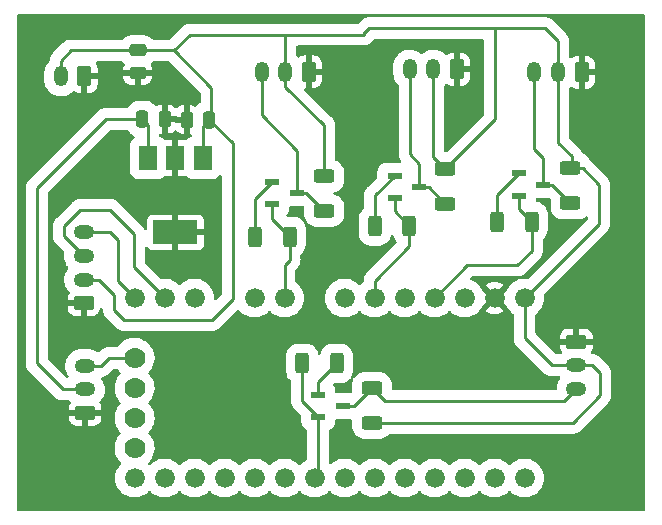
<source format=gbr>
%TF.GenerationSoftware,KiCad,Pcbnew,(6.0.1-0)*%
%TF.CreationDate,2022-06-13T09:57:48-07:00*%
%TF.ProjectId,BBEcent,42424563-656e-4742-9e6b-696361645f70,rev?*%
%TF.SameCoordinates,Original*%
%TF.FileFunction,Copper,L1,Top*%
%TF.FilePolarity,Positive*%
%FSLAX46Y46*%
G04 Gerber Fmt 4.6, Leading zero omitted, Abs format (unit mm)*
G04 Created by KiCad (PCBNEW (6.0.1-0)) date 2022-06-13 09:57:48*
%MOMM*%
%LPD*%
G01*
G04 APERTURE LIST*
G04 Aperture macros list*
%AMRoundRect*
0 Rectangle with rounded corners*
0 $1 Rounding radius*
0 $2 $3 $4 $5 $6 $7 $8 $9 X,Y pos of 4 corners*
0 Add a 4 corners polygon primitive as box body*
4,1,4,$2,$3,$4,$5,$6,$7,$8,$9,$2,$3,0*
0 Add four circle primitives for the rounded corners*
1,1,$1+$1,$2,$3*
1,1,$1+$1,$4,$5*
1,1,$1+$1,$6,$7*
1,1,$1+$1,$8,$9*
0 Add four rect primitives between the rounded corners*
20,1,$1+$1,$2,$3,$4,$5,0*
20,1,$1+$1,$4,$5,$6,$7,0*
20,1,$1+$1,$6,$7,$8,$9,0*
20,1,$1+$1,$8,$9,$2,$3,0*%
G04 Aperture macros list end*
%TA.AperFunction,SMDPad,CuDef*%
%ADD10R,1.300000X0.600000*%
%TD*%
%TA.AperFunction,SMDPad,CuDef*%
%ADD11RoundRect,0.250000X0.312500X0.625000X-0.312500X0.625000X-0.312500X-0.625000X0.312500X-0.625000X0*%
%TD*%
%TA.AperFunction,SMDPad,CuDef*%
%ADD12RoundRect,0.250000X0.250000X0.475000X-0.250000X0.475000X-0.250000X-0.475000X0.250000X-0.475000X0*%
%TD*%
%TA.AperFunction,SMDPad,CuDef*%
%ADD13RoundRect,0.250000X0.625000X-0.312500X0.625000X0.312500X-0.625000X0.312500X-0.625000X-0.312500X0*%
%TD*%
%TA.AperFunction,SMDPad,CuDef*%
%ADD14R,1.500000X2.000000*%
%TD*%
%TA.AperFunction,SMDPad,CuDef*%
%ADD15R,3.800000X2.000000*%
%TD*%
%TA.AperFunction,SMDPad,CuDef*%
%ADD16RoundRect,0.250000X-0.250000X-0.475000X0.250000X-0.475000X0.250000X0.475000X-0.250000X0.475000X0*%
%TD*%
%TA.AperFunction,SMDPad,CuDef*%
%ADD17RoundRect,0.250000X-0.312500X-0.625000X0.312500X-0.625000X0.312500X0.625000X-0.312500X0.625000X0*%
%TD*%
%TA.AperFunction,SMDPad,CuDef*%
%ADD18RoundRect,0.250000X-0.475000X0.250000X-0.475000X-0.250000X0.475000X-0.250000X0.475000X0.250000X0*%
%TD*%
%TA.AperFunction,SMDPad,CuDef*%
%ADD19RoundRect,0.250000X-0.625000X0.312500X-0.625000X-0.312500X0.625000X-0.312500X0.625000X0.312500X0*%
%TD*%
%TA.AperFunction,ComponentPad*%
%ADD20C,1.676400*%
%TD*%
%TA.AperFunction,ComponentPad*%
%ADD21RoundRect,0.250000X0.350000X0.625000X-0.350000X0.625000X-0.350000X-0.625000X0.350000X-0.625000X0*%
%TD*%
%TA.AperFunction,ComponentPad*%
%ADD22O,1.200000X1.750000*%
%TD*%
%TA.AperFunction,ComponentPad*%
%ADD23RoundRect,0.250000X0.625000X-0.350000X0.625000X0.350000X-0.625000X0.350000X-0.625000X-0.350000X0*%
%TD*%
%TA.AperFunction,ComponentPad*%
%ADD24O,1.750000X1.200000*%
%TD*%
%TA.AperFunction,ComponentPad*%
%ADD25RoundRect,0.250000X-0.625000X0.350000X-0.625000X-0.350000X0.625000X-0.350000X0.625000X0.350000X0*%
%TD*%
%TA.AperFunction,ComponentPad*%
%ADD26C,1.778000*%
%TD*%
%TA.AperFunction,Conductor*%
%ADD27C,0.250000*%
%TD*%
G04 APERTURE END LIST*
D10*
%TO.P,Q3,1,G*%
%TO.N,LV*%
X188690000Y-77600000D03*
%TO.P,Q3,2,S*%
%TO.N,/A3*%
X188690000Y-79500000D03*
%TO.P,Q3,3,D*%
%TO.N,Net-(P1-Pad3)*%
X190790000Y-78550000D03*
%TD*%
%TO.P,Q2,1,G*%
%TO.N,LV*%
X195150000Y-59050000D03*
%TO.P,Q2,2,S*%
%TO.N,/D11*%
X195150000Y-60950000D03*
%TO.P,Q2,3,D*%
%TO.N,Net-(F1-C1-Pad3)*%
X197250000Y-60000000D03*
%TD*%
D11*
%TO.P,R4,1,1*%
%TO.N,/D11*%
X196412500Y-63300000D03*
%TO.P,R4,2,2*%
%TO.N,LV*%
X193487500Y-63300000D03*
%TD*%
D12*
%TO.P,C2,1,1*%
%TO.N,HV*%
X179450000Y-54300000D03*
%TO.P,C2,2,2*%
%TO.N,GND*%
X177550000Y-54300000D03*
%TD*%
D11*
%TO.P,R8,1,1*%
%TO.N,/D7*%
X186262500Y-64200000D03*
%TO.P,R8,2,2*%
%TO.N,LV*%
X183337500Y-64200000D03*
%TD*%
D13*
%TO.P,R5,1,1*%
%TO.N,Net-(F1-C1-Pad3)*%
X199450000Y-61412500D03*
%TO.P,R5,2,2*%
%TO.N,HV*%
X199450000Y-58487500D03*
%TD*%
D14*
%TO.P,U4,1,VI*%
%TO.N,HV*%
X178900000Y-57550000D03*
D15*
%TO.P,U4,2,GND*%
%TO.N,GND*%
X176600000Y-63850000D03*
D14*
X176600000Y-57550000D03*
%TO.P,U4,3,VO*%
%TO.N,+3V3*%
X174300000Y-57550000D03*
%TD*%
D16*
%TO.P,C1,1,1*%
%TO.N,+3V3*%
X173800000Y-54250000D03*
%TO.P,C1,2,2*%
%TO.N,GND*%
X175700000Y-54250000D03*
%TD*%
D17*
%TO.P,R6,1,1*%
%TO.N,/A3*%
X187327500Y-74950000D03*
%TO.P,R6,2,2*%
%TO.N,LV*%
X190252500Y-74950000D03*
%TD*%
D13*
%TO.P,R9,1,1*%
%TO.N,Net-(Q4-Pad3)*%
X189200000Y-62012500D03*
%TO.P,R9,2,2*%
%TO.N,HV*%
X189200000Y-59087500D03*
%TD*%
D10*
%TO.P,Q4,1,G*%
%TO.N,LV*%
X184800000Y-59550000D03*
%TO.P,Q4,2,S*%
%TO.N,/D7*%
X184800000Y-61450000D03*
%TO.P,Q4,3,D*%
%TO.N,Net-(Q4-Pad3)*%
X186900000Y-60500000D03*
%TD*%
%TO.P,Q1,1,G*%
%TO.N,LV*%
X205650000Y-58850000D03*
%TO.P,Q1,2,S*%
%TO.N,/D13*%
X205650000Y-60750000D03*
%TO.P,Q1,3,D*%
%TO.N,Net-(FM-OEM-C1-Pad3)*%
X207750000Y-59800000D03*
%TD*%
D18*
%TO.P,C3,1,1*%
%TO.N,HV*%
X173400000Y-48450000D03*
%TO.P,C3,2,2*%
%TO.N,GND*%
X173400000Y-50350000D03*
%TD*%
D19*
%TO.P,R7,1,1*%
%TO.N,Net-(P1-Pad3)*%
X193240000Y-77037500D03*
%TO.P,R7,2,2*%
%TO.N,HV*%
X193240000Y-79962500D03*
%TD*%
D11*
%TO.P,R2,1,1*%
%TO.N,/D13*%
X206762500Y-62950000D03*
%TO.P,R2,2,2*%
%TO.N,LV*%
X203837500Y-62950000D03*
%TD*%
D13*
%TO.P,R3,1,1*%
%TO.N,Net-(FM-OEM-C1-Pad3)*%
X210050000Y-61362500D03*
%TO.P,R3,2,2*%
%TO.N,HV*%
X210050000Y-58437500D03*
%TD*%
D20*
%TO.P,,12*%
%TO.N,N/C*%
X178220000Y-69400000D03*
%TD*%
D21*
%TO.P,PWR1,1,Pin_1*%
%TO.N,GND*%
X168900000Y-50650000D03*
D22*
%TO.P,PWR1,2,Pin_2*%
%TO.N,HV*%
X166900000Y-50650000D03*
%TD*%
D21*
%TO.P,CapSensor1,1,Pin_1*%
%TO.N,GND*%
X187900000Y-50250000D03*
D22*
%TO.P,CapSensor1,2,Pin_2*%
%TO.N,HV*%
X185900000Y-50250000D03*
%TO.P,CapSensor1,3,Pin_3*%
%TO.N,Net-(Q4-Pad3)*%
X183900000Y-50250000D03*
%TD*%
D20*
%TO.P,,4*%
%TO.N,/D13*%
X198540000Y-69400000D03*
%TD*%
%TO.P,,7*%
%TO.N,/D10*%
X190920000Y-69400000D03*
%TD*%
D23*
%TO.P,TS1,1,1*%
%TO.N,GND*%
X168950000Y-79150000D03*
D24*
%TO.P,TS1,2,2*%
%TO.N,+3V3*%
X168950000Y-77150000D03*
%TO.P,TS1,3,3*%
%TO.N,N/C*%
X168950000Y-75150000D03*
%TD*%
D20*
%TO.P,,5*%
%TO.N,N/C*%
X196000000Y-69400000D03*
%TD*%
D25*
%TO.P,P1,1,Pin_1*%
%TO.N,GND*%
X210550000Y-73100000D03*
D24*
%TO.P,P1,2,Pin_2*%
%TO.N,HV*%
X210550000Y-75100000D03*
%TO.P,P1,3,Pin_3*%
%TO.N,Net-(P1-Pad3)*%
X210550000Y-77100000D03*
%TD*%
D20*
%TO.P,,1*%
%TO.N,HV*%
X206160000Y-69400000D03*
%TD*%
%TO.P,,4*%
%TO.N,N/C*%
X180760000Y-84640000D03*
%TD*%
%TO.P,,10*%
%TO.N,N/C*%
X196000000Y-84640000D03*
%TD*%
%TO.P,,2*%
%TO.N,N/C*%
X175680000Y-84640000D03*
%TD*%
%TO.P,,14*%
%TO.N,/RX*%
X173140000Y-69400000D03*
%TD*%
%TO.P,,12*%
%TO.N,+3V3*%
X201080000Y-84640000D03*
%TD*%
%TO.P,,11*%
%TO.N,N/C*%
X198540000Y-84640000D03*
%TD*%
%TO.P,,5*%
%TO.N,N/C*%
X183300000Y-84640000D03*
%TD*%
%TO.P,,6*%
%TO.N,/D11*%
X193460000Y-69400000D03*
%TD*%
%TO.P,,3*%
%TO.N,N/C*%
X201080000Y-69400000D03*
%TD*%
D26*
%TO.P,,2*%
%TO.N,N/C*%
X173140000Y-79560000D03*
%TD*%
D20*
%TO.P,,2*%
%TO.N,GND*%
X203620000Y-69400000D03*
%TD*%
D23*
%TO.P,J1,1,Pin_1*%
%TO.N,GND*%
X168850000Y-69850000D03*
D24*
%TO.P,J1,2,Pin_2*%
%TO.N,HV*%
X168850000Y-67850000D03*
%TO.P,J1,3,Pin_3*%
%TO.N,/TX*%
X168850000Y-65850000D03*
%TO.P,J1,4,Pin_4*%
%TO.N,/RX*%
X168850000Y-63850000D03*
%TD*%
D20*
%TO.P,,1*%
%TO.N,N/C*%
X173140000Y-84640000D03*
%TD*%
D21*
%TO.P,FM-OEM-C1,1,Pin_1*%
%TO.N,GND*%
X211000000Y-50300000D03*
D22*
%TO.P,FM-OEM-C1,2,Pin_2*%
%TO.N,HV*%
X209000000Y-50300000D03*
%TO.P,FM-OEM-C1,3,Pin_3*%
%TO.N,Net-(FM-OEM-C1-Pad3)*%
X207000000Y-50300000D03*
%TD*%
D20*
%TO.P,,10*%
%TO.N,N/C*%
X183300000Y-69400000D03*
%TD*%
%TO.P,,3*%
%TO.N,N/C*%
X178220000Y-84640000D03*
%TD*%
%TO.P,,9*%
%TO.N,N/C*%
X193460000Y-84640000D03*
%TD*%
D26*
%TO.P,,4*%
%TO.N,N/C*%
X173140000Y-74480000D03*
%TD*%
%TO.P,,1*%
%TO.N,N/C*%
X173140000Y-82100000D03*
%TD*%
D20*
%TO.P,,13*%
%TO.N,+3V3*%
X203620000Y-84640000D03*
%TD*%
D21*
%TO.P,F1-C1,1,Pin_1*%
%TO.N,GND*%
X200450000Y-50050000D03*
D22*
%TO.P,F1-C1,2,Pin_2*%
%TO.N,HV*%
X198450000Y-50050000D03*
%TO.P,F1-C1,3,Pin_3*%
%TO.N,Net-(F1-C1-Pad3)*%
X196450000Y-50050000D03*
%TD*%
D20*
%TO.P,,14*%
%TO.N,N/C*%
X206160000Y-84640000D03*
%TD*%
%TO.P,,9*%
%TO.N,/D7*%
X185840000Y-69400000D03*
%TD*%
%TO.P,,13*%
%TO.N,/TX*%
X175680000Y-69400000D03*
%TD*%
%TO.P,,8*%
%TO.N,N/C*%
X190920000Y-84640000D03*
%TD*%
%TO.P,,6*%
%TO.N,N/C*%
X185840000Y-84640000D03*
%TD*%
D26*
%TO.P,,3*%
%TO.N,N/C*%
X173140000Y-77020000D03*
%TD*%
D20*
%TO.P,,7*%
%TO.N,/A3*%
X188380000Y-84640000D03*
%TD*%
D27*
%TO.N,*%
X168950000Y-75150000D02*
X170300000Y-75150000D01*
X170300000Y-75150000D02*
X170970000Y-74480000D01*
X170970000Y-74480000D02*
X173140000Y-74480000D01*
%TO.N,HV*%
X206160000Y-72810000D02*
X206160000Y-69400000D01*
X198450000Y-50050000D02*
X198450000Y-57487500D01*
X212450000Y-63110000D02*
X212450000Y-59800000D01*
X176500000Y-48450000D02*
X179650000Y-51600000D01*
X179700000Y-71250000D02*
X181450000Y-69500000D01*
X166900000Y-50650000D02*
X166900000Y-49300000D01*
X176500000Y-48450000D02*
X177850000Y-47100000D01*
X181450000Y-69500000D02*
X181450000Y-56300000D01*
X210550000Y-75100000D02*
X211900000Y-75100000D01*
X167750000Y-48450000D02*
X173400000Y-48450000D01*
X210150000Y-58337500D02*
X210050000Y-58437500D01*
X179650000Y-51600000D02*
X179650000Y-54100000D01*
X203650000Y-54287500D02*
X199450000Y-58487500D01*
X212550000Y-77650000D02*
X210237500Y-79962500D01*
X209000000Y-56250000D02*
X210150000Y-57400000D01*
X208450000Y-75100000D02*
X206160000Y-72810000D01*
X178900000Y-57550000D02*
X178900000Y-54850000D01*
X185800000Y-47100000D02*
X192550000Y-47100000D01*
X173400000Y-48450000D02*
X176500000Y-48450000D01*
X171400000Y-70400000D02*
X172250000Y-71250000D01*
X211900000Y-75100000D02*
X212550000Y-75750000D01*
X207900000Y-46550000D02*
X209000000Y-47650000D01*
X206160000Y-69400000D02*
X212450000Y-63110000D01*
X181450000Y-56300000D02*
X179450000Y-54300000D01*
X185900000Y-51500000D02*
X189200000Y-54800000D01*
X185900000Y-50250000D02*
X185900000Y-51500000D01*
X209000000Y-47650000D02*
X209000000Y-50300000D01*
X171400000Y-69150000D02*
X171400000Y-70400000D01*
X209000000Y-50300000D02*
X209000000Y-56250000D01*
X185800000Y-47100000D02*
X185900000Y-47200000D01*
X178900000Y-54850000D02*
X179450000Y-54300000D01*
X170100000Y-67850000D02*
X171400000Y-69150000D01*
X212550000Y-75750000D02*
X212550000Y-77650000D01*
X185900000Y-47200000D02*
X185900000Y-50250000D01*
X203650000Y-46550000D02*
X203650000Y-54287500D01*
X168850000Y-67850000D02*
X170100000Y-67850000D01*
X210150000Y-57400000D02*
X210150000Y-58337500D01*
X212450000Y-59800000D02*
X211087500Y-58437500D01*
X179650000Y-54100000D02*
X179450000Y-54300000D01*
X210237500Y-79962500D02*
X193240000Y-79962500D01*
X211087500Y-58437500D02*
X210050000Y-58437500D01*
X198450000Y-57487500D02*
X199450000Y-58487500D01*
X203650000Y-46550000D02*
X207900000Y-46550000D01*
X177850000Y-47100000D02*
X185800000Y-47100000D01*
X192550000Y-47100000D02*
X192500000Y-47050000D01*
X166900000Y-49300000D02*
X167750000Y-48450000D01*
X193000000Y-46550000D02*
X192500000Y-47050000D01*
X210550000Y-75100000D02*
X208450000Y-75100000D01*
X203650000Y-46550000D02*
X193000000Y-46550000D01*
X189200000Y-54800000D02*
X189200000Y-59087500D01*
X172250000Y-71250000D02*
X179700000Y-71250000D01*
%TO.N,+3V3*%
X167050000Y-77150000D02*
X168950000Y-77150000D01*
X174300000Y-54750000D02*
X173800000Y-54250000D01*
X174300000Y-57550000D02*
X174300000Y-54750000D01*
X164850000Y-74950000D02*
X167050000Y-77150000D01*
X173800000Y-54250000D02*
X170700000Y-54250000D01*
X164850000Y-60100000D02*
X164850000Y-74950000D01*
X170700000Y-54250000D02*
X164850000Y-60100000D01*
%TO.N,LV*%
X195150000Y-59050000D02*
X193487500Y-60712500D01*
X203837500Y-60662500D02*
X203837500Y-62950000D01*
X188690000Y-76512500D02*
X190252500Y-74950000D01*
X188690000Y-77600000D02*
X188690000Y-76512500D01*
X193487500Y-60712500D02*
X193487500Y-63300000D01*
X205650000Y-58850000D02*
X203837500Y-60662500D01*
X183337500Y-61012500D02*
X183337500Y-64200000D01*
X184800000Y-59550000D02*
X183337500Y-61012500D01*
%TO.N,/D13*%
X198540000Y-69400000D02*
X201290000Y-66650000D01*
X201290000Y-66650000D02*
X205550000Y-66650000D01*
X205550000Y-66650000D02*
X206762500Y-65437500D01*
X206762500Y-65437500D02*
X206762500Y-62950000D01*
X205650000Y-61837500D02*
X206762500Y-62950000D01*
X205650000Y-60750000D02*
X205650000Y-61837500D01*
%TO.N,/D11*%
X195150000Y-62037500D02*
X196412500Y-63300000D01*
X196412500Y-64987500D02*
X193460000Y-67940000D01*
X193460000Y-67940000D02*
X193460000Y-69400000D01*
X196412500Y-63300000D02*
X196412500Y-64987500D01*
X195150000Y-60950000D02*
X195150000Y-62037500D01*
%TO.N,/A3*%
X188690000Y-79500000D02*
X188690000Y-84330000D01*
X188690000Y-79500000D02*
X187327500Y-78137500D01*
X187327500Y-78137500D02*
X187327500Y-74950000D01*
X188690000Y-84330000D02*
X188380000Y-84640000D01*
%TO.N,Net-(FM-OEM-C1-Pad3)*%
X207750000Y-59800000D02*
X208487500Y-59800000D01*
X207000000Y-56800000D02*
X207750000Y-57550000D01*
X207750000Y-57550000D02*
X207750000Y-59800000D01*
X208487500Y-59800000D02*
X210050000Y-61362500D01*
X207000000Y-50300000D02*
X207000000Y-56800000D01*
%TO.N,Net-(F1-C1-Pad3)*%
X196450000Y-50050000D02*
X196450000Y-57250000D01*
X198037500Y-60000000D02*
X199450000Y-61412500D01*
X197250000Y-60000000D02*
X198037500Y-60000000D01*
X196450000Y-57250000D02*
X197250000Y-58050000D01*
X197250000Y-58050000D02*
X197250000Y-60000000D01*
%TO.N,/TX*%
X168850000Y-65850000D02*
X167150000Y-64150000D01*
X171100000Y-61950000D02*
X173100000Y-63950000D01*
X173100000Y-66820000D02*
X175680000Y-69400000D01*
X173100000Y-63950000D02*
X173100000Y-66820000D01*
X167150000Y-63350000D02*
X168550000Y-61950000D01*
X168550000Y-61950000D02*
X171100000Y-61950000D01*
X167150000Y-64150000D02*
X167150000Y-63350000D01*
%TO.N,/RX*%
X168850000Y-63850000D02*
X171050000Y-63850000D01*
X171700000Y-64500000D02*
X171700000Y-67960000D01*
X171700000Y-67960000D02*
X173140000Y-69400000D01*
X171050000Y-63850000D02*
X171700000Y-64500000D01*
%TO.N,Net-(P1-Pad3)*%
X191727500Y-78550000D02*
X193240000Y-77037500D01*
X210550000Y-77100000D02*
X209500000Y-78150000D01*
X194352500Y-78150000D02*
X193240000Y-77037500D01*
X190790000Y-78550000D02*
X191727500Y-78550000D01*
X209500000Y-78150000D02*
X194352500Y-78150000D01*
%TO.N,Net-(Q4-Pad3)*%
X183900000Y-50250000D02*
X183900000Y-53950000D01*
X186900000Y-60500000D02*
X187687500Y-60500000D01*
X183900000Y-53950000D02*
X186900000Y-56950000D01*
X186900000Y-56950000D02*
X186900000Y-60500000D01*
X187687500Y-60500000D02*
X189200000Y-62012500D01*
%TO.N,/D7*%
X184800000Y-61450000D02*
X184800000Y-62737500D01*
X185840000Y-66610000D02*
X185840000Y-69400000D01*
X184800000Y-62737500D02*
X186262500Y-64200000D01*
X186262500Y-66187500D02*
X185840000Y-66610000D01*
X186262500Y-64200000D02*
X186262500Y-66187500D01*
%TD*%
%TA.AperFunction,Conductor*%
%TO.N,GND*%
G36*
X216284121Y-45378002D02*
G01*
X216330614Y-45431658D01*
X216342000Y-45484000D01*
X216342000Y-87316000D01*
X216321998Y-87384121D01*
X216268342Y-87430614D01*
X216216000Y-87442000D01*
X163334000Y-87442000D01*
X163265879Y-87421998D01*
X163219386Y-87368342D01*
X163208000Y-87316000D01*
X163208000Y-79547095D01*
X167567001Y-79547095D01*
X167567338Y-79553614D01*
X167577257Y-79649206D01*
X167580149Y-79662600D01*
X167631588Y-79816784D01*
X167637761Y-79829962D01*
X167723063Y-79967807D01*
X167732099Y-79979208D01*
X167846829Y-80093739D01*
X167858240Y-80102751D01*
X167996243Y-80187816D01*
X168009424Y-80193963D01*
X168163710Y-80245138D01*
X168177086Y-80248005D01*
X168271438Y-80257672D01*
X168277854Y-80258000D01*
X168677885Y-80258000D01*
X168693124Y-80253525D01*
X168694329Y-80252135D01*
X168696000Y-80244452D01*
X168696000Y-80239884D01*
X169204000Y-80239884D01*
X169208475Y-80255123D01*
X169209865Y-80256328D01*
X169217548Y-80257999D01*
X169622095Y-80257999D01*
X169628614Y-80257662D01*
X169724206Y-80247743D01*
X169737600Y-80244851D01*
X169891784Y-80193412D01*
X169904962Y-80187239D01*
X170042807Y-80101937D01*
X170054208Y-80092901D01*
X170168739Y-79978171D01*
X170177751Y-79966760D01*
X170262816Y-79828757D01*
X170268963Y-79815576D01*
X170320138Y-79661290D01*
X170323005Y-79647914D01*
X170332672Y-79553562D01*
X170333000Y-79547146D01*
X170333000Y-79422115D01*
X170328525Y-79406876D01*
X170327135Y-79405671D01*
X170319452Y-79404000D01*
X169222115Y-79404000D01*
X169206876Y-79408475D01*
X169205671Y-79409865D01*
X169204000Y-79417548D01*
X169204000Y-80239884D01*
X168696000Y-80239884D01*
X168696000Y-79422115D01*
X168691525Y-79406876D01*
X168690135Y-79405671D01*
X168682452Y-79404000D01*
X167585116Y-79404000D01*
X167569877Y-79408475D01*
X167568672Y-79409865D01*
X167567001Y-79417548D01*
X167567001Y-79547095D01*
X163208000Y-79547095D01*
X163208000Y-74901297D01*
X163920677Y-74901297D01*
X163921022Y-74907884D01*
X163921022Y-74907889D01*
X163924327Y-74970942D01*
X163924500Y-74977536D01*
X163924500Y-74998504D01*
X163924844Y-75001776D01*
X163924844Y-75001778D01*
X163926692Y-75019364D01*
X163927209Y-75025938D01*
X163929190Y-75063727D01*
X163930859Y-75095578D01*
X163934618Y-75109607D01*
X163938221Y-75129049D01*
X163939738Y-75143482D01*
X163959124Y-75203145D01*
X163961285Y-75209797D01*
X163963157Y-75216115D01*
X163981212Y-75283497D01*
X163984208Y-75289377D01*
X163987805Y-75296437D01*
X163995370Y-75314700D01*
X163999856Y-75328508D01*
X164003156Y-75334224D01*
X164003157Y-75334226D01*
X164034734Y-75388919D01*
X164037882Y-75394717D01*
X164048982Y-75416503D01*
X164069535Y-75456840D01*
X164073690Y-75461972D01*
X164073692Y-75461974D01*
X164078674Y-75468127D01*
X164089867Y-75484412D01*
X164097130Y-75496992D01*
X164101550Y-75501901D01*
X164101553Y-75501905D01*
X164143796Y-75548821D01*
X164148080Y-75553836D01*
X164150252Y-75556518D01*
X164161275Y-75570130D01*
X164176090Y-75584945D01*
X164180631Y-75589729D01*
X164227308Y-75641569D01*
X164239064Y-75650110D01*
X164254092Y-75662947D01*
X166337054Y-77745909D01*
X166349893Y-77760941D01*
X166358431Y-77772692D01*
X166363333Y-77777105D01*
X166363334Y-77777107D01*
X166410271Y-77819369D01*
X166415055Y-77823910D01*
X166429870Y-77838725D01*
X166437525Y-77844924D01*
X166446164Y-77851920D01*
X166451179Y-77856204D01*
X166498095Y-77898447D01*
X166498099Y-77898450D01*
X166503008Y-77902870D01*
X166515588Y-77910133D01*
X166531873Y-77921326D01*
X166537883Y-77926192D01*
X166543160Y-77930465D01*
X166549044Y-77933463D01*
X166605283Y-77962118D01*
X166611081Y-77965266D01*
X166665774Y-77996843D01*
X166665776Y-77996844D01*
X166671492Y-78000144D01*
X166685299Y-78004630D01*
X166703563Y-78012195D01*
X166708482Y-78014701D01*
X166716503Y-78018788D01*
X166722876Y-78020496D01*
X166722877Y-78020496D01*
X166741598Y-78025512D01*
X166783885Y-78036843D01*
X166790196Y-78038713D01*
X166856518Y-78060262D01*
X166870951Y-78061779D01*
X166890393Y-78065382D01*
X166904422Y-78069141D01*
X166911012Y-78069486D01*
X166911016Y-78069487D01*
X166974064Y-78072791D01*
X166980639Y-78073308D01*
X166985077Y-78073774D01*
X167001496Y-78075500D01*
X167022465Y-78075500D01*
X167029059Y-78075673D01*
X167092112Y-78078978D01*
X167092117Y-78078978D01*
X167098704Y-78079323D01*
X167113050Y-78077051D01*
X167132759Y-78075500D01*
X167566304Y-78075500D01*
X167634425Y-78095502D01*
X167661469Y-78118919D01*
X167695090Y-78157664D01*
X167699221Y-78161051D01*
X167700072Y-78161749D01*
X167700335Y-78162134D01*
X167703041Y-78164766D01*
X167702505Y-78165317D01*
X167740067Y-78220409D01*
X167741998Y-78291379D01*
X167724637Y-78326113D01*
X167726090Y-78327009D01*
X167637184Y-78471243D01*
X167631037Y-78484424D01*
X167579862Y-78638710D01*
X167576995Y-78652086D01*
X167567328Y-78746438D01*
X167567000Y-78752855D01*
X167567000Y-78877885D01*
X167571475Y-78893124D01*
X167572865Y-78894329D01*
X167580548Y-78896000D01*
X170314884Y-78896000D01*
X170330123Y-78891525D01*
X170331328Y-78890135D01*
X170332999Y-78882452D01*
X170332999Y-78752905D01*
X170332662Y-78746386D01*
X170322743Y-78650794D01*
X170319851Y-78637400D01*
X170268412Y-78483216D01*
X170262239Y-78470038D01*
X170173083Y-78325965D01*
X170174765Y-78324924D01*
X170151876Y-78268366D01*
X170165049Y-78198603D01*
X170190288Y-78164747D01*
X170273843Y-78085040D01*
X170273848Y-78085035D01*
X170277705Y-78081355D01*
X170286793Y-78069141D01*
X170309430Y-78038715D01*
X170419579Y-77890670D01*
X170527295Y-77678807D01*
X170551363Y-77601297D01*
X170596193Y-77456919D01*
X170597775Y-77451824D01*
X170610855Y-77353139D01*
X170628304Y-77221494D01*
X170628304Y-77221491D01*
X170629004Y-77216211D01*
X170620087Y-76978705D01*
X170571281Y-76746096D01*
X170569322Y-76741135D01*
X170485941Y-76530002D01*
X170485940Y-76530000D01*
X170483980Y-76525037D01*
X170455496Y-76478096D01*
X170363448Y-76326407D01*
X170360681Y-76321847D01*
X170323753Y-76279291D01*
X170294214Y-76214731D01*
X170304268Y-76144450D01*
X170350723Y-76090762D01*
X170412324Y-76070884D01*
X170438983Y-76069487D01*
X170438986Y-76069486D01*
X170445578Y-76069141D01*
X170459607Y-76065382D01*
X170479049Y-76061779D01*
X170493482Y-76060262D01*
X170559804Y-76038713D01*
X170566115Y-76036843D01*
X170633497Y-76018788D01*
X170645218Y-76012816D01*
X170646437Y-76012195D01*
X170664701Y-76004630D01*
X170678508Y-76000144D01*
X170684224Y-75996844D01*
X170684226Y-75996843D01*
X170738919Y-75965266D01*
X170744717Y-75962118D01*
X170800956Y-75933463D01*
X170806840Y-75930465D01*
X170811974Y-75926308D01*
X170818127Y-75921326D01*
X170834412Y-75910133D01*
X170846992Y-75902870D01*
X170851901Y-75898450D01*
X170851905Y-75898447D01*
X170898821Y-75856204D01*
X170903836Y-75851920D01*
X170917566Y-75840801D01*
X170920130Y-75838725D01*
X170934945Y-75823910D01*
X170939729Y-75819369D01*
X170986666Y-75777107D01*
X170986667Y-75777105D01*
X170991569Y-75772692D01*
X171000110Y-75760936D01*
X171012947Y-75745908D01*
X171316450Y-75442405D01*
X171378762Y-75408379D01*
X171405545Y-75405500D01*
X171659271Y-75405500D01*
X171727392Y-75425502D01*
X171760229Y-75456111D01*
X171858551Y-75587781D01*
X171858556Y-75587787D01*
X171861343Y-75591519D01*
X171864658Y-75594805D01*
X171928149Y-75657745D01*
X171962446Y-75719908D01*
X171957690Y-75790745D01*
X171927091Y-75835726D01*
X171928004Y-75836608D01*
X171924761Y-75839967D01*
X171921268Y-75843084D01*
X171760695Y-76036152D01*
X171630424Y-76250832D01*
X171628615Y-76255146D01*
X171628614Y-76255148D01*
X171563389Y-76410693D01*
X171533315Y-76482411D01*
X171532164Y-76486943D01*
X171532163Y-76486946D01*
X171497587Y-76623091D01*
X171471502Y-76725799D01*
X171446344Y-76975650D01*
X171446568Y-76980316D01*
X171446568Y-76980322D01*
X171452018Y-77093773D01*
X171458392Y-77226476D01*
X171459305Y-77231064D01*
X171503217Y-77451824D01*
X171507382Y-77472765D01*
X171508961Y-77477163D01*
X171508963Y-77477170D01*
X171555896Y-77607889D01*
X171592237Y-77709108D01*
X171711095Y-77930313D01*
X171713890Y-77934056D01*
X171713892Y-77934059D01*
X171858551Y-78127781D01*
X171858556Y-78127787D01*
X171861343Y-78131519D01*
X171864658Y-78134805D01*
X171928149Y-78197745D01*
X171962446Y-78259908D01*
X171957690Y-78330745D01*
X171927091Y-78375726D01*
X171928004Y-78376608D01*
X171924761Y-78379967D01*
X171921268Y-78383084D01*
X171760695Y-78576152D01*
X171630424Y-78790832D01*
X171628615Y-78795146D01*
X171628614Y-78795148D01*
X171549809Y-78983078D01*
X171533315Y-79022411D01*
X171532164Y-79026943D01*
X171532163Y-79026946D01*
X171521430Y-79069210D01*
X171471502Y-79265799D01*
X171446344Y-79515650D01*
X171446568Y-79520316D01*
X171446568Y-79520322D01*
X171448323Y-79556851D01*
X171458392Y-79766476D01*
X171507382Y-80012765D01*
X171508961Y-80017163D01*
X171508963Y-80017170D01*
X171570024Y-80187239D01*
X171592237Y-80249108D01*
X171711095Y-80470313D01*
X171713890Y-80474056D01*
X171713892Y-80474059D01*
X171858551Y-80667781D01*
X171858556Y-80667787D01*
X171861343Y-80671519D01*
X171864658Y-80674805D01*
X171928149Y-80737745D01*
X171962446Y-80799908D01*
X171957690Y-80870745D01*
X171927091Y-80915726D01*
X171928004Y-80916608D01*
X171924761Y-80919967D01*
X171921268Y-80923084D01*
X171760695Y-81116152D01*
X171630424Y-81330832D01*
X171628615Y-81335146D01*
X171628614Y-81335148D01*
X171611918Y-81374965D01*
X171533315Y-81562411D01*
X171532164Y-81566943D01*
X171532163Y-81566946D01*
X171521430Y-81609210D01*
X171471502Y-81805799D01*
X171446344Y-82055650D01*
X171458392Y-82306476D01*
X171507382Y-82552765D01*
X171508961Y-82557163D01*
X171508963Y-82557170D01*
X171590654Y-82784699D01*
X171592237Y-82789108D01*
X171711095Y-83010313D01*
X171713890Y-83014056D01*
X171713892Y-83014059D01*
X171858551Y-83207781D01*
X171858556Y-83207787D01*
X171861343Y-83211519D01*
X171864652Y-83214799D01*
X171864657Y-83214805D01*
X171964362Y-83313643D01*
X171998658Y-83375806D01*
X171993903Y-83446643D01*
X171971467Y-83484956D01*
X171965809Y-83491581D01*
X171810165Y-83673818D01*
X171675393Y-83893745D01*
X171673500Y-83898315D01*
X171673498Y-83898319D01*
X171578577Y-84127479D01*
X171578575Y-84127485D01*
X171576685Y-84132048D01*
X171516470Y-84382858D01*
X171496233Y-84640000D01*
X171516470Y-84897142D01*
X171576685Y-85147952D01*
X171578575Y-85152515D01*
X171578577Y-85152521D01*
X171673498Y-85381681D01*
X171675393Y-85386255D01*
X171810165Y-85606182D01*
X171977681Y-85802319D01*
X172173818Y-85969835D01*
X172393745Y-86104607D01*
X172398315Y-86106500D01*
X172398319Y-86106502D01*
X172627479Y-86201423D01*
X172627485Y-86201425D01*
X172632048Y-86203315D01*
X172636848Y-86204467D01*
X172636853Y-86204469D01*
X172751825Y-86232071D01*
X172882858Y-86263530D01*
X173140000Y-86283767D01*
X173397142Y-86263530D01*
X173528175Y-86232071D01*
X173643147Y-86204469D01*
X173643152Y-86204467D01*
X173647952Y-86203315D01*
X173652515Y-86201425D01*
X173652521Y-86201423D01*
X173881681Y-86106502D01*
X173881685Y-86106500D01*
X173886255Y-86104607D01*
X174106182Y-85969835D01*
X174302319Y-85802319D01*
X174314189Y-85788421D01*
X174373639Y-85749611D01*
X174444634Y-85749104D01*
X174505811Y-85788421D01*
X174517681Y-85802319D01*
X174713818Y-85969835D01*
X174933745Y-86104607D01*
X174938315Y-86106500D01*
X174938319Y-86106502D01*
X175167479Y-86201423D01*
X175167485Y-86201425D01*
X175172048Y-86203315D01*
X175176848Y-86204467D01*
X175176853Y-86204469D01*
X175291825Y-86232071D01*
X175422858Y-86263530D01*
X175680000Y-86283767D01*
X175937142Y-86263530D01*
X176068175Y-86232071D01*
X176183147Y-86204469D01*
X176183152Y-86204467D01*
X176187952Y-86203315D01*
X176192515Y-86201425D01*
X176192521Y-86201423D01*
X176421681Y-86106502D01*
X176421685Y-86106500D01*
X176426255Y-86104607D01*
X176646182Y-85969835D01*
X176842319Y-85802319D01*
X176854189Y-85788421D01*
X176913639Y-85749611D01*
X176984634Y-85749104D01*
X177045811Y-85788421D01*
X177057681Y-85802319D01*
X177253818Y-85969835D01*
X177473745Y-86104607D01*
X177478315Y-86106500D01*
X177478319Y-86106502D01*
X177707479Y-86201423D01*
X177707485Y-86201425D01*
X177712048Y-86203315D01*
X177716848Y-86204467D01*
X177716853Y-86204469D01*
X177831825Y-86232071D01*
X177962858Y-86263530D01*
X178220000Y-86283767D01*
X178477142Y-86263530D01*
X178608175Y-86232071D01*
X178723147Y-86204469D01*
X178723152Y-86204467D01*
X178727952Y-86203315D01*
X178732515Y-86201425D01*
X178732521Y-86201423D01*
X178961681Y-86106502D01*
X178961685Y-86106500D01*
X178966255Y-86104607D01*
X179186182Y-85969835D01*
X179382319Y-85802319D01*
X179394189Y-85788421D01*
X179453639Y-85749611D01*
X179524634Y-85749104D01*
X179585811Y-85788421D01*
X179597681Y-85802319D01*
X179793818Y-85969835D01*
X180013745Y-86104607D01*
X180018315Y-86106500D01*
X180018319Y-86106502D01*
X180247479Y-86201423D01*
X180247485Y-86201425D01*
X180252048Y-86203315D01*
X180256848Y-86204467D01*
X180256853Y-86204469D01*
X180371825Y-86232071D01*
X180502858Y-86263530D01*
X180760000Y-86283767D01*
X181017142Y-86263530D01*
X181148175Y-86232071D01*
X181263147Y-86204469D01*
X181263152Y-86204467D01*
X181267952Y-86203315D01*
X181272515Y-86201425D01*
X181272521Y-86201423D01*
X181501681Y-86106502D01*
X181501685Y-86106500D01*
X181506255Y-86104607D01*
X181726182Y-85969835D01*
X181922319Y-85802319D01*
X181934189Y-85788421D01*
X181993639Y-85749611D01*
X182064634Y-85749104D01*
X182125811Y-85788421D01*
X182137681Y-85802319D01*
X182333818Y-85969835D01*
X182553745Y-86104607D01*
X182558315Y-86106500D01*
X182558319Y-86106502D01*
X182787479Y-86201423D01*
X182787485Y-86201425D01*
X182792048Y-86203315D01*
X182796848Y-86204467D01*
X182796853Y-86204469D01*
X182911825Y-86232071D01*
X183042858Y-86263530D01*
X183300000Y-86283767D01*
X183557142Y-86263530D01*
X183688175Y-86232071D01*
X183803147Y-86204469D01*
X183803152Y-86204467D01*
X183807952Y-86203315D01*
X183812515Y-86201425D01*
X183812521Y-86201423D01*
X184041681Y-86106502D01*
X184041685Y-86106500D01*
X184046255Y-86104607D01*
X184266182Y-85969835D01*
X184462319Y-85802319D01*
X184474189Y-85788421D01*
X184533639Y-85749611D01*
X184604634Y-85749104D01*
X184665811Y-85788421D01*
X184677681Y-85802319D01*
X184873818Y-85969835D01*
X185093745Y-86104607D01*
X185098315Y-86106500D01*
X185098319Y-86106502D01*
X185327479Y-86201423D01*
X185327485Y-86201425D01*
X185332048Y-86203315D01*
X185336848Y-86204467D01*
X185336853Y-86204469D01*
X185451825Y-86232071D01*
X185582858Y-86263530D01*
X185840000Y-86283767D01*
X186097142Y-86263530D01*
X186228175Y-86232071D01*
X186343147Y-86204469D01*
X186343152Y-86204467D01*
X186347952Y-86203315D01*
X186352515Y-86201425D01*
X186352521Y-86201423D01*
X186581681Y-86106502D01*
X186581685Y-86106500D01*
X186586255Y-86104607D01*
X186806182Y-85969835D01*
X187002319Y-85802319D01*
X187014189Y-85788421D01*
X187073639Y-85749611D01*
X187144634Y-85749104D01*
X187205811Y-85788421D01*
X187217681Y-85802319D01*
X187413818Y-85969835D01*
X187633745Y-86104607D01*
X187638315Y-86106500D01*
X187638319Y-86106502D01*
X187867479Y-86201423D01*
X187867485Y-86201425D01*
X187872048Y-86203315D01*
X187876848Y-86204467D01*
X187876853Y-86204469D01*
X187991825Y-86232071D01*
X188122858Y-86263530D01*
X188380000Y-86283767D01*
X188637142Y-86263530D01*
X188768175Y-86232071D01*
X188883147Y-86204469D01*
X188883152Y-86204467D01*
X188887952Y-86203315D01*
X188892515Y-86201425D01*
X188892521Y-86201423D01*
X189121681Y-86106502D01*
X189121685Y-86106500D01*
X189126255Y-86104607D01*
X189346182Y-85969835D01*
X189542319Y-85802319D01*
X189554189Y-85788421D01*
X189613639Y-85749611D01*
X189684634Y-85749104D01*
X189745811Y-85788421D01*
X189757681Y-85802319D01*
X189953818Y-85969835D01*
X190173745Y-86104607D01*
X190178315Y-86106500D01*
X190178319Y-86106502D01*
X190407479Y-86201423D01*
X190407485Y-86201425D01*
X190412048Y-86203315D01*
X190416848Y-86204467D01*
X190416853Y-86204469D01*
X190531825Y-86232071D01*
X190662858Y-86263530D01*
X190920000Y-86283767D01*
X191177142Y-86263530D01*
X191308175Y-86232071D01*
X191423147Y-86204469D01*
X191423152Y-86204467D01*
X191427952Y-86203315D01*
X191432515Y-86201425D01*
X191432521Y-86201423D01*
X191661681Y-86106502D01*
X191661685Y-86106500D01*
X191666255Y-86104607D01*
X191886182Y-85969835D01*
X192082319Y-85802319D01*
X192094189Y-85788421D01*
X192153639Y-85749611D01*
X192224634Y-85749104D01*
X192285811Y-85788421D01*
X192297681Y-85802319D01*
X192493818Y-85969835D01*
X192713745Y-86104607D01*
X192718315Y-86106500D01*
X192718319Y-86106502D01*
X192947479Y-86201423D01*
X192947485Y-86201425D01*
X192952048Y-86203315D01*
X192956848Y-86204467D01*
X192956853Y-86204469D01*
X193071825Y-86232071D01*
X193202858Y-86263530D01*
X193460000Y-86283767D01*
X193717142Y-86263530D01*
X193848175Y-86232071D01*
X193963147Y-86204469D01*
X193963152Y-86204467D01*
X193967952Y-86203315D01*
X193972515Y-86201425D01*
X193972521Y-86201423D01*
X194201681Y-86106502D01*
X194201685Y-86106500D01*
X194206255Y-86104607D01*
X194426182Y-85969835D01*
X194622319Y-85802319D01*
X194634189Y-85788421D01*
X194693639Y-85749611D01*
X194764634Y-85749104D01*
X194825811Y-85788421D01*
X194837681Y-85802319D01*
X195033818Y-85969835D01*
X195253745Y-86104607D01*
X195258315Y-86106500D01*
X195258319Y-86106502D01*
X195487479Y-86201423D01*
X195487485Y-86201425D01*
X195492048Y-86203315D01*
X195496848Y-86204467D01*
X195496853Y-86204469D01*
X195611825Y-86232071D01*
X195742858Y-86263530D01*
X196000000Y-86283767D01*
X196257142Y-86263530D01*
X196388175Y-86232071D01*
X196503147Y-86204469D01*
X196503152Y-86204467D01*
X196507952Y-86203315D01*
X196512515Y-86201425D01*
X196512521Y-86201423D01*
X196741681Y-86106502D01*
X196741685Y-86106500D01*
X196746255Y-86104607D01*
X196966182Y-85969835D01*
X197162319Y-85802319D01*
X197174189Y-85788421D01*
X197233639Y-85749611D01*
X197304634Y-85749104D01*
X197365811Y-85788421D01*
X197377681Y-85802319D01*
X197573818Y-85969835D01*
X197793745Y-86104607D01*
X197798315Y-86106500D01*
X197798319Y-86106502D01*
X198027479Y-86201423D01*
X198027485Y-86201425D01*
X198032048Y-86203315D01*
X198036848Y-86204467D01*
X198036853Y-86204469D01*
X198151825Y-86232071D01*
X198282858Y-86263530D01*
X198540000Y-86283767D01*
X198797142Y-86263530D01*
X198928175Y-86232071D01*
X199043147Y-86204469D01*
X199043152Y-86204467D01*
X199047952Y-86203315D01*
X199052515Y-86201425D01*
X199052521Y-86201423D01*
X199281681Y-86106502D01*
X199281685Y-86106500D01*
X199286255Y-86104607D01*
X199506182Y-85969835D01*
X199702319Y-85802319D01*
X199714189Y-85788421D01*
X199773639Y-85749611D01*
X199844634Y-85749104D01*
X199905811Y-85788421D01*
X199917681Y-85802319D01*
X200113818Y-85969835D01*
X200333745Y-86104607D01*
X200338315Y-86106500D01*
X200338319Y-86106502D01*
X200567479Y-86201423D01*
X200567485Y-86201425D01*
X200572048Y-86203315D01*
X200576848Y-86204467D01*
X200576853Y-86204469D01*
X200691825Y-86232071D01*
X200822858Y-86263530D01*
X201080000Y-86283767D01*
X201337142Y-86263530D01*
X201468175Y-86232071D01*
X201583147Y-86204469D01*
X201583152Y-86204467D01*
X201587952Y-86203315D01*
X201592515Y-86201425D01*
X201592521Y-86201423D01*
X201821681Y-86106502D01*
X201821685Y-86106500D01*
X201826255Y-86104607D01*
X202046182Y-85969835D01*
X202242319Y-85802319D01*
X202254189Y-85788421D01*
X202313639Y-85749611D01*
X202384634Y-85749104D01*
X202445811Y-85788421D01*
X202457681Y-85802319D01*
X202653818Y-85969835D01*
X202873745Y-86104607D01*
X202878315Y-86106500D01*
X202878319Y-86106502D01*
X203107479Y-86201423D01*
X203107485Y-86201425D01*
X203112048Y-86203315D01*
X203116848Y-86204467D01*
X203116853Y-86204469D01*
X203231825Y-86232071D01*
X203362858Y-86263530D01*
X203620000Y-86283767D01*
X203877142Y-86263530D01*
X204008175Y-86232071D01*
X204123147Y-86204469D01*
X204123152Y-86204467D01*
X204127952Y-86203315D01*
X204132515Y-86201425D01*
X204132521Y-86201423D01*
X204361681Y-86106502D01*
X204361685Y-86106500D01*
X204366255Y-86104607D01*
X204586182Y-85969835D01*
X204782319Y-85802319D01*
X204794189Y-85788421D01*
X204853639Y-85749611D01*
X204924634Y-85749104D01*
X204985811Y-85788421D01*
X204997681Y-85802319D01*
X205193818Y-85969835D01*
X205413745Y-86104607D01*
X205418315Y-86106500D01*
X205418319Y-86106502D01*
X205647479Y-86201423D01*
X205647485Y-86201425D01*
X205652048Y-86203315D01*
X205656848Y-86204467D01*
X205656853Y-86204469D01*
X205771825Y-86232071D01*
X205902858Y-86263530D01*
X206160000Y-86283767D01*
X206417142Y-86263530D01*
X206548175Y-86232071D01*
X206663147Y-86204469D01*
X206663152Y-86204467D01*
X206667952Y-86203315D01*
X206672515Y-86201425D01*
X206672521Y-86201423D01*
X206901681Y-86106502D01*
X206901685Y-86106500D01*
X206906255Y-86104607D01*
X207126182Y-85969835D01*
X207322319Y-85802319D01*
X207489835Y-85606182D01*
X207624607Y-85386255D01*
X207626502Y-85381681D01*
X207721423Y-85152521D01*
X207721425Y-85152515D01*
X207723315Y-85147952D01*
X207783530Y-84897142D01*
X207803767Y-84640000D01*
X207783530Y-84382858D01*
X207723315Y-84132048D01*
X207721425Y-84127485D01*
X207721423Y-84127479D01*
X207626502Y-83898319D01*
X207626500Y-83898315D01*
X207624607Y-83893745D01*
X207489835Y-83673818D01*
X207322319Y-83477681D01*
X207126182Y-83310165D01*
X206906255Y-83175393D01*
X206901685Y-83173500D01*
X206901681Y-83173498D01*
X206672521Y-83078577D01*
X206672515Y-83078575D01*
X206667952Y-83076685D01*
X206663152Y-83075533D01*
X206663147Y-83075531D01*
X206502829Y-83037042D01*
X206417142Y-83016470D01*
X206160000Y-82996233D01*
X205902858Y-83016470D01*
X205817171Y-83037042D01*
X205656853Y-83075531D01*
X205656848Y-83075533D01*
X205652048Y-83076685D01*
X205647485Y-83078575D01*
X205647479Y-83078577D01*
X205418319Y-83173498D01*
X205418315Y-83173500D01*
X205413745Y-83175393D01*
X205193818Y-83310165D01*
X204997681Y-83477681D01*
X204994468Y-83481443D01*
X204985811Y-83491579D01*
X204926361Y-83530389D01*
X204855366Y-83530896D01*
X204794189Y-83491579D01*
X204785532Y-83481443D01*
X204782319Y-83477681D01*
X204586182Y-83310165D01*
X204366255Y-83175393D01*
X204361685Y-83173500D01*
X204361681Y-83173498D01*
X204132521Y-83078577D01*
X204132515Y-83078575D01*
X204127952Y-83076685D01*
X204123152Y-83075533D01*
X204123147Y-83075531D01*
X203962829Y-83037042D01*
X203877142Y-83016470D01*
X203620000Y-82996233D01*
X203362858Y-83016470D01*
X203277171Y-83037042D01*
X203116853Y-83075531D01*
X203116848Y-83075533D01*
X203112048Y-83076685D01*
X203107485Y-83078575D01*
X203107479Y-83078577D01*
X202878319Y-83173498D01*
X202878315Y-83173500D01*
X202873745Y-83175393D01*
X202653818Y-83310165D01*
X202457681Y-83477681D01*
X202454468Y-83481443D01*
X202445811Y-83491579D01*
X202386361Y-83530389D01*
X202315366Y-83530896D01*
X202254189Y-83491579D01*
X202245532Y-83481443D01*
X202242319Y-83477681D01*
X202046182Y-83310165D01*
X201826255Y-83175393D01*
X201821685Y-83173500D01*
X201821681Y-83173498D01*
X201592521Y-83078577D01*
X201592515Y-83078575D01*
X201587952Y-83076685D01*
X201583152Y-83075533D01*
X201583147Y-83075531D01*
X201422829Y-83037042D01*
X201337142Y-83016470D01*
X201080000Y-82996233D01*
X200822858Y-83016470D01*
X200737171Y-83037042D01*
X200576853Y-83075531D01*
X200576848Y-83075533D01*
X200572048Y-83076685D01*
X200567485Y-83078575D01*
X200567479Y-83078577D01*
X200338319Y-83173498D01*
X200338315Y-83173500D01*
X200333745Y-83175393D01*
X200113818Y-83310165D01*
X199917681Y-83477681D01*
X199914468Y-83481443D01*
X199905811Y-83491579D01*
X199846361Y-83530389D01*
X199775366Y-83530896D01*
X199714189Y-83491579D01*
X199705532Y-83481443D01*
X199702319Y-83477681D01*
X199506182Y-83310165D01*
X199286255Y-83175393D01*
X199281685Y-83173500D01*
X199281681Y-83173498D01*
X199052521Y-83078577D01*
X199052515Y-83078575D01*
X199047952Y-83076685D01*
X199043152Y-83075533D01*
X199043147Y-83075531D01*
X198882829Y-83037042D01*
X198797142Y-83016470D01*
X198540000Y-82996233D01*
X198282858Y-83016470D01*
X198197171Y-83037042D01*
X198036853Y-83075531D01*
X198036848Y-83075533D01*
X198032048Y-83076685D01*
X198027485Y-83078575D01*
X198027479Y-83078577D01*
X197798319Y-83173498D01*
X197798315Y-83173500D01*
X197793745Y-83175393D01*
X197573818Y-83310165D01*
X197377681Y-83477681D01*
X197374468Y-83481443D01*
X197365811Y-83491579D01*
X197306361Y-83530389D01*
X197235366Y-83530896D01*
X197174189Y-83491579D01*
X197165532Y-83481443D01*
X197162319Y-83477681D01*
X196966182Y-83310165D01*
X196746255Y-83175393D01*
X196741685Y-83173500D01*
X196741681Y-83173498D01*
X196512521Y-83078577D01*
X196512515Y-83078575D01*
X196507952Y-83076685D01*
X196503152Y-83075533D01*
X196503147Y-83075531D01*
X196342829Y-83037042D01*
X196257142Y-83016470D01*
X196000000Y-82996233D01*
X195742858Y-83016470D01*
X195657171Y-83037042D01*
X195496853Y-83075531D01*
X195496848Y-83075533D01*
X195492048Y-83076685D01*
X195487485Y-83078575D01*
X195487479Y-83078577D01*
X195258319Y-83173498D01*
X195258315Y-83173500D01*
X195253745Y-83175393D01*
X195033818Y-83310165D01*
X194837681Y-83477681D01*
X194834468Y-83481443D01*
X194825811Y-83491579D01*
X194766361Y-83530389D01*
X194695366Y-83530896D01*
X194634189Y-83491579D01*
X194625532Y-83481443D01*
X194622319Y-83477681D01*
X194426182Y-83310165D01*
X194206255Y-83175393D01*
X194201685Y-83173500D01*
X194201681Y-83173498D01*
X193972521Y-83078577D01*
X193972515Y-83078575D01*
X193967952Y-83076685D01*
X193963152Y-83075533D01*
X193963147Y-83075531D01*
X193802829Y-83037042D01*
X193717142Y-83016470D01*
X193460000Y-82996233D01*
X193202858Y-83016470D01*
X193117171Y-83037042D01*
X192956853Y-83075531D01*
X192956848Y-83075533D01*
X192952048Y-83076685D01*
X192947485Y-83078575D01*
X192947479Y-83078577D01*
X192718319Y-83173498D01*
X192718315Y-83173500D01*
X192713745Y-83175393D01*
X192493818Y-83310165D01*
X192297681Y-83477681D01*
X192294468Y-83481443D01*
X192285811Y-83491579D01*
X192226361Y-83530389D01*
X192155366Y-83530896D01*
X192094189Y-83491579D01*
X192085532Y-83481443D01*
X192082319Y-83477681D01*
X191886182Y-83310165D01*
X191666255Y-83175393D01*
X191661685Y-83173500D01*
X191661681Y-83173498D01*
X191432521Y-83078577D01*
X191432515Y-83078575D01*
X191427952Y-83076685D01*
X191423152Y-83075533D01*
X191423147Y-83075531D01*
X191262829Y-83037042D01*
X191177142Y-83016470D01*
X190920000Y-82996233D01*
X190662858Y-83016470D01*
X190577171Y-83037042D01*
X190416853Y-83075531D01*
X190416848Y-83075533D01*
X190412048Y-83076685D01*
X190407485Y-83078575D01*
X190407479Y-83078577D01*
X190178319Y-83173498D01*
X190178315Y-83173500D01*
X190173745Y-83175393D01*
X189953818Y-83310165D01*
X189823330Y-83421612D01*
X189758541Y-83450643D01*
X189688341Y-83440038D01*
X189635018Y-83393163D01*
X189615500Y-83325801D01*
X189615500Y-80635037D01*
X189635502Y-80566916D01*
X189686661Y-80521597D01*
X189731339Y-80499998D01*
X189769266Y-80481664D01*
X189909620Y-80369620D01*
X190021664Y-80229266D01*
X190038997Y-80193412D01*
X190096761Y-80073919D01*
X190099827Y-80067577D01*
X190122861Y-79967807D01*
X190139026Y-79897788D01*
X190139028Y-79897777D01*
X190140226Y-79892589D01*
X190140500Y-79887837D01*
X190140500Y-79776499D01*
X190160502Y-79708379D01*
X190214158Y-79661886D01*
X190266500Y-79650500D01*
X190952275Y-79650499D01*
X191438500Y-79650499D01*
X191506621Y-79670501D01*
X191553114Y-79724157D01*
X191564500Y-79776499D01*
X191564501Y-80092901D01*
X191564501Y-80375336D01*
X191564821Y-80381673D01*
X191605541Y-80583623D01*
X191684711Y-80773817D01*
X191799316Y-80945011D01*
X191944989Y-81090684D01*
X192116183Y-81205289D01*
X192306377Y-81284459D01*
X192508327Y-81325179D01*
X192512993Y-81325415D01*
X192512998Y-81325416D01*
X192513075Y-81325420D01*
X192513093Y-81325420D01*
X192514663Y-81325500D01*
X192516260Y-81325500D01*
X193243422Y-81325499D01*
X193965336Y-81325499D01*
X193966892Y-81325420D01*
X193966909Y-81325420D01*
X193967003Y-81325415D01*
X193967005Y-81325415D01*
X193971673Y-81325179D01*
X194173623Y-81284459D01*
X194363817Y-81205289D01*
X194535011Y-81090684D01*
X194680684Y-80945011D01*
X194684111Y-80939893D01*
X194688027Y-80935125D01*
X194690001Y-80936746D01*
X194735960Y-80898418D01*
X194786128Y-80888000D01*
X210154742Y-80888000D01*
X210174451Y-80889551D01*
X210188797Y-80891823D01*
X210195384Y-80891478D01*
X210195389Y-80891478D01*
X210258442Y-80888173D01*
X210265036Y-80888000D01*
X210286004Y-80888000D01*
X210289276Y-80887656D01*
X210289278Y-80887656D01*
X210306864Y-80885808D01*
X210313438Y-80885291D01*
X210376483Y-80881987D01*
X210376486Y-80881986D01*
X210383078Y-80881641D01*
X210397107Y-80877882D01*
X210416549Y-80874279D01*
X210430982Y-80872762D01*
X210497304Y-80851213D01*
X210503615Y-80849343D01*
X210570997Y-80831288D01*
X210576877Y-80828292D01*
X210583937Y-80824695D01*
X210602201Y-80817130D01*
X210616008Y-80812644D01*
X210621724Y-80809344D01*
X210621726Y-80809343D01*
X210676419Y-80777766D01*
X210682217Y-80774618D01*
X210738456Y-80745963D01*
X210744340Y-80742965D01*
X210749474Y-80738808D01*
X210755627Y-80733826D01*
X210771912Y-80722633D01*
X210784492Y-80715370D01*
X210789401Y-80710950D01*
X210789405Y-80710947D01*
X210836321Y-80668704D01*
X210841336Y-80664420D01*
X210855066Y-80653301D01*
X210857630Y-80651225D01*
X210872445Y-80636410D01*
X210877229Y-80631869D01*
X210924166Y-80589607D01*
X210924167Y-80589605D01*
X210929069Y-80585192D01*
X210937610Y-80573436D01*
X210950447Y-80558408D01*
X213145908Y-78362947D01*
X213160936Y-78350110D01*
X213172692Y-78341569D01*
X213219369Y-78289729D01*
X213223910Y-78284945D01*
X213238725Y-78270130D01*
X213251920Y-78253836D01*
X213256204Y-78248821D01*
X213298447Y-78201905D01*
X213298450Y-78201901D01*
X213302870Y-78196992D01*
X213310133Y-78184412D01*
X213321326Y-78168127D01*
X213326308Y-78161974D01*
X213326310Y-78161972D01*
X213330465Y-78156840D01*
X213362118Y-78094717D01*
X213365266Y-78088919D01*
X213396843Y-78034226D01*
X213396844Y-78034224D01*
X213400144Y-78028508D01*
X213404630Y-78014700D01*
X213412195Y-77996437D01*
X213415792Y-77989377D01*
X213418788Y-77983497D01*
X213436843Y-77916115D01*
X213438715Y-77909797D01*
X213439894Y-77906170D01*
X213449568Y-77876394D01*
X213458222Y-77849761D01*
X213458222Y-77849760D01*
X213460262Y-77843482D01*
X213461779Y-77829049D01*
X213465382Y-77809607D01*
X213469141Y-77795578D01*
X213470341Y-77772692D01*
X213472791Y-77725938D01*
X213473308Y-77719364D01*
X213475156Y-77701778D01*
X213475156Y-77701776D01*
X213475500Y-77698504D01*
X213475500Y-77677536D01*
X213475673Y-77670942D01*
X213478978Y-77607889D01*
X213478978Y-77607884D01*
X213479323Y-77601297D01*
X213477051Y-77586951D01*
X213475500Y-77567242D01*
X213475500Y-75832759D01*
X213477051Y-75813048D01*
X213478291Y-75805220D01*
X213479323Y-75798704D01*
X213475673Y-75729059D01*
X213475500Y-75722465D01*
X213475500Y-75701496D01*
X213473308Y-75680639D01*
X213472791Y-75674064D01*
X213469487Y-75611016D01*
X213469486Y-75611012D01*
X213469141Y-75604422D01*
X213465382Y-75590393D01*
X213461779Y-75570951D01*
X213460952Y-75563084D01*
X213460262Y-75556518D01*
X213438713Y-75490196D01*
X213436841Y-75483878D01*
X213420496Y-75422877D01*
X213420496Y-75422876D01*
X213418788Y-75416503D01*
X213412195Y-75403563D01*
X213404630Y-75385299D01*
X213400144Y-75371492D01*
X213396843Y-75365774D01*
X213365266Y-75311081D01*
X213362118Y-75305283D01*
X213333463Y-75249044D01*
X213330465Y-75243160D01*
X213326308Y-75238026D01*
X213321326Y-75231873D01*
X213310131Y-75215585D01*
X213302870Y-75203008D01*
X213298450Y-75198099D01*
X213298447Y-75198095D01*
X213256204Y-75151179D01*
X213251920Y-75146164D01*
X213240801Y-75132434D01*
X213238725Y-75129870D01*
X213223910Y-75115055D01*
X213219369Y-75110271D01*
X213177107Y-75063334D01*
X213177105Y-75063333D01*
X213172692Y-75058431D01*
X213160941Y-75049893D01*
X213145909Y-75037054D01*
X212612946Y-74504091D01*
X212600104Y-74489056D01*
X212591569Y-74477308D01*
X212539729Y-74430631D01*
X212534945Y-74426090D01*
X212520130Y-74411275D01*
X212512438Y-74405046D01*
X212503836Y-74398080D01*
X212498821Y-74393796D01*
X212451905Y-74351553D01*
X212451901Y-74351550D01*
X212446992Y-74347130D01*
X212434412Y-74339867D01*
X212418127Y-74328674D01*
X212411974Y-74323692D01*
X212411972Y-74323690D01*
X212406840Y-74319535D01*
X212344717Y-74287882D01*
X212338919Y-74284734D01*
X212284226Y-74253157D01*
X212284224Y-74253156D01*
X212278508Y-74249856D01*
X212264700Y-74245370D01*
X212246437Y-74237805D01*
X212239377Y-74234208D01*
X212233497Y-74231212D01*
X212166115Y-74213157D01*
X212159804Y-74211287D01*
X212093482Y-74189738D01*
X212079049Y-74188221D01*
X212059607Y-74184618D01*
X212045578Y-74180859D01*
X212038986Y-74180514D01*
X212038983Y-74180513D01*
X211975938Y-74177209D01*
X211969364Y-74176692D01*
X211951778Y-74174844D01*
X211951776Y-74174844D01*
X211948504Y-74174500D01*
X211933696Y-74174500D01*
X211865575Y-74154498D01*
X211838530Y-74131080D01*
X211808410Y-74096369D01*
X211808407Y-74096367D01*
X211804910Y-74092336D01*
X211799928Y-74088251D01*
X211799665Y-74087866D01*
X211796959Y-74085234D01*
X211797495Y-74084683D01*
X211759933Y-74029591D01*
X211758002Y-73958621D01*
X211775363Y-73923887D01*
X211773910Y-73922991D01*
X211862816Y-73778757D01*
X211868963Y-73765576D01*
X211920138Y-73611290D01*
X211923005Y-73597914D01*
X211932672Y-73503562D01*
X211933000Y-73497146D01*
X211933000Y-73372115D01*
X211928525Y-73356876D01*
X211927135Y-73355671D01*
X211919452Y-73354000D01*
X209185116Y-73354000D01*
X209169877Y-73358475D01*
X209168672Y-73359865D01*
X209167001Y-73367548D01*
X209167001Y-73497095D01*
X209167338Y-73503614D01*
X209177257Y-73599206D01*
X209180149Y-73612600D01*
X209231588Y-73766784D01*
X209237761Y-73779962D01*
X209326917Y-73924035D01*
X209325235Y-73925076D01*
X209348124Y-73981634D01*
X209334951Y-74051397D01*
X209309712Y-74085253D01*
X209252668Y-74139670D01*
X209189572Y-74172217D01*
X209165697Y-74174500D01*
X208885545Y-74174500D01*
X208817424Y-74154498D01*
X208796450Y-74137595D01*
X207486740Y-72827885D01*
X209167000Y-72827885D01*
X209171475Y-72843124D01*
X209172865Y-72844329D01*
X209180548Y-72846000D01*
X210277885Y-72846000D01*
X210293124Y-72841525D01*
X210294329Y-72840135D01*
X210296000Y-72832452D01*
X210296000Y-72827885D01*
X210804000Y-72827885D01*
X210808475Y-72843124D01*
X210809865Y-72844329D01*
X210817548Y-72846000D01*
X211914884Y-72846000D01*
X211930123Y-72841525D01*
X211931328Y-72840135D01*
X211932999Y-72832452D01*
X211932999Y-72702905D01*
X211932662Y-72696386D01*
X211922743Y-72600794D01*
X211919851Y-72587400D01*
X211868412Y-72433216D01*
X211862239Y-72420038D01*
X211776937Y-72282193D01*
X211767901Y-72270792D01*
X211653171Y-72156261D01*
X211641760Y-72147249D01*
X211503757Y-72062184D01*
X211490576Y-72056037D01*
X211336290Y-72004862D01*
X211322914Y-72001995D01*
X211228562Y-71992328D01*
X211222145Y-71992000D01*
X210822115Y-71992000D01*
X210806876Y-71996475D01*
X210805671Y-71997865D01*
X210804000Y-72005548D01*
X210804000Y-72827885D01*
X210296000Y-72827885D01*
X210296000Y-72010116D01*
X210291525Y-71994877D01*
X210290135Y-71993672D01*
X210282452Y-71992001D01*
X209877905Y-71992001D01*
X209871386Y-71992338D01*
X209775794Y-72002257D01*
X209762400Y-72005149D01*
X209608216Y-72056588D01*
X209595038Y-72062761D01*
X209457193Y-72148063D01*
X209445792Y-72157099D01*
X209331261Y-72271829D01*
X209322249Y-72283240D01*
X209237184Y-72421243D01*
X209231037Y-72434424D01*
X209179862Y-72588710D01*
X209176995Y-72602086D01*
X209167328Y-72696438D01*
X209167000Y-72702855D01*
X209167000Y-72827885D01*
X207486740Y-72827885D01*
X207122405Y-72463550D01*
X207088379Y-72401238D01*
X207085500Y-72374455D01*
X207085500Y-70822667D01*
X207105502Y-70754546D01*
X207129670Y-70726856D01*
X207302731Y-70579049D01*
X207322319Y-70562319D01*
X207489835Y-70366182D01*
X207624607Y-70146255D01*
X207634606Y-70122115D01*
X207721423Y-69912521D01*
X207721425Y-69912515D01*
X207723315Y-69907952D01*
X207783530Y-69657142D01*
X207803767Y-69400000D01*
X207799996Y-69352086D01*
X207783890Y-69147428D01*
X207798486Y-69077948D01*
X207820407Y-69048448D01*
X213045908Y-63822947D01*
X213060936Y-63810110D01*
X213072692Y-63801569D01*
X213119369Y-63749729D01*
X213123910Y-63744945D01*
X213138725Y-63730130D01*
X213151920Y-63713836D01*
X213156204Y-63708821D01*
X213198447Y-63661905D01*
X213198450Y-63661901D01*
X213202870Y-63656992D01*
X213210133Y-63644412D01*
X213221326Y-63628127D01*
X213226308Y-63621974D01*
X213226310Y-63621972D01*
X213230465Y-63616840D01*
X213262118Y-63554717D01*
X213265266Y-63548919D01*
X213296843Y-63494226D01*
X213296844Y-63494224D01*
X213300144Y-63488508D01*
X213304630Y-63474700D01*
X213312195Y-63456437D01*
X213315792Y-63449377D01*
X213318788Y-63443497D01*
X213336843Y-63376115D01*
X213338715Y-63369797D01*
X213358222Y-63309761D01*
X213358222Y-63309760D01*
X213360262Y-63303482D01*
X213361779Y-63289049D01*
X213365382Y-63269607D01*
X213369141Y-63255578D01*
X213369745Y-63244068D01*
X213372791Y-63185938D01*
X213373308Y-63179364D01*
X213375156Y-63161778D01*
X213375156Y-63161776D01*
X213375500Y-63158504D01*
X213375500Y-63137536D01*
X213375673Y-63130942D01*
X213378978Y-63067889D01*
X213378978Y-63067884D01*
X213379323Y-63061297D01*
X213377051Y-63046951D01*
X213375500Y-63027242D01*
X213375500Y-59882758D01*
X213377051Y-59863047D01*
X213378291Y-59855219D01*
X213379323Y-59848703D01*
X213377267Y-59809459D01*
X213375673Y-59779058D01*
X213375500Y-59772464D01*
X213375500Y-59751496D01*
X213373520Y-59732656D01*
X213373308Y-59730636D01*
X213372791Y-59724062D01*
X213369487Y-59661017D01*
X213369486Y-59661014D01*
X213369141Y-59654422D01*
X213365382Y-59640393D01*
X213361779Y-59620951D01*
X213360262Y-59606518D01*
X213338713Y-59540196D01*
X213336841Y-59533878D01*
X213320496Y-59472877D01*
X213320496Y-59472876D01*
X213318788Y-59466503D01*
X213312195Y-59453563D01*
X213304630Y-59435299D01*
X213300144Y-59421492D01*
X213295434Y-59413334D01*
X213265266Y-59361081D01*
X213262118Y-59355283D01*
X213233463Y-59299044D01*
X213230465Y-59293160D01*
X213226308Y-59288026D01*
X213221326Y-59281873D01*
X213210131Y-59265585D01*
X213202870Y-59253008D01*
X213198450Y-59248099D01*
X213198447Y-59248095D01*
X213156204Y-59201179D01*
X213151920Y-59196164D01*
X213140801Y-59182434D01*
X213138725Y-59179870D01*
X213123910Y-59165055D01*
X213119369Y-59160271D01*
X213077107Y-59113334D01*
X213077105Y-59113333D01*
X213072692Y-59108431D01*
X213060941Y-59099893D01*
X213045909Y-59087054D01*
X211800447Y-57841591D01*
X211787609Y-57826562D01*
X211782947Y-57820146D01*
X211779069Y-57814808D01*
X211759283Y-57796992D01*
X211727229Y-57768131D01*
X211722445Y-57763590D01*
X211707630Y-57748775D01*
X211699975Y-57742576D01*
X211691336Y-57735580D01*
X211686321Y-57731297D01*
X211647799Y-57696612D01*
X211615784Y-57651396D01*
X211607656Y-57631869D01*
X211607655Y-57631868D01*
X211605289Y-57626183D01*
X211490684Y-57454989D01*
X211345011Y-57309316D01*
X211173817Y-57194711D01*
X211168131Y-57192344D01*
X211168127Y-57192342D01*
X211095231Y-57161999D01*
X211040027Y-57117355D01*
X211021945Y-57078286D01*
X211018788Y-57066503D01*
X211012195Y-57053563D01*
X211004630Y-57035299D01*
X211003805Y-57032759D01*
X211000144Y-57021492D01*
X210996843Y-57015774D01*
X210965266Y-56961081D01*
X210962118Y-56955283D01*
X210933463Y-56899044D01*
X210930465Y-56893160D01*
X210926308Y-56888026D01*
X210921326Y-56881873D01*
X210910131Y-56865585D01*
X210902870Y-56853008D01*
X210898450Y-56848099D01*
X210898447Y-56848095D01*
X210856204Y-56801179D01*
X210851920Y-56796164D01*
X210840801Y-56782434D01*
X210838725Y-56779870D01*
X210823910Y-56765055D01*
X210819369Y-56760271D01*
X210777107Y-56713334D01*
X210777105Y-56713333D01*
X210772692Y-56708431D01*
X210760938Y-56699891D01*
X210745909Y-56687054D01*
X209962404Y-55903549D01*
X209928380Y-55841238D01*
X209925500Y-55814455D01*
X209925500Y-51683696D01*
X209945502Y-51615575D01*
X209968920Y-51588530D01*
X209973672Y-51584407D01*
X210007664Y-51554910D01*
X210011749Y-51549928D01*
X210012134Y-51549665D01*
X210014766Y-51546959D01*
X210015317Y-51547495D01*
X210070409Y-51509933D01*
X210141379Y-51508002D01*
X210176113Y-51525363D01*
X210177009Y-51523910D01*
X210321243Y-51612816D01*
X210334424Y-51618963D01*
X210488710Y-51670138D01*
X210502086Y-51673005D01*
X210596438Y-51682672D01*
X210602854Y-51683000D01*
X210727885Y-51683000D01*
X210743124Y-51678525D01*
X210744329Y-51677135D01*
X210746000Y-51669452D01*
X210746000Y-51664884D01*
X211254000Y-51664884D01*
X211258475Y-51680123D01*
X211259865Y-51681328D01*
X211267548Y-51682999D01*
X211397095Y-51682999D01*
X211403614Y-51682662D01*
X211499206Y-51672743D01*
X211512600Y-51669851D01*
X211666784Y-51618412D01*
X211679962Y-51612239D01*
X211817807Y-51526937D01*
X211829208Y-51517901D01*
X211943739Y-51403171D01*
X211952751Y-51391760D01*
X212037816Y-51253757D01*
X212043963Y-51240576D01*
X212095138Y-51086290D01*
X212098005Y-51072914D01*
X212107672Y-50978562D01*
X212108000Y-50972146D01*
X212108000Y-50572115D01*
X212103525Y-50556876D01*
X212102135Y-50555671D01*
X212094452Y-50554000D01*
X211272115Y-50554000D01*
X211256876Y-50558475D01*
X211255671Y-50559865D01*
X211254000Y-50567548D01*
X211254000Y-51664884D01*
X210746000Y-51664884D01*
X210746000Y-50027885D01*
X211254000Y-50027885D01*
X211258475Y-50043124D01*
X211259865Y-50044329D01*
X211267548Y-50046000D01*
X212089884Y-50046000D01*
X212105123Y-50041525D01*
X212106328Y-50040135D01*
X212107999Y-50032452D01*
X212107999Y-49627905D01*
X212107662Y-49621386D01*
X212097743Y-49525794D01*
X212094851Y-49512400D01*
X212043412Y-49358216D01*
X212037239Y-49345038D01*
X211951937Y-49207193D01*
X211942901Y-49195792D01*
X211828171Y-49081261D01*
X211816760Y-49072249D01*
X211678757Y-48987184D01*
X211665576Y-48981037D01*
X211511290Y-48929862D01*
X211497914Y-48926995D01*
X211403562Y-48917328D01*
X211397145Y-48917000D01*
X211272115Y-48917000D01*
X211256876Y-48921475D01*
X211255671Y-48922865D01*
X211254000Y-48930548D01*
X211254000Y-50027885D01*
X210746000Y-50027885D01*
X210746000Y-48935116D01*
X210741525Y-48919877D01*
X210740135Y-48918672D01*
X210732452Y-48917001D01*
X210602905Y-48917001D01*
X210596386Y-48917338D01*
X210500794Y-48927257D01*
X210487400Y-48930149D01*
X210333216Y-48981588D01*
X210320038Y-48987761D01*
X210175965Y-49076917D01*
X210174924Y-49075235D01*
X210118366Y-49098124D01*
X210048603Y-49084951D01*
X210014747Y-49059712D01*
X209960330Y-49002668D01*
X209927783Y-48939572D01*
X209925500Y-48915697D01*
X209925500Y-47732758D01*
X209927051Y-47713047D01*
X209928291Y-47705219D01*
X209929323Y-47698703D01*
X209928884Y-47690316D01*
X209925673Y-47629058D01*
X209925500Y-47622464D01*
X209925500Y-47601496D01*
X209925156Y-47598222D01*
X209923308Y-47580636D01*
X209922791Y-47574062D01*
X209919487Y-47511017D01*
X209919486Y-47511014D01*
X209919141Y-47504422D01*
X209915382Y-47490393D01*
X209911779Y-47470951D01*
X209910952Y-47463084D01*
X209910262Y-47456518D01*
X209888713Y-47390196D01*
X209886841Y-47383878D01*
X209886041Y-47380890D01*
X209868788Y-47316503D01*
X209862195Y-47303563D01*
X209854630Y-47285299D01*
X209850144Y-47271492D01*
X209846843Y-47265774D01*
X209815266Y-47211081D01*
X209812118Y-47205283D01*
X209783463Y-47149044D01*
X209780465Y-47143160D01*
X209776308Y-47138026D01*
X209771326Y-47131873D01*
X209760131Y-47115585D01*
X209752870Y-47103008D01*
X209748450Y-47098099D01*
X209748447Y-47098095D01*
X209706204Y-47051179D01*
X209701920Y-47046164D01*
X209690801Y-47032434D01*
X209688725Y-47029870D01*
X209673910Y-47015055D01*
X209669369Y-47010271D01*
X209627107Y-46963334D01*
X209627105Y-46963333D01*
X209622692Y-46958431D01*
X209610941Y-46949893D01*
X209595909Y-46937054D01*
X208612947Y-45954091D01*
X208600109Y-45939062D01*
X208595447Y-45932646D01*
X208591569Y-45927308D01*
X208539729Y-45880631D01*
X208534945Y-45876090D01*
X208520130Y-45861275D01*
X208512475Y-45855076D01*
X208503836Y-45848080D01*
X208498821Y-45843796D01*
X208451905Y-45801553D01*
X208451901Y-45801550D01*
X208446992Y-45797130D01*
X208434412Y-45789867D01*
X208418127Y-45778674D01*
X208411974Y-45773692D01*
X208411972Y-45773690D01*
X208406840Y-45769535D01*
X208344717Y-45737882D01*
X208338919Y-45734734D01*
X208284226Y-45703157D01*
X208284224Y-45703156D01*
X208278508Y-45699856D01*
X208264700Y-45695370D01*
X208246437Y-45687805D01*
X208239377Y-45684208D01*
X208233497Y-45681212D01*
X208166115Y-45663157D01*
X208159804Y-45661287D01*
X208093482Y-45639738D01*
X208079049Y-45638221D01*
X208059607Y-45634618D01*
X208045578Y-45630859D01*
X208038986Y-45630514D01*
X208038983Y-45630513D01*
X207975938Y-45627209D01*
X207969364Y-45626692D01*
X207951778Y-45624844D01*
X207951776Y-45624844D01*
X207948504Y-45624500D01*
X207927536Y-45624500D01*
X207920942Y-45624327D01*
X207857889Y-45621022D01*
X207857884Y-45621022D01*
X207851297Y-45620677D01*
X207836951Y-45622949D01*
X207817242Y-45624500D01*
X193082759Y-45624500D01*
X193063050Y-45622949D01*
X193048704Y-45620677D01*
X193042117Y-45621022D01*
X193042112Y-45621022D01*
X192979059Y-45624327D01*
X192972465Y-45624500D01*
X192951496Y-45624500D01*
X192935077Y-45626226D01*
X192930639Y-45626692D01*
X192924064Y-45627209D01*
X192861016Y-45630513D01*
X192861012Y-45630514D01*
X192854422Y-45630859D01*
X192840393Y-45634618D01*
X192820951Y-45638221D01*
X192806518Y-45639738D01*
X192740196Y-45661287D01*
X192733885Y-45663157D01*
X192666503Y-45681212D01*
X192660623Y-45684208D01*
X192653563Y-45687805D01*
X192635300Y-45695370D01*
X192621492Y-45699856D01*
X192615776Y-45703156D01*
X192615774Y-45703157D01*
X192561081Y-45734734D01*
X192555283Y-45737882D01*
X192493160Y-45769535D01*
X192488028Y-45773690D01*
X192488026Y-45773692D01*
X192481873Y-45778674D01*
X192465588Y-45789867D01*
X192453008Y-45797130D01*
X192448099Y-45801550D01*
X192448095Y-45801553D01*
X192401179Y-45843796D01*
X192396164Y-45848080D01*
X192387525Y-45855076D01*
X192379870Y-45861275D01*
X192365055Y-45876090D01*
X192360271Y-45880631D01*
X192308431Y-45927308D01*
X192304553Y-45932646D01*
X192299896Y-45939056D01*
X192287054Y-45954091D01*
X192103550Y-46137595D01*
X192041238Y-46171621D01*
X192014455Y-46174500D01*
X185827536Y-46174500D01*
X185820942Y-46174327D01*
X185757889Y-46171022D01*
X185757884Y-46171022D01*
X185751297Y-46170677D01*
X185736951Y-46172949D01*
X185717242Y-46174500D01*
X177932758Y-46174500D01*
X177913049Y-46172949D01*
X177898703Y-46170677D01*
X177892116Y-46171022D01*
X177892111Y-46171022D01*
X177829058Y-46174327D01*
X177822464Y-46174500D01*
X177801496Y-46174500D01*
X177798224Y-46174844D01*
X177798222Y-46174844D01*
X177780636Y-46176692D01*
X177774062Y-46177209D01*
X177711017Y-46180513D01*
X177711014Y-46180514D01*
X177704422Y-46180859D01*
X177690393Y-46184618D01*
X177670951Y-46188221D01*
X177656518Y-46189738D01*
X177590196Y-46211287D01*
X177583885Y-46213157D01*
X177516503Y-46231212D01*
X177510623Y-46234208D01*
X177503563Y-46237805D01*
X177485300Y-46245370D01*
X177471492Y-46249856D01*
X177465776Y-46253156D01*
X177465774Y-46253157D01*
X177411081Y-46284734D01*
X177405283Y-46287882D01*
X177343160Y-46319535D01*
X177338028Y-46323690D01*
X177338026Y-46323692D01*
X177331873Y-46328674D01*
X177315588Y-46339867D01*
X177303008Y-46347130D01*
X177298099Y-46351550D01*
X177298095Y-46351553D01*
X177251179Y-46393796D01*
X177246164Y-46398080D01*
X177237525Y-46405076D01*
X177229870Y-46411275D01*
X177215055Y-46426090D01*
X177210271Y-46430631D01*
X177158431Y-46477308D01*
X177149896Y-46489056D01*
X177137054Y-46504091D01*
X176153550Y-47487595D01*
X176091238Y-47521621D01*
X176064455Y-47524500D01*
X174737385Y-47524500D01*
X174669264Y-47504498D01*
X174648290Y-47487595D01*
X174545011Y-47384316D01*
X174373817Y-47269711D01*
X174183623Y-47190541D01*
X173981673Y-47149821D01*
X173977007Y-47149585D01*
X173977002Y-47149584D01*
X173976925Y-47149580D01*
X173976907Y-47149580D01*
X173975337Y-47149500D01*
X173973740Y-47149500D01*
X173397286Y-47149501D01*
X172824664Y-47149501D01*
X172823108Y-47149580D01*
X172823091Y-47149580D01*
X172822997Y-47149585D01*
X172822995Y-47149585D01*
X172818327Y-47149821D01*
X172616377Y-47190541D01*
X172426183Y-47269711D01*
X172254989Y-47384316D01*
X172151710Y-47487595D01*
X172089398Y-47521621D01*
X172062615Y-47524500D01*
X167832759Y-47524500D01*
X167813050Y-47522949D01*
X167798704Y-47520677D01*
X167792116Y-47521022D01*
X167792112Y-47521022D01*
X167729052Y-47524327D01*
X167722458Y-47524500D01*
X167701496Y-47524500D01*
X167698225Y-47524844D01*
X167698222Y-47524844D01*
X167680645Y-47526691D01*
X167674070Y-47527208D01*
X167611018Y-47530512D01*
X167611014Y-47530513D01*
X167604423Y-47530858D01*
X167590380Y-47534621D01*
X167570962Y-47538220D01*
X167556518Y-47539738D01*
X167490170Y-47561295D01*
X167483932Y-47563144D01*
X167416503Y-47581212D01*
X167410620Y-47584210D01*
X167410619Y-47584210D01*
X167403563Y-47587805D01*
X167385300Y-47595370D01*
X167371492Y-47599856D01*
X167365776Y-47603156D01*
X167365774Y-47603157D01*
X167311081Y-47634734D01*
X167305283Y-47637882D01*
X167249047Y-47666535D01*
X167249044Y-47666537D01*
X167243160Y-47669535D01*
X167238024Y-47673694D01*
X167231879Y-47678670D01*
X167215596Y-47689862D01*
X167203008Y-47697130D01*
X167198098Y-47701551D01*
X167151179Y-47743797D01*
X167146163Y-47748081D01*
X167129871Y-47761275D01*
X167115065Y-47776081D01*
X167110281Y-47780622D01*
X167058431Y-47827308D01*
X167054552Y-47832647D01*
X167049892Y-47839061D01*
X167037051Y-47854095D01*
X166304093Y-48587053D01*
X166289063Y-48599891D01*
X166277308Y-48608431D01*
X166272887Y-48613341D01*
X166230630Y-48660272D01*
X166226089Y-48665056D01*
X166211275Y-48679870D01*
X166209199Y-48682434D01*
X166198080Y-48696164D01*
X166193796Y-48701179D01*
X166151553Y-48748095D01*
X166151550Y-48748099D01*
X166147130Y-48753008D01*
X166140750Y-48764059D01*
X166139869Y-48765585D01*
X166128674Y-48781873D01*
X166123692Y-48788026D01*
X166119535Y-48793160D01*
X166116537Y-48799044D01*
X166087882Y-48855283D01*
X166084734Y-48861081D01*
X166053157Y-48915774D01*
X166049856Y-48921492D01*
X166046914Y-48930548D01*
X166045370Y-48935299D01*
X166037805Y-48953563D01*
X166031212Y-48966503D01*
X166029504Y-48972876D01*
X166029504Y-48972877D01*
X166013159Y-49033878D01*
X166011287Y-49040196D01*
X165989738Y-49106518D01*
X165989048Y-49113084D01*
X165988221Y-49120951D01*
X165984618Y-49140393D01*
X165980859Y-49154422D01*
X165980514Y-49161014D01*
X165980513Y-49161017D01*
X165977209Y-49224062D01*
X165976692Y-49230636D01*
X165976389Y-49233519D01*
X165974500Y-49251496D01*
X165974500Y-49266304D01*
X165954498Y-49334425D01*
X165931080Y-49361470D01*
X165897695Y-49390440D01*
X165892336Y-49395090D01*
X165888953Y-49399216D01*
X165888949Y-49399220D01*
X165797034Y-49511319D01*
X165741638Y-49578880D01*
X165624061Y-49785433D01*
X165542966Y-50008844D01*
X165542017Y-50014092D01*
X165530482Y-50077885D01*
X165500674Y-50242725D01*
X165499500Y-50267619D01*
X165499500Y-50984680D01*
X165500524Y-50996744D01*
X165512829Y-51141760D01*
X165514531Y-51161823D01*
X165515869Y-51166978D01*
X165515870Y-51166984D01*
X165551669Y-51304910D01*
X165574240Y-51391874D01*
X165593353Y-51434303D01*
X165666792Y-51597331D01*
X165671857Y-51608576D01*
X165674836Y-51613000D01*
X165674836Y-51613001D01*
X165691730Y-51638094D01*
X165804591Y-51805732D01*
X165968645Y-51977705D01*
X166159330Y-52119579D01*
X166371193Y-52227295D01*
X166376284Y-52228876D01*
X166376287Y-52228877D01*
X166593081Y-52296193D01*
X166598176Y-52297775D01*
X166603465Y-52298476D01*
X166828506Y-52328304D01*
X166828509Y-52328304D01*
X166833789Y-52329004D01*
X166839118Y-52328804D01*
X166839119Y-52328804D01*
X166936159Y-52325161D01*
X167071295Y-52320087D01*
X167303904Y-52271281D01*
X167308863Y-52269323D01*
X167308865Y-52269322D01*
X167519998Y-52185941D01*
X167520000Y-52185940D01*
X167524963Y-52183980D01*
X167728153Y-52060681D01*
X167732183Y-52057184D01*
X167903631Y-51908410D01*
X167903633Y-51908408D01*
X167907664Y-51904910D01*
X167911749Y-51899928D01*
X167912134Y-51899665D01*
X167914766Y-51896959D01*
X167915317Y-51897495D01*
X167970409Y-51859933D01*
X168041379Y-51858002D01*
X168076113Y-51875363D01*
X168077009Y-51873910D01*
X168221243Y-51962816D01*
X168234424Y-51968963D01*
X168388710Y-52020138D01*
X168402086Y-52023005D01*
X168496438Y-52032672D01*
X168502854Y-52033000D01*
X168627885Y-52033000D01*
X168643124Y-52028525D01*
X168644329Y-52027135D01*
X168646000Y-52019452D01*
X168646000Y-52014884D01*
X169154000Y-52014884D01*
X169158475Y-52030123D01*
X169159865Y-52031328D01*
X169167548Y-52032999D01*
X169297095Y-52032999D01*
X169303614Y-52032662D01*
X169399206Y-52022743D01*
X169412600Y-52019851D01*
X169566784Y-51968412D01*
X169579962Y-51962239D01*
X169717807Y-51876937D01*
X169729208Y-51867901D01*
X169843739Y-51753171D01*
X169852751Y-51741760D01*
X169937816Y-51603757D01*
X169943963Y-51590576D01*
X169995138Y-51436290D01*
X169998005Y-51422914D01*
X170007672Y-51328562D01*
X170008000Y-51322146D01*
X170008000Y-50922115D01*
X170003525Y-50906876D01*
X170002135Y-50905671D01*
X169994452Y-50904000D01*
X169172115Y-50904000D01*
X169156876Y-50908475D01*
X169155671Y-50909865D01*
X169154000Y-50917548D01*
X169154000Y-52014884D01*
X168646000Y-52014884D01*
X168646000Y-50647095D01*
X172167001Y-50647095D01*
X172167338Y-50653614D01*
X172177257Y-50749206D01*
X172180149Y-50762600D01*
X172231588Y-50916784D01*
X172237761Y-50929962D01*
X172323063Y-51067807D01*
X172332099Y-51079208D01*
X172446829Y-51193739D01*
X172458240Y-51202751D01*
X172596243Y-51287816D01*
X172609424Y-51293963D01*
X172763710Y-51345138D01*
X172777086Y-51348005D01*
X172871438Y-51357672D01*
X172877854Y-51358000D01*
X173127885Y-51358000D01*
X173143124Y-51353525D01*
X173144329Y-51352135D01*
X173146000Y-51344452D01*
X173146000Y-51339884D01*
X173654000Y-51339884D01*
X173658475Y-51355123D01*
X173659865Y-51356328D01*
X173667548Y-51357999D01*
X173922095Y-51357999D01*
X173928614Y-51357662D01*
X174024206Y-51347743D01*
X174037600Y-51344851D01*
X174191784Y-51293412D01*
X174204962Y-51287239D01*
X174342807Y-51201937D01*
X174354208Y-51192901D01*
X174468739Y-51078171D01*
X174477751Y-51066760D01*
X174562816Y-50928757D01*
X174568963Y-50915576D01*
X174620138Y-50761290D01*
X174623005Y-50747914D01*
X174632672Y-50653562D01*
X174633000Y-50647146D01*
X174633000Y-50622115D01*
X174628525Y-50606876D01*
X174627135Y-50605671D01*
X174619452Y-50604000D01*
X173672115Y-50604000D01*
X173656876Y-50608475D01*
X173655671Y-50609865D01*
X173654000Y-50617548D01*
X173654000Y-51339884D01*
X173146000Y-51339884D01*
X173146000Y-50622115D01*
X173141525Y-50606876D01*
X173140135Y-50605671D01*
X173132452Y-50604000D01*
X172185116Y-50604000D01*
X172169877Y-50608475D01*
X172168672Y-50609865D01*
X172167001Y-50617548D01*
X172167001Y-50647095D01*
X168646000Y-50647095D01*
X168646000Y-50522000D01*
X168666002Y-50453879D01*
X168719658Y-50407386D01*
X168772000Y-50396000D01*
X169989884Y-50396000D01*
X170005123Y-50391525D01*
X170006328Y-50390135D01*
X170007999Y-50382452D01*
X170007999Y-49977905D01*
X170007662Y-49971386D01*
X169997743Y-49875794D01*
X169994851Y-49862400D01*
X169943412Y-49708216D01*
X169937238Y-49695038D01*
X169858503Y-49567803D01*
X169839665Y-49499351D01*
X169860826Y-49431581D01*
X169915267Y-49386010D01*
X169965647Y-49375500D01*
X172062615Y-49375500D01*
X172130736Y-49395502D01*
X172151710Y-49412405D01*
X172254989Y-49515684D01*
X172260119Y-49519119D01*
X172263054Y-49521529D01*
X172302997Y-49580224D01*
X172304867Y-49651196D01*
X172290338Y-49685010D01*
X172237184Y-49771243D01*
X172231037Y-49784424D01*
X172179862Y-49938710D01*
X172176995Y-49952086D01*
X172167328Y-50046438D01*
X172167000Y-50052855D01*
X172167000Y-50077885D01*
X172171475Y-50093124D01*
X172172865Y-50094329D01*
X172180548Y-50096000D01*
X174614884Y-50096000D01*
X174630123Y-50091525D01*
X174631328Y-50090135D01*
X174632999Y-50082452D01*
X174632999Y-50052905D01*
X174632662Y-50046386D01*
X174622743Y-49950794D01*
X174619851Y-49937400D01*
X174568412Y-49783216D01*
X174562241Y-49770042D01*
X174509751Y-49685221D01*
X174490913Y-49616769D01*
X174512074Y-49548999D01*
X174536917Y-49521555D01*
X174539894Y-49519110D01*
X174545011Y-49515684D01*
X174648290Y-49412405D01*
X174710602Y-49378379D01*
X174737385Y-49375500D01*
X176064455Y-49375500D01*
X176132576Y-49395502D01*
X176153550Y-49412405D01*
X178687595Y-51946450D01*
X178721621Y-52008762D01*
X178724500Y-52035545D01*
X178724500Y-52811824D01*
X178704498Y-52879945D01*
X178668593Y-52916528D01*
X178535112Y-53005886D01*
X178535109Y-53005888D01*
X178529989Y-53009316D01*
X178384316Y-53154989D01*
X178380881Y-53160119D01*
X178378471Y-53163054D01*
X178319776Y-53202997D01*
X178248804Y-53204867D01*
X178214990Y-53190338D01*
X178128757Y-53137184D01*
X178115576Y-53131037D01*
X177961290Y-53079862D01*
X177947914Y-53076995D01*
X177853562Y-53067328D01*
X177847145Y-53067000D01*
X177822115Y-53067000D01*
X177806876Y-53071475D01*
X177805671Y-53072865D01*
X177804000Y-53080548D01*
X177804000Y-55514884D01*
X177808475Y-55530123D01*
X177809865Y-55531328D01*
X177817548Y-55532999D01*
X177848500Y-55532999D01*
X177916621Y-55553001D01*
X177963114Y-55606657D01*
X177974500Y-55658999D01*
X177974500Y-55669367D01*
X177954498Y-55737488D01*
X177900842Y-55783981D01*
X177890354Y-55788212D01*
X177889283Y-55788589D01*
X177882423Y-55790173D01*
X177832193Y-55814455D01*
X177735742Y-55861081D01*
X177720734Y-55868336D01*
X177580380Y-55980380D01*
X177575988Y-55985882D01*
X177575985Y-55985885D01*
X177563782Y-56001171D01*
X177505650Y-56041929D01*
X177451705Y-56047824D01*
X177401488Y-56042369D01*
X177394672Y-56042000D01*
X176872115Y-56042000D01*
X176856876Y-56046475D01*
X176855671Y-56047865D01*
X176854000Y-56055548D01*
X176854000Y-59039884D01*
X176858475Y-59055123D01*
X176859865Y-59056328D01*
X176867548Y-59057999D01*
X177394669Y-59057999D01*
X177401488Y-59057630D01*
X177451706Y-59052175D01*
X177521588Y-59064704D01*
X177563782Y-59098829D01*
X177580380Y-59119620D01*
X177720734Y-59231664D01*
X177882423Y-59309827D01*
X177889284Y-59311411D01*
X178052212Y-59349026D01*
X178052215Y-59349026D01*
X178057411Y-59350226D01*
X178062163Y-59350500D01*
X178063987Y-59350500D01*
X178907180Y-59350499D01*
X179737836Y-59350499D01*
X179742589Y-59350226D01*
X179917577Y-59309827D01*
X180079266Y-59231664D01*
X180219620Y-59119620D01*
X180300029Y-59018894D01*
X180358160Y-58978135D01*
X180429099Y-58975275D01*
X180490323Y-59011221D01*
X180522394Y-59074561D01*
X180524500Y-59097503D01*
X180524500Y-69064455D01*
X180504498Y-69132576D01*
X180487595Y-69153550D01*
X180073033Y-69568112D01*
X180010721Y-69602138D01*
X179939906Y-69597073D01*
X179883070Y-69554526D01*
X179858259Y-69488006D01*
X179858326Y-69469131D01*
X179863379Y-69404930D01*
X179863767Y-69400000D01*
X179843530Y-69142858D01*
X179811240Y-69008362D01*
X179784469Y-68896853D01*
X179784467Y-68896848D01*
X179783315Y-68892048D01*
X179781425Y-68887485D01*
X179781423Y-68887479D01*
X179686502Y-68658319D01*
X179686500Y-68658315D01*
X179684607Y-68653745D01*
X179549835Y-68433818D01*
X179382319Y-68237681D01*
X179186182Y-68070165D01*
X178966255Y-67935393D01*
X178961685Y-67933500D01*
X178961681Y-67933498D01*
X178732521Y-67838577D01*
X178732515Y-67838575D01*
X178727952Y-67836685D01*
X178723152Y-67835533D01*
X178723147Y-67835531D01*
X178608175Y-67807929D01*
X178477142Y-67776470D01*
X178220000Y-67756233D01*
X177962858Y-67776470D01*
X177831825Y-67807929D01*
X177716853Y-67835531D01*
X177716848Y-67835533D01*
X177712048Y-67836685D01*
X177707485Y-67838575D01*
X177707479Y-67838577D01*
X177478319Y-67933498D01*
X177478315Y-67933500D01*
X177473745Y-67935393D01*
X177253818Y-68070165D01*
X177057681Y-68237681D01*
X177054468Y-68241443D01*
X177045811Y-68251579D01*
X176986361Y-68290389D01*
X176915366Y-68290896D01*
X176854189Y-68251579D01*
X176845532Y-68241443D01*
X176842319Y-68237681D01*
X176646182Y-68070165D01*
X176426255Y-67935393D01*
X176421685Y-67933500D01*
X176421681Y-67933498D01*
X176192521Y-67838577D01*
X176192515Y-67838575D01*
X176187952Y-67836685D01*
X176183152Y-67835533D01*
X176183147Y-67835531D01*
X176068175Y-67807929D01*
X175937142Y-67776470D01*
X175680000Y-67756233D01*
X175675070Y-67756621D01*
X175675069Y-67756621D01*
X175427428Y-67776110D01*
X175357948Y-67761514D01*
X175328448Y-67739593D01*
X174062405Y-66473550D01*
X174028379Y-66411238D01*
X174025500Y-66384455D01*
X174025500Y-65175360D01*
X174045502Y-65107239D01*
X174099158Y-65060746D01*
X174169432Y-65050642D01*
X174234012Y-65080136D01*
X174252326Y-65099795D01*
X174331715Y-65205724D01*
X174344276Y-65218285D01*
X174446351Y-65294786D01*
X174461946Y-65303324D01*
X174582394Y-65348478D01*
X174597649Y-65352105D01*
X174648514Y-65357631D01*
X174655328Y-65358000D01*
X176327885Y-65358000D01*
X176343124Y-65353525D01*
X176344329Y-65352135D01*
X176346000Y-65344452D01*
X176346000Y-65339884D01*
X176854000Y-65339884D01*
X176858475Y-65355123D01*
X176859865Y-65356328D01*
X176867548Y-65357999D01*
X178544669Y-65357999D01*
X178551490Y-65357629D01*
X178602352Y-65352105D01*
X178617604Y-65348479D01*
X178738054Y-65303324D01*
X178753649Y-65294786D01*
X178855724Y-65218285D01*
X178868285Y-65205724D01*
X178944786Y-65103649D01*
X178953324Y-65088054D01*
X178998478Y-64967606D01*
X179002105Y-64952351D01*
X179007631Y-64901486D01*
X179008000Y-64894672D01*
X179008000Y-64122115D01*
X179003525Y-64106876D01*
X179002135Y-64105671D01*
X178994452Y-64104000D01*
X176872115Y-64104000D01*
X176856876Y-64108475D01*
X176855671Y-64109865D01*
X176854000Y-64117548D01*
X176854000Y-65339884D01*
X176346000Y-65339884D01*
X176346000Y-63577885D01*
X176854000Y-63577885D01*
X176858475Y-63593124D01*
X176859865Y-63594329D01*
X176867548Y-63596000D01*
X178989884Y-63596000D01*
X179005123Y-63591525D01*
X179006328Y-63590135D01*
X179007999Y-63582452D01*
X179007999Y-62805331D01*
X179007629Y-62798510D01*
X179002105Y-62747648D01*
X178998479Y-62732396D01*
X178953324Y-62611946D01*
X178944786Y-62596351D01*
X178868285Y-62494276D01*
X178855724Y-62481715D01*
X178753649Y-62405214D01*
X178738054Y-62396676D01*
X178617606Y-62351522D01*
X178602351Y-62347895D01*
X178551486Y-62342369D01*
X178544672Y-62342000D01*
X176872115Y-62342000D01*
X176856876Y-62346475D01*
X176855671Y-62347865D01*
X176854000Y-62355548D01*
X176854000Y-63577885D01*
X176346000Y-63577885D01*
X176346000Y-62360116D01*
X176341525Y-62344877D01*
X176340135Y-62343672D01*
X176332452Y-62342001D01*
X174655331Y-62342001D01*
X174648510Y-62342371D01*
X174597648Y-62347895D01*
X174582396Y-62351521D01*
X174461946Y-62396676D01*
X174446351Y-62405214D01*
X174344276Y-62481715D01*
X174331715Y-62494276D01*
X174255214Y-62596351D01*
X174246676Y-62611946D01*
X174201522Y-62732394D01*
X174197895Y-62747649D01*
X174192369Y-62798514D01*
X174192000Y-62805328D01*
X174192000Y-63523624D01*
X174171998Y-63591745D01*
X174118342Y-63638238D01*
X174048068Y-63648342D01*
X173983488Y-63618848D01*
X173951515Y-63575710D01*
X173950144Y-63571492D01*
X173946840Y-63565769D01*
X173946838Y-63565765D01*
X173915266Y-63511081D01*
X173912118Y-63505283D01*
X173883463Y-63449044D01*
X173880465Y-63443160D01*
X173876308Y-63438026D01*
X173871326Y-63431873D01*
X173860131Y-63415585D01*
X173858666Y-63413047D01*
X173852870Y-63403008D01*
X173848450Y-63398099D01*
X173848447Y-63398095D01*
X173806204Y-63351179D01*
X173801920Y-63346164D01*
X173794924Y-63337525D01*
X173788725Y-63329870D01*
X173773910Y-63315055D01*
X173769369Y-63310271D01*
X173727107Y-63263334D01*
X173727105Y-63263333D01*
X173722692Y-63258431D01*
X173710941Y-63249893D01*
X173695909Y-63237054D01*
X171812947Y-61354092D01*
X171800110Y-61339064D01*
X171791569Y-61327308D01*
X171778501Y-61315541D01*
X171739729Y-61280631D01*
X171734945Y-61276090D01*
X171720130Y-61261275D01*
X171712475Y-61255076D01*
X171703836Y-61248080D01*
X171698821Y-61243796D01*
X171651905Y-61201553D01*
X171651901Y-61201550D01*
X171646992Y-61197130D01*
X171634412Y-61189867D01*
X171618127Y-61178674D01*
X171611974Y-61173692D01*
X171611972Y-61173690D01*
X171606840Y-61169535D01*
X171553955Y-61142589D01*
X171544717Y-61137882D01*
X171538919Y-61134734D01*
X171484226Y-61103157D01*
X171484224Y-61103156D01*
X171478508Y-61099856D01*
X171464700Y-61095370D01*
X171446437Y-61087805D01*
X171439377Y-61084208D01*
X171433497Y-61081212D01*
X171366115Y-61063157D01*
X171359804Y-61061287D01*
X171293482Y-61039738D01*
X171279049Y-61038221D01*
X171259607Y-61034618D01*
X171245578Y-61030859D01*
X171238986Y-61030514D01*
X171238983Y-61030513D01*
X171175938Y-61027209D01*
X171169364Y-61026692D01*
X171151778Y-61024844D01*
X171151776Y-61024844D01*
X171148504Y-61024500D01*
X171127536Y-61024500D01*
X171120942Y-61024327D01*
X171057889Y-61021022D01*
X171057884Y-61021022D01*
X171051297Y-61020677D01*
X171036951Y-61022949D01*
X171017242Y-61024500D01*
X168632758Y-61024500D01*
X168613049Y-61022949D01*
X168598703Y-61020677D01*
X168592116Y-61021022D01*
X168592111Y-61021022D01*
X168529058Y-61024327D01*
X168522464Y-61024500D01*
X168501496Y-61024500D01*
X168498224Y-61024844D01*
X168498222Y-61024844D01*
X168480636Y-61026692D01*
X168474062Y-61027209D01*
X168411017Y-61030513D01*
X168411014Y-61030514D01*
X168404422Y-61030859D01*
X168390393Y-61034618D01*
X168370951Y-61038221D01*
X168356518Y-61039738D01*
X168290196Y-61061287D01*
X168283885Y-61063157D01*
X168216503Y-61081212D01*
X168210623Y-61084208D01*
X168203563Y-61087805D01*
X168185300Y-61095370D01*
X168171492Y-61099856D01*
X168165776Y-61103156D01*
X168165774Y-61103157D01*
X168111081Y-61134734D01*
X168105283Y-61137882D01*
X168096045Y-61142589D01*
X168043160Y-61169535D01*
X168038028Y-61173690D01*
X168038026Y-61173692D01*
X168031873Y-61178674D01*
X168015588Y-61189867D01*
X168003008Y-61197130D01*
X167998099Y-61201550D01*
X167998095Y-61201553D01*
X167951179Y-61243796D01*
X167946164Y-61248080D01*
X167937525Y-61255076D01*
X167929870Y-61261275D01*
X167915055Y-61276090D01*
X167910271Y-61280631D01*
X167871500Y-61315541D01*
X167858431Y-61327308D01*
X167850761Y-61337865D01*
X167849896Y-61339056D01*
X167837054Y-61354091D01*
X166554085Y-62637060D01*
X166539063Y-62649891D01*
X166527308Y-62658431D01*
X166522895Y-62663333D01*
X166522893Y-62663334D01*
X166480631Y-62710271D01*
X166476090Y-62715055D01*
X166461275Y-62729870D01*
X166455076Y-62737525D01*
X166448080Y-62746164D01*
X166443796Y-62751179D01*
X166401553Y-62798095D01*
X166401550Y-62798099D01*
X166397130Y-62803008D01*
X166389869Y-62815585D01*
X166378674Y-62831873D01*
X166373692Y-62838026D01*
X166369535Y-62843160D01*
X166366537Y-62849044D01*
X166337882Y-62905283D01*
X166334734Y-62911081D01*
X166326987Y-62924500D01*
X166299856Y-62971492D01*
X166295370Y-62985299D01*
X166287805Y-63003563D01*
X166281212Y-63016503D01*
X166279504Y-63022876D01*
X166279504Y-63022877D01*
X166263159Y-63083878D01*
X166261285Y-63090203D01*
X166243770Y-63144110D01*
X166239738Y-63156518D01*
X166239048Y-63163084D01*
X166238221Y-63170951D01*
X166234618Y-63190393D01*
X166230859Y-63204422D01*
X166230514Y-63211014D01*
X166230513Y-63211017D01*
X166227209Y-63274062D01*
X166226692Y-63280636D01*
X166225808Y-63289049D01*
X166224500Y-63301496D01*
X166224500Y-63322464D01*
X166224327Y-63329058D01*
X166220677Y-63398703D01*
X166221709Y-63405219D01*
X166222949Y-63413047D01*
X166224500Y-63432758D01*
X166224500Y-64067242D01*
X166222949Y-64086951D01*
X166220677Y-64101297D01*
X166221022Y-64107884D01*
X166221022Y-64107889D01*
X166224327Y-64170942D01*
X166224500Y-64177536D01*
X166224500Y-64198504D01*
X166224844Y-64201776D01*
X166224844Y-64201778D01*
X166226692Y-64219364D01*
X166227209Y-64225938D01*
X166227941Y-64239893D01*
X166230859Y-64295578D01*
X166234618Y-64309607D01*
X166238221Y-64329049D01*
X166239738Y-64343482D01*
X166257875Y-64399301D01*
X166261285Y-64409797D01*
X166263157Y-64416115D01*
X166281212Y-64483497D01*
X166284208Y-64489377D01*
X166287805Y-64496437D01*
X166295370Y-64514700D01*
X166299856Y-64528508D01*
X166303156Y-64534224D01*
X166303157Y-64534226D01*
X166334734Y-64588919D01*
X166337882Y-64594717D01*
X166369535Y-64656840D01*
X166373690Y-64661972D01*
X166373692Y-64661974D01*
X166378674Y-64668127D01*
X166389867Y-64684412D01*
X166397130Y-64696992D01*
X166401550Y-64701901D01*
X166401553Y-64701905D01*
X166443796Y-64748821D01*
X166448080Y-64753836D01*
X166461275Y-64770130D01*
X166476090Y-64784945D01*
X166480631Y-64789729D01*
X166501049Y-64812405D01*
X166527308Y-64841569D01*
X166539059Y-64850107D01*
X166554091Y-64862946D01*
X167162580Y-65471435D01*
X167196606Y-65533747D01*
X167198393Y-65577086D01*
X167173464Y-65765171D01*
X167170996Y-65783789D01*
X167171196Y-65789118D01*
X167171196Y-65789119D01*
X167172898Y-65834459D01*
X167179913Y-66021295D01*
X167228719Y-66253904D01*
X167230677Y-66258863D01*
X167230678Y-66258865D01*
X167306337Y-66450443D01*
X167316020Y-66474963D01*
X167318787Y-66479522D01*
X167318788Y-66479525D01*
X167374737Y-66571726D01*
X167439319Y-66678153D01*
X167488208Y-66734492D01*
X167513929Y-66764133D01*
X167543469Y-66828693D01*
X167533415Y-66898974D01*
X167519853Y-66921927D01*
X167508502Y-66937184D01*
X167380421Y-67109330D01*
X167272705Y-67321193D01*
X167271124Y-67326284D01*
X167271123Y-67326287D01*
X167238775Y-67430465D01*
X167202225Y-67548176D01*
X167201524Y-67553465D01*
X167172018Y-67776082D01*
X167170996Y-67783789D01*
X167179913Y-68021295D01*
X167228719Y-68253904D01*
X167230677Y-68258863D01*
X167230678Y-68258865D01*
X167272104Y-68363760D01*
X167316020Y-68474963D01*
X167439319Y-68678153D01*
X167595090Y-68857664D01*
X167599221Y-68861051D01*
X167600072Y-68861749D01*
X167600335Y-68862134D01*
X167603041Y-68864766D01*
X167602505Y-68865317D01*
X167640067Y-68920409D01*
X167641998Y-68991379D01*
X167624637Y-69026113D01*
X167626090Y-69027009D01*
X167537184Y-69171243D01*
X167531037Y-69184424D01*
X167479862Y-69338710D01*
X167476995Y-69352086D01*
X167467328Y-69446438D01*
X167467000Y-69452855D01*
X167467000Y-69577885D01*
X167471475Y-69593124D01*
X167472865Y-69594329D01*
X167480548Y-69596000D01*
X168978000Y-69596000D01*
X169046121Y-69616002D01*
X169092614Y-69669658D01*
X169104000Y-69722000D01*
X169104000Y-70939884D01*
X169108475Y-70955123D01*
X169109865Y-70956328D01*
X169117548Y-70957999D01*
X169522095Y-70957999D01*
X169528614Y-70957662D01*
X169624206Y-70947743D01*
X169637600Y-70944851D01*
X169791784Y-70893412D01*
X169804962Y-70887239D01*
X169942807Y-70801937D01*
X169954208Y-70792901D01*
X170068739Y-70678171D01*
X170077751Y-70666760D01*
X170162816Y-70528757D01*
X170168963Y-70515576D01*
X170220140Y-70361284D01*
X170222609Y-70349767D01*
X170256447Y-70287353D01*
X170318657Y-70253141D01*
X170389488Y-70257994D01*
X170446451Y-70300370D01*
X170471636Y-70369587D01*
X170472535Y-70386743D01*
X170474327Y-70420943D01*
X170474500Y-70427536D01*
X170474500Y-70448504D01*
X170474844Y-70451776D01*
X170474844Y-70451778D01*
X170476692Y-70469364D01*
X170477209Y-70475938D01*
X170480041Y-70529962D01*
X170480859Y-70545578D01*
X170484618Y-70559607D01*
X170488221Y-70579049D01*
X170489738Y-70593482D01*
X170491778Y-70599760D01*
X170491778Y-70599761D01*
X170511285Y-70659797D01*
X170513159Y-70666122D01*
X170529433Y-70726856D01*
X170531212Y-70733497D01*
X170534208Y-70739377D01*
X170537805Y-70746437D01*
X170545370Y-70764700D01*
X170549856Y-70778508D01*
X170553156Y-70784224D01*
X170553157Y-70784226D01*
X170584734Y-70838919D01*
X170587882Y-70844717D01*
X170619535Y-70906840D01*
X170623690Y-70911972D01*
X170623692Y-70911974D01*
X170628674Y-70918127D01*
X170639867Y-70934412D01*
X170647130Y-70946992D01*
X170651550Y-70951901D01*
X170651553Y-70951905D01*
X170693796Y-70998821D01*
X170698080Y-71003836D01*
X170711275Y-71020130D01*
X170726089Y-71034944D01*
X170730630Y-71039728D01*
X170777308Y-71091569D01*
X170789063Y-71100109D01*
X170804093Y-71112947D01*
X171537051Y-71845905D01*
X171549891Y-71860938D01*
X171558431Y-71872692D01*
X171563333Y-71877105D01*
X171563334Y-71877107D01*
X171610281Y-71919378D01*
X171615056Y-71923910D01*
X171629871Y-71938725D01*
X171632435Y-71940801D01*
X171646164Y-71951919D01*
X171651179Y-71956203D01*
X171703008Y-72002870D01*
X171715596Y-72010138D01*
X171731879Y-72021330D01*
X171743160Y-72030465D01*
X171749044Y-72033463D01*
X171749047Y-72033465D01*
X171805283Y-72062118D01*
X171811081Y-72065266D01*
X171865774Y-72096843D01*
X171865776Y-72096844D01*
X171871492Y-72100144D01*
X171885299Y-72104630D01*
X171903563Y-72112195D01*
X171910619Y-72115790D01*
X171916503Y-72118788D01*
X171983932Y-72136856D01*
X171990170Y-72138705D01*
X172056518Y-72160262D01*
X172070962Y-72161780D01*
X172090380Y-72165379D01*
X172104423Y-72169142D01*
X172111014Y-72169487D01*
X172111018Y-72169488D01*
X172174070Y-72172792D01*
X172180645Y-72173309D01*
X172198222Y-72175156D01*
X172198225Y-72175156D01*
X172201496Y-72175500D01*
X172222458Y-72175500D01*
X172229052Y-72175673D01*
X172292112Y-72178978D01*
X172292116Y-72178978D01*
X172298704Y-72179323D01*
X172313050Y-72177051D01*
X172332759Y-72175500D01*
X179617242Y-72175500D01*
X179636951Y-72177051D01*
X179651297Y-72179323D01*
X179657884Y-72178978D01*
X179657889Y-72178978D01*
X179720942Y-72175673D01*
X179727536Y-72175500D01*
X179748504Y-72175500D01*
X179751776Y-72175156D01*
X179751778Y-72175156D01*
X179769364Y-72173308D01*
X179775938Y-72172791D01*
X179838983Y-72169487D01*
X179838986Y-72169486D01*
X179845578Y-72169141D01*
X179859607Y-72165382D01*
X179879049Y-72161779D01*
X179879059Y-72161778D01*
X179893482Y-72160262D01*
X179959804Y-72138713D01*
X179966115Y-72136843D01*
X180033497Y-72118788D01*
X180039381Y-72115790D01*
X180046437Y-72112195D01*
X180064701Y-72104630D01*
X180078508Y-72100144D01*
X180084224Y-72096844D01*
X180084226Y-72096843D01*
X180138919Y-72065266D01*
X180144717Y-72062118D01*
X180200956Y-72033463D01*
X180206840Y-72030465D01*
X180211976Y-72026306D01*
X180218127Y-72021326D01*
X180234412Y-72010133D01*
X180246992Y-72002870D01*
X180251902Y-71998449D01*
X180251905Y-71998447D01*
X180298821Y-71956204D01*
X180303836Y-71951920D01*
X180317566Y-71940801D01*
X180320130Y-71938725D01*
X180334945Y-71923910D01*
X180339729Y-71919369D01*
X180386666Y-71877107D01*
X180386667Y-71877105D01*
X180391569Y-71872692D01*
X180400108Y-71860939D01*
X180412946Y-71845909D01*
X181838086Y-70420769D01*
X181900398Y-70386743D01*
X181971213Y-70391808D01*
X182022989Y-70428031D01*
X182137681Y-70562319D01*
X182333818Y-70729835D01*
X182553745Y-70864607D01*
X182558315Y-70866500D01*
X182558319Y-70866502D01*
X182787479Y-70961423D01*
X182787485Y-70961425D01*
X182792048Y-70963315D01*
X182796848Y-70964467D01*
X182796853Y-70964469D01*
X182911825Y-70992071D01*
X183042858Y-71023530D01*
X183300000Y-71043767D01*
X183557142Y-71023530D01*
X183688175Y-70992071D01*
X183803147Y-70964469D01*
X183803152Y-70964467D01*
X183807952Y-70963315D01*
X183812515Y-70961425D01*
X183812521Y-70961423D01*
X184041681Y-70866502D01*
X184041685Y-70866500D01*
X184046255Y-70864607D01*
X184266182Y-70729835D01*
X184462319Y-70562319D01*
X184474189Y-70548421D01*
X184533639Y-70509611D01*
X184604634Y-70509104D01*
X184665811Y-70548421D01*
X184677681Y-70562319D01*
X184873818Y-70729835D01*
X185093745Y-70864607D01*
X185098315Y-70866500D01*
X185098319Y-70866502D01*
X185327479Y-70961423D01*
X185327485Y-70961425D01*
X185332048Y-70963315D01*
X185336848Y-70964467D01*
X185336853Y-70964469D01*
X185451825Y-70992071D01*
X185582858Y-71023530D01*
X185840000Y-71043767D01*
X186097142Y-71023530D01*
X186228175Y-70992071D01*
X186343147Y-70964469D01*
X186343152Y-70964467D01*
X186347952Y-70963315D01*
X186352515Y-70961425D01*
X186352521Y-70961423D01*
X186581681Y-70866502D01*
X186581685Y-70866500D01*
X186586255Y-70864607D01*
X186806182Y-70729835D01*
X187002319Y-70562319D01*
X187169835Y-70366182D01*
X187304607Y-70146255D01*
X187314606Y-70122115D01*
X187401423Y-69912521D01*
X187401425Y-69912515D01*
X187403315Y-69907952D01*
X187463530Y-69657142D01*
X187483767Y-69400000D01*
X187463530Y-69142858D01*
X187431240Y-69008362D01*
X187404469Y-68896853D01*
X187404467Y-68896848D01*
X187403315Y-68892048D01*
X187401425Y-68887485D01*
X187401423Y-68887479D01*
X187306502Y-68658319D01*
X187306500Y-68658315D01*
X187304607Y-68653745D01*
X187169835Y-68433818D01*
X187002319Y-68237681D01*
X186809670Y-68073144D01*
X186770861Y-68013694D01*
X186765500Y-67977333D01*
X186765500Y-67045545D01*
X186785502Y-66977424D01*
X186802405Y-66956450D01*
X186858408Y-66900447D01*
X186873436Y-66887610D01*
X186885192Y-66879069D01*
X186931869Y-66827229D01*
X186936410Y-66822445D01*
X186951225Y-66807630D01*
X186964420Y-66791336D01*
X186968704Y-66786321D01*
X187010947Y-66739405D01*
X187010950Y-66739401D01*
X187015370Y-66734492D01*
X187022633Y-66721912D01*
X187033826Y-66705627D01*
X187038808Y-66699474D01*
X187038810Y-66699472D01*
X187042965Y-66694340D01*
X187074618Y-66632217D01*
X187077766Y-66626419D01*
X187109343Y-66571726D01*
X187109344Y-66571724D01*
X187112644Y-66566008D01*
X187117130Y-66552200D01*
X187124695Y-66533937D01*
X187128292Y-66526877D01*
X187131288Y-66520997D01*
X187149343Y-66453615D01*
X187151215Y-66447297D01*
X187153321Y-66440817D01*
X187172762Y-66380982D01*
X187174279Y-66366549D01*
X187177882Y-66347107D01*
X187181641Y-66333078D01*
X187185291Y-66263438D01*
X187185808Y-66256864D01*
X187187656Y-66239278D01*
X187187656Y-66239276D01*
X187188000Y-66236004D01*
X187188000Y-66215036D01*
X187188173Y-66208442D01*
X187191478Y-66145389D01*
X187191478Y-66145384D01*
X187191823Y-66138797D01*
X187189551Y-66124451D01*
X187188000Y-66104742D01*
X187188000Y-65746128D01*
X187208002Y-65678007D01*
X187236171Y-65649301D01*
X187235125Y-65648027D01*
X187239893Y-65644110D01*
X187245011Y-65640684D01*
X187390684Y-65495011D01*
X187505289Y-65323817D01*
X187577566Y-65150182D01*
X187582093Y-65139307D01*
X187584459Y-65133623D01*
X187625179Y-64931673D01*
X187625500Y-64925337D01*
X187625499Y-63474664D01*
X187625179Y-63468327D01*
X187620105Y-63443160D01*
X187601558Y-63351179D01*
X187584459Y-63266377D01*
X187505289Y-63076183D01*
X187390684Y-62904989D01*
X187245011Y-62759316D01*
X187073817Y-62644711D01*
X186883623Y-62565541D01*
X186681673Y-62524821D01*
X186677007Y-62524585D01*
X186677002Y-62524584D01*
X186676925Y-62524580D01*
X186676907Y-62524580D01*
X186675337Y-62524500D01*
X186669769Y-62524500D01*
X186117818Y-62524501D01*
X186049698Y-62504499D01*
X186003205Y-62450843D01*
X185993101Y-62380570D01*
X186020584Y-62320390D01*
X186019620Y-62319620D01*
X186127267Y-62184774D01*
X186131664Y-62179266D01*
X186137048Y-62168130D01*
X186206761Y-62023919D01*
X186209827Y-62017577D01*
X186245358Y-61863675D01*
X186249026Y-61847788D01*
X186249026Y-61847785D01*
X186250226Y-61842589D01*
X186250500Y-61837837D01*
X186250500Y-61726499D01*
X186270502Y-61658379D01*
X186324158Y-61611886D01*
X186376500Y-61600500D01*
X186999659Y-61600499D01*
X187398500Y-61600499D01*
X187466621Y-61620501D01*
X187513114Y-61674157D01*
X187524500Y-61726499D01*
X187524501Y-62083310D01*
X187524501Y-62425336D01*
X187524821Y-62431673D01*
X187565541Y-62633623D01*
X187644711Y-62823817D01*
X187759316Y-62995011D01*
X187904989Y-63140684D01*
X188076183Y-63255289D01*
X188266377Y-63334459D01*
X188430776Y-63367607D01*
X188457238Y-63372943D01*
X188468327Y-63375179D01*
X188472993Y-63375415D01*
X188472998Y-63375416D01*
X188473075Y-63375420D01*
X188473093Y-63375420D01*
X188474663Y-63375500D01*
X188476260Y-63375500D01*
X189203422Y-63375499D01*
X189925336Y-63375499D01*
X189926892Y-63375420D01*
X189926909Y-63375420D01*
X189927003Y-63375415D01*
X189927005Y-63375415D01*
X189931673Y-63375179D01*
X189942763Y-63372943D01*
X189969224Y-63367607D01*
X190133623Y-63334459D01*
X190323817Y-63255289D01*
X190495011Y-63140684D01*
X190640684Y-62995011D01*
X190755289Y-62823817D01*
X190834459Y-62633623D01*
X190875179Y-62431673D01*
X190875500Y-62425337D01*
X190875499Y-61599664D01*
X190875179Y-61593327D01*
X190834459Y-61391377D01*
X190755289Y-61201183D01*
X190640684Y-61029989D01*
X190495011Y-60884316D01*
X190323817Y-60769711D01*
X190133623Y-60690541D01*
X190049178Y-60673514D01*
X189986355Y-60640442D01*
X189951385Y-60578656D01*
X189955370Y-60507771D01*
X189997046Y-60450294D01*
X190049178Y-60426486D01*
X190053423Y-60425630D01*
X190133623Y-60409459D01*
X190323817Y-60330289D01*
X190495011Y-60215684D01*
X190640684Y-60070011D01*
X190755289Y-59898817D01*
X190834459Y-59708623D01*
X190875179Y-59506673D01*
X190875500Y-59500337D01*
X190875499Y-58674664D01*
X190875179Y-58668327D01*
X190873931Y-58662135D01*
X190839257Y-58490173D01*
X190834459Y-58466377D01*
X190755289Y-58276183D01*
X190640684Y-58104989D01*
X190495011Y-57959316D01*
X190323817Y-57844711D01*
X190203078Y-57794452D01*
X190147876Y-57749808D01*
X190125500Y-57678128D01*
X190125500Y-54882759D01*
X190127051Y-54863048D01*
X190128291Y-54855220D01*
X190129323Y-54848704D01*
X190128579Y-54834492D01*
X190125673Y-54779059D01*
X190125500Y-54772465D01*
X190125500Y-54751496D01*
X190123308Y-54730639D01*
X190122791Y-54724064D01*
X190119487Y-54661016D01*
X190119486Y-54661012D01*
X190119141Y-54654422D01*
X190115382Y-54640393D01*
X190111779Y-54620951D01*
X190110952Y-54613084D01*
X190110262Y-54606518D01*
X190088713Y-54540196D01*
X190086841Y-54533878D01*
X190082466Y-54517548D01*
X190068788Y-54466503D01*
X190065792Y-54460623D01*
X190062195Y-54453563D01*
X190054630Y-54435299D01*
X190053908Y-54433078D01*
X190050144Y-54421492D01*
X190034694Y-54394732D01*
X190015266Y-54361081D01*
X190012118Y-54355283D01*
X189983463Y-54299044D01*
X189980465Y-54293160D01*
X189976308Y-54288026D01*
X189971326Y-54281873D01*
X189960131Y-54265585D01*
X189952870Y-54253008D01*
X189948450Y-54248099D01*
X189948447Y-54248095D01*
X189906204Y-54201179D01*
X189901920Y-54196164D01*
X189890801Y-54182434D01*
X189888725Y-54179870D01*
X189873910Y-54165055D01*
X189869369Y-54160271D01*
X189827107Y-54113334D01*
X189827105Y-54113333D01*
X189822692Y-54108431D01*
X189810941Y-54099893D01*
X189795909Y-54087054D01*
X187556940Y-51848085D01*
X187522914Y-51785773D01*
X187527979Y-51714958D01*
X187570526Y-51658122D01*
X187610536Y-51638094D01*
X187643124Y-51628525D01*
X187644329Y-51627135D01*
X187646000Y-51619452D01*
X187646000Y-51614884D01*
X188154000Y-51614884D01*
X188158475Y-51630123D01*
X188159865Y-51631328D01*
X188167548Y-51632999D01*
X188297095Y-51632999D01*
X188303614Y-51632662D01*
X188399206Y-51622743D01*
X188412600Y-51619851D01*
X188566784Y-51568412D01*
X188579962Y-51562239D01*
X188717807Y-51476937D01*
X188729208Y-51467901D01*
X188843739Y-51353171D01*
X188852751Y-51341760D01*
X188937816Y-51203757D01*
X188943963Y-51190576D01*
X188995138Y-51036290D01*
X188998005Y-51022914D01*
X189007672Y-50928562D01*
X189008000Y-50922146D01*
X189008000Y-50522115D01*
X189003525Y-50506876D01*
X189002135Y-50505671D01*
X188994452Y-50504000D01*
X188172115Y-50504000D01*
X188156876Y-50508475D01*
X188155671Y-50509865D01*
X188154000Y-50517548D01*
X188154000Y-51614884D01*
X187646000Y-51614884D01*
X187646000Y-49977885D01*
X188154000Y-49977885D01*
X188158475Y-49993124D01*
X188159865Y-49994329D01*
X188167548Y-49996000D01*
X188989884Y-49996000D01*
X189005123Y-49991525D01*
X189006328Y-49990135D01*
X189007999Y-49982452D01*
X189007999Y-49577905D01*
X189007662Y-49571386D01*
X188997743Y-49475794D01*
X188994851Y-49462400D01*
X188943412Y-49308216D01*
X188937239Y-49295038D01*
X188851937Y-49157193D01*
X188842901Y-49145792D01*
X188728171Y-49031261D01*
X188716760Y-49022249D01*
X188578757Y-48937184D01*
X188565576Y-48931037D01*
X188411290Y-48879862D01*
X188397914Y-48876995D01*
X188303562Y-48867328D01*
X188297145Y-48867000D01*
X188172115Y-48867000D01*
X188156876Y-48871475D01*
X188155671Y-48872865D01*
X188154000Y-48880548D01*
X188154000Y-49977885D01*
X187646000Y-49977885D01*
X187646000Y-48885116D01*
X187641525Y-48869877D01*
X187640135Y-48868672D01*
X187632452Y-48867001D01*
X187502905Y-48867001D01*
X187496386Y-48867338D01*
X187400794Y-48877257D01*
X187387400Y-48880149D01*
X187233216Y-48931588D01*
X187220038Y-48937761D01*
X187075965Y-49026917D01*
X187074924Y-49025235D01*
X187018366Y-49048124D01*
X186948603Y-49034951D01*
X186914747Y-49009712D01*
X186860330Y-48952668D01*
X186827783Y-48889572D01*
X186825500Y-48865697D01*
X186825500Y-48151500D01*
X186845502Y-48083379D01*
X186899158Y-48036886D01*
X186951500Y-48025500D01*
X192522465Y-48025500D01*
X192529059Y-48025673D01*
X192592112Y-48028978D01*
X192592117Y-48028978D01*
X192598704Y-48029323D01*
X192667610Y-48018410D01*
X192674119Y-48017553D01*
X192704200Y-48014391D01*
X192736921Y-48010952D01*
X192736925Y-48010951D01*
X192743482Y-48010262D01*
X192757289Y-48005776D01*
X192776511Y-48001161D01*
X192784335Y-47999922D01*
X192784336Y-47999922D01*
X192790857Y-47998889D01*
X192797023Y-47996522D01*
X192797027Y-47996521D01*
X192855972Y-47973894D01*
X192862190Y-47971692D01*
X192922223Y-47952186D01*
X192922222Y-47952186D01*
X192928508Y-47950144D01*
X192941087Y-47942882D01*
X192958928Y-47934372D01*
X192966319Y-47931535D01*
X192966321Y-47931534D01*
X192972482Y-47929169D01*
X193030958Y-47891194D01*
X193036584Y-47887746D01*
X193091270Y-47856174D01*
X193091273Y-47856172D01*
X193096992Y-47852870D01*
X193107780Y-47843156D01*
X193123468Y-47831118D01*
X193135644Y-47823211D01*
X193184945Y-47773910D01*
X193189729Y-47769369D01*
X193236666Y-47727107D01*
X193236667Y-47727105D01*
X193241569Y-47722692D01*
X193250107Y-47710941D01*
X193262946Y-47695909D01*
X193273211Y-47685644D01*
X193277740Y-47678670D01*
X193311191Y-47627161D01*
X193314926Y-47621726D01*
X193352042Y-47570640D01*
X193352044Y-47570637D01*
X193355922Y-47565299D01*
X193361830Y-47552030D01*
X193371256Y-47534668D01*
X193372413Y-47532886D01*
X193426285Y-47486644D01*
X193478092Y-47475500D01*
X202598500Y-47475500D01*
X202666621Y-47495502D01*
X202713114Y-47549158D01*
X202724500Y-47601500D01*
X202724500Y-53851955D01*
X202704498Y-53920076D01*
X202687595Y-53941050D01*
X199590595Y-57038050D01*
X199528283Y-57072076D01*
X199457468Y-57067011D01*
X199400632Y-57024464D01*
X199375821Y-56957944D01*
X199375500Y-56948955D01*
X199375500Y-51433696D01*
X199395502Y-51365575D01*
X199418920Y-51338530D01*
X199453631Y-51308410D01*
X199453633Y-51308408D01*
X199457664Y-51304910D01*
X199461749Y-51299928D01*
X199462134Y-51299665D01*
X199464766Y-51296959D01*
X199465317Y-51297495D01*
X199520409Y-51259933D01*
X199591379Y-51258002D01*
X199626113Y-51275363D01*
X199627009Y-51273910D01*
X199771243Y-51362816D01*
X199784424Y-51368963D01*
X199938710Y-51420138D01*
X199952086Y-51423005D01*
X200046438Y-51432672D01*
X200052854Y-51433000D01*
X200177885Y-51433000D01*
X200193124Y-51428525D01*
X200194329Y-51427135D01*
X200196000Y-51419452D01*
X200196000Y-51414884D01*
X200704000Y-51414884D01*
X200708475Y-51430123D01*
X200709865Y-51431328D01*
X200717548Y-51432999D01*
X200847095Y-51432999D01*
X200853614Y-51432662D01*
X200949206Y-51422743D01*
X200962600Y-51419851D01*
X201116784Y-51368412D01*
X201129962Y-51362239D01*
X201267807Y-51276937D01*
X201279208Y-51267901D01*
X201393739Y-51153171D01*
X201402751Y-51141760D01*
X201487816Y-51003757D01*
X201493963Y-50990576D01*
X201545138Y-50836290D01*
X201548005Y-50822914D01*
X201557672Y-50728562D01*
X201558000Y-50722146D01*
X201558000Y-50322115D01*
X201553525Y-50306876D01*
X201552135Y-50305671D01*
X201544452Y-50304000D01*
X200722115Y-50304000D01*
X200706876Y-50308475D01*
X200705671Y-50309865D01*
X200704000Y-50317548D01*
X200704000Y-51414884D01*
X200196000Y-51414884D01*
X200196000Y-49777885D01*
X200704000Y-49777885D01*
X200708475Y-49793124D01*
X200709865Y-49794329D01*
X200717548Y-49796000D01*
X201539884Y-49796000D01*
X201555123Y-49791525D01*
X201556328Y-49790135D01*
X201557999Y-49782452D01*
X201557999Y-49377905D01*
X201557662Y-49371386D01*
X201547743Y-49275794D01*
X201544851Y-49262400D01*
X201493412Y-49108216D01*
X201487239Y-49095038D01*
X201401937Y-48957193D01*
X201392901Y-48945792D01*
X201278171Y-48831261D01*
X201266760Y-48822249D01*
X201128757Y-48737184D01*
X201115576Y-48731037D01*
X200961290Y-48679862D01*
X200947914Y-48676995D01*
X200853562Y-48667328D01*
X200847145Y-48667000D01*
X200722115Y-48667000D01*
X200706876Y-48671475D01*
X200705671Y-48672865D01*
X200704000Y-48680548D01*
X200704000Y-49777885D01*
X200196000Y-49777885D01*
X200196000Y-48685116D01*
X200191525Y-48669877D01*
X200190135Y-48668672D01*
X200182452Y-48667001D01*
X200052905Y-48667001D01*
X200046386Y-48667338D01*
X199950794Y-48677257D01*
X199937400Y-48680149D01*
X199783216Y-48731588D01*
X199770038Y-48737761D01*
X199625965Y-48826917D01*
X199624924Y-48825235D01*
X199568366Y-48848124D01*
X199498603Y-48834951D01*
X199464747Y-48809712D01*
X199385040Y-48726157D01*
X199385035Y-48726152D01*
X199381355Y-48722295D01*
X199376642Y-48718788D01*
X199314704Y-48672705D01*
X199190670Y-48580421D01*
X198978807Y-48472705D01*
X198973716Y-48471124D01*
X198973713Y-48471123D01*
X198756919Y-48403807D01*
X198751824Y-48402225D01*
X198725740Y-48398768D01*
X198521494Y-48371696D01*
X198521491Y-48371696D01*
X198516211Y-48370996D01*
X198510882Y-48371196D01*
X198510881Y-48371196D01*
X198413841Y-48374839D01*
X198278705Y-48379913D01*
X198046096Y-48428719D01*
X198041137Y-48430677D01*
X198041135Y-48430678D01*
X197830002Y-48514059D01*
X197830000Y-48514060D01*
X197825037Y-48516020D01*
X197820478Y-48518787D01*
X197820475Y-48518788D01*
X197696418Y-48594068D01*
X197621847Y-48639319D01*
X197553386Y-48698727D01*
X197535867Y-48713929D01*
X197471307Y-48743469D01*
X197401026Y-48733415D01*
X197378073Y-48719853D01*
X197314704Y-48672705D01*
X197190670Y-48580421D01*
X196978807Y-48472705D01*
X196973716Y-48471124D01*
X196973713Y-48471123D01*
X196756919Y-48403807D01*
X196751824Y-48402225D01*
X196725740Y-48398768D01*
X196521494Y-48371696D01*
X196521491Y-48371696D01*
X196516211Y-48370996D01*
X196510882Y-48371196D01*
X196510881Y-48371196D01*
X196413841Y-48374839D01*
X196278705Y-48379913D01*
X196046096Y-48428719D01*
X196041137Y-48430677D01*
X196041135Y-48430678D01*
X195830002Y-48514059D01*
X195830000Y-48514060D01*
X195825037Y-48516020D01*
X195820478Y-48518787D01*
X195820475Y-48518788D01*
X195696418Y-48594068D01*
X195621847Y-48639319D01*
X195617817Y-48642816D01*
X195450477Y-48788026D01*
X195442336Y-48795090D01*
X195438953Y-48799216D01*
X195438949Y-48799220D01*
X195372827Y-48879862D01*
X195291638Y-48978880D01*
X195288999Y-48983516D01*
X195288997Y-48983519D01*
X195255941Y-49041590D01*
X195174061Y-49185433D01*
X195092966Y-49408844D01*
X195092017Y-49414092D01*
X195052923Y-49630289D01*
X195050674Y-49642725D01*
X195049500Y-49667619D01*
X195049500Y-50384680D01*
X195049725Y-50387328D01*
X195061162Y-50522115D01*
X195064531Y-50561823D01*
X195065869Y-50566978D01*
X195065870Y-50566984D01*
X195106142Y-50722146D01*
X195124240Y-50791874D01*
X195144248Y-50836290D01*
X195213749Y-50990576D01*
X195221857Y-51008576D01*
X195354591Y-51205732D01*
X195358270Y-51209589D01*
X195358272Y-51209591D01*
X195404454Y-51258002D01*
X195486924Y-51344452D01*
X195489670Y-51347331D01*
X195522217Y-51410428D01*
X195524500Y-51434303D01*
X195524500Y-57167242D01*
X195522949Y-57186951D01*
X195520677Y-57201297D01*
X195521022Y-57207884D01*
X195521022Y-57207889D01*
X195524327Y-57270942D01*
X195524500Y-57277536D01*
X195524500Y-57298504D01*
X195524844Y-57301776D01*
X195524844Y-57301778D01*
X195526692Y-57319364D01*
X195527209Y-57325938D01*
X195528930Y-57358762D01*
X195530859Y-57395578D01*
X195534618Y-57409607D01*
X195538221Y-57429049D01*
X195539738Y-57443482D01*
X195541778Y-57449760D01*
X195541778Y-57449761D01*
X195543477Y-57454989D01*
X195558135Y-57500101D01*
X195561285Y-57509797D01*
X195563157Y-57516115D01*
X195581212Y-57583497D01*
X195584208Y-57589377D01*
X195587805Y-57596437D01*
X195595370Y-57614700D01*
X195599856Y-57628508D01*
X195603156Y-57634224D01*
X195603157Y-57634226D01*
X195634734Y-57688919D01*
X195637882Y-57694717D01*
X195669535Y-57756840D01*
X195669749Y-57757104D01*
X195689409Y-57822901D01*
X195669731Y-57891116D01*
X195616296Y-57937864D01*
X195563410Y-57949500D01*
X194421408Y-57949501D01*
X194412164Y-57949501D01*
X194407411Y-57949774D01*
X194232423Y-57990173D01*
X194070734Y-58068336D01*
X193930380Y-58180380D01*
X193818336Y-58320734D01*
X193740173Y-58482423D01*
X193738589Y-58489284D01*
X193720339Y-58568336D01*
X193699774Y-58657411D01*
X193699500Y-58662163D01*
X193699501Y-58911261D01*
X193699501Y-59139454D01*
X193679499Y-59207575D01*
X193662596Y-59228549D01*
X192891591Y-59999554D01*
X192876559Y-60012393D01*
X192864808Y-60020931D01*
X192860395Y-60025833D01*
X192860393Y-60025834D01*
X192818131Y-60072771D01*
X192813590Y-60077555D01*
X192798775Y-60092370D01*
X192796699Y-60094934D01*
X192785580Y-60108664D01*
X192781296Y-60113679D01*
X192739053Y-60160595D01*
X192739050Y-60160599D01*
X192734630Y-60165508D01*
X192730225Y-60173138D01*
X192727369Y-60178085D01*
X192716174Y-60194373D01*
X192711192Y-60200526D01*
X192707035Y-60205660D01*
X192704037Y-60211544D01*
X192675382Y-60267783D01*
X192672234Y-60273581D01*
X192640657Y-60328274D01*
X192637356Y-60333992D01*
X192632870Y-60347799D01*
X192625305Y-60366063D01*
X192618712Y-60379003D01*
X192617004Y-60385376D01*
X192617004Y-60385377D01*
X192600659Y-60446378D01*
X192598787Y-60452696D01*
X192577238Y-60519018D01*
X192576548Y-60525584D01*
X192575721Y-60533451D01*
X192572118Y-60552893D01*
X192568359Y-60566922D01*
X192568014Y-60573514D01*
X192568013Y-60573517D01*
X192564709Y-60636562D01*
X192564192Y-60643136D01*
X192563490Y-60649821D01*
X192562000Y-60663996D01*
X192562000Y-60684964D01*
X192561827Y-60691558D01*
X192559013Y-60745258D01*
X192558177Y-60761203D01*
X192559209Y-60767719D01*
X192560449Y-60775547D01*
X192562000Y-60795258D01*
X192562000Y-61753872D01*
X192541998Y-61821993D01*
X192513829Y-61850699D01*
X192514875Y-61851973D01*
X192510107Y-61855889D01*
X192504989Y-61859316D01*
X192359316Y-62004989D01*
X192244711Y-62176183D01*
X192165541Y-62366377D01*
X192124821Y-62568327D01*
X192124500Y-62574663D01*
X192124501Y-64025336D01*
X192124821Y-64031673D01*
X192165541Y-64233623D01*
X192244711Y-64423817D01*
X192359316Y-64595011D01*
X192504989Y-64740684D01*
X192676183Y-64855289D01*
X192866377Y-64934459D01*
X193068327Y-64975179D01*
X193072993Y-64975415D01*
X193072998Y-64975416D01*
X193073075Y-64975420D01*
X193073093Y-64975420D01*
X193074663Y-64975500D01*
X193076260Y-64975500D01*
X193489447Y-64975499D01*
X193900336Y-64975499D01*
X193901892Y-64975420D01*
X193901909Y-64975420D01*
X193902003Y-64975415D01*
X193902005Y-64975415D01*
X193906673Y-64975179D01*
X194108623Y-64934459D01*
X194298817Y-64855289D01*
X194470011Y-64740684D01*
X194615684Y-64595011D01*
X194730289Y-64423817D01*
X194809459Y-64233623D01*
X194826486Y-64149178D01*
X194859558Y-64086355D01*
X194921344Y-64051385D01*
X194992229Y-64055370D01*
X195049706Y-64097046D01*
X195073514Y-64149178D01*
X195090541Y-64233623D01*
X195169711Y-64423817D01*
X195284316Y-64595011D01*
X195301130Y-64611825D01*
X195335156Y-64674137D01*
X195330091Y-64744952D01*
X195301130Y-64790015D01*
X192864092Y-67227053D01*
X192849064Y-67239890D01*
X192837308Y-67248431D01*
X192832895Y-67253333D01*
X192832893Y-67253334D01*
X192790631Y-67300271D01*
X192786090Y-67305055D01*
X192771275Y-67319870D01*
X192769207Y-67322424D01*
X192769197Y-67322435D01*
X192758083Y-67336161D01*
X192753804Y-67341172D01*
X192707130Y-67393008D01*
X192699869Y-67405585D01*
X192688674Y-67421873D01*
X192683692Y-67428026D01*
X192679535Y-67433160D01*
X192676537Y-67439044D01*
X192647882Y-67495283D01*
X192644734Y-67501081D01*
X192613157Y-67555774D01*
X192609856Y-67561492D01*
X192607371Y-67569141D01*
X192605370Y-67575299D01*
X192597805Y-67593563D01*
X192591212Y-67606503D01*
X192589504Y-67612876D01*
X192589504Y-67612877D01*
X192573159Y-67673878D01*
X192571287Y-67680196D01*
X192549738Y-67746518D01*
X192549048Y-67753084D01*
X192548221Y-67760951D01*
X192544618Y-67780393D01*
X192540859Y-67794422D01*
X192540514Y-67801014D01*
X192540513Y-67801017D01*
X192537209Y-67864062D01*
X192536692Y-67870636D01*
X192534844Y-67888222D01*
X192534500Y-67891496D01*
X192534500Y-67912464D01*
X192534327Y-67919058D01*
X192530768Y-67986967D01*
X192507228Y-68053948D01*
X192486772Y-68076182D01*
X192297681Y-68237681D01*
X192294468Y-68241443D01*
X192285811Y-68251579D01*
X192226361Y-68290389D01*
X192155366Y-68290896D01*
X192094189Y-68251579D01*
X192085532Y-68241443D01*
X192082319Y-68237681D01*
X191886182Y-68070165D01*
X191666255Y-67935393D01*
X191661685Y-67933500D01*
X191661681Y-67933498D01*
X191432521Y-67838577D01*
X191432515Y-67838575D01*
X191427952Y-67836685D01*
X191423152Y-67835533D01*
X191423147Y-67835531D01*
X191308175Y-67807929D01*
X191177142Y-67776470D01*
X190920000Y-67756233D01*
X190662858Y-67776470D01*
X190531825Y-67807929D01*
X190416853Y-67835531D01*
X190416848Y-67835533D01*
X190412048Y-67836685D01*
X190407485Y-67838575D01*
X190407479Y-67838577D01*
X190178319Y-67933498D01*
X190178315Y-67933500D01*
X190173745Y-67935393D01*
X189953818Y-68070165D01*
X189757681Y-68237681D01*
X189590165Y-68433818D01*
X189455393Y-68653745D01*
X189453500Y-68658315D01*
X189453498Y-68658319D01*
X189358577Y-68887479D01*
X189358575Y-68887485D01*
X189356685Y-68892048D01*
X189355533Y-68896848D01*
X189355531Y-68896853D01*
X189328760Y-69008362D01*
X189296470Y-69142858D01*
X189276233Y-69400000D01*
X189296470Y-69657142D01*
X189356685Y-69907952D01*
X189358575Y-69912515D01*
X189358577Y-69912521D01*
X189445394Y-70122115D01*
X189455393Y-70146255D01*
X189590165Y-70366182D01*
X189757681Y-70562319D01*
X189953818Y-70729835D01*
X190173745Y-70864607D01*
X190178315Y-70866500D01*
X190178319Y-70866502D01*
X190407479Y-70961423D01*
X190407485Y-70961425D01*
X190412048Y-70963315D01*
X190416848Y-70964467D01*
X190416853Y-70964469D01*
X190531825Y-70992071D01*
X190662858Y-71023530D01*
X190920000Y-71043767D01*
X191177142Y-71023530D01*
X191308175Y-70992071D01*
X191423147Y-70964469D01*
X191423152Y-70964467D01*
X191427952Y-70963315D01*
X191432515Y-70961425D01*
X191432521Y-70961423D01*
X191661681Y-70866502D01*
X191661685Y-70866500D01*
X191666255Y-70864607D01*
X191886182Y-70729835D01*
X192082319Y-70562319D01*
X192094189Y-70548421D01*
X192153639Y-70509611D01*
X192224634Y-70509104D01*
X192285811Y-70548421D01*
X192297681Y-70562319D01*
X192493818Y-70729835D01*
X192713745Y-70864607D01*
X192718315Y-70866500D01*
X192718319Y-70866502D01*
X192947479Y-70961423D01*
X192947485Y-70961425D01*
X192952048Y-70963315D01*
X192956848Y-70964467D01*
X192956853Y-70964469D01*
X193071825Y-70992071D01*
X193202858Y-71023530D01*
X193460000Y-71043767D01*
X193717142Y-71023530D01*
X193848175Y-70992071D01*
X193963147Y-70964469D01*
X193963152Y-70964467D01*
X193967952Y-70963315D01*
X193972515Y-70961425D01*
X193972521Y-70961423D01*
X194201681Y-70866502D01*
X194201685Y-70866500D01*
X194206255Y-70864607D01*
X194426182Y-70729835D01*
X194622319Y-70562319D01*
X194634189Y-70548421D01*
X194693639Y-70509611D01*
X194764634Y-70509104D01*
X194825811Y-70548421D01*
X194837681Y-70562319D01*
X195033818Y-70729835D01*
X195253745Y-70864607D01*
X195258315Y-70866500D01*
X195258319Y-70866502D01*
X195487479Y-70961423D01*
X195487485Y-70961425D01*
X195492048Y-70963315D01*
X195496848Y-70964467D01*
X195496853Y-70964469D01*
X195611825Y-70992071D01*
X195742858Y-71023530D01*
X196000000Y-71043767D01*
X196257142Y-71023530D01*
X196388175Y-70992071D01*
X196503147Y-70964469D01*
X196503152Y-70964467D01*
X196507952Y-70963315D01*
X196512515Y-70961425D01*
X196512521Y-70961423D01*
X196741681Y-70866502D01*
X196741685Y-70866500D01*
X196746255Y-70864607D01*
X196966182Y-70729835D01*
X197162319Y-70562319D01*
X197174189Y-70548421D01*
X197233639Y-70509611D01*
X197304634Y-70509104D01*
X197365811Y-70548421D01*
X197377681Y-70562319D01*
X197573818Y-70729835D01*
X197793745Y-70864607D01*
X197798315Y-70866500D01*
X197798319Y-70866502D01*
X198027479Y-70961423D01*
X198027485Y-70961425D01*
X198032048Y-70963315D01*
X198036848Y-70964467D01*
X198036853Y-70964469D01*
X198151825Y-70992071D01*
X198282858Y-71023530D01*
X198540000Y-71043767D01*
X198797142Y-71023530D01*
X198928175Y-70992071D01*
X199043147Y-70964469D01*
X199043152Y-70964467D01*
X199047952Y-70963315D01*
X199052515Y-70961425D01*
X199052521Y-70961423D01*
X199281681Y-70866502D01*
X199281685Y-70866500D01*
X199286255Y-70864607D01*
X199506182Y-70729835D01*
X199702319Y-70562319D01*
X199714189Y-70548421D01*
X199773639Y-70509611D01*
X199844634Y-70509104D01*
X199905811Y-70548421D01*
X199917681Y-70562319D01*
X200113818Y-70729835D01*
X200333745Y-70864607D01*
X200338315Y-70866500D01*
X200338319Y-70866502D01*
X200567479Y-70961423D01*
X200567485Y-70961425D01*
X200572048Y-70963315D01*
X200576848Y-70964467D01*
X200576853Y-70964469D01*
X200691825Y-70992071D01*
X200822858Y-71023530D01*
X201080000Y-71043767D01*
X201337142Y-71023530D01*
X201468175Y-70992071D01*
X201583147Y-70964469D01*
X201583152Y-70964467D01*
X201587952Y-70963315D01*
X201592515Y-70961425D01*
X201592521Y-70961423D01*
X201821681Y-70866502D01*
X201821685Y-70866500D01*
X201826255Y-70864607D01*
X202046182Y-70729835D01*
X202242319Y-70562319D01*
X202284023Y-70513490D01*
X202871064Y-70513490D01*
X202880358Y-70525504D01*
X202939821Y-70567140D01*
X202949316Y-70572623D01*
X203152832Y-70667523D01*
X203163124Y-70671269D01*
X203380027Y-70729388D01*
X203390822Y-70731291D01*
X203614525Y-70750863D01*
X203625475Y-70750863D01*
X203849178Y-70731291D01*
X203859973Y-70729388D01*
X204076876Y-70671269D01*
X204087168Y-70667523D01*
X204290684Y-70572623D01*
X204300179Y-70567140D01*
X204360477Y-70524919D01*
X204368852Y-70514442D01*
X204361785Y-70500996D01*
X203632811Y-69772021D01*
X203618868Y-69764408D01*
X203617034Y-69764539D01*
X203610420Y-69768790D01*
X202877491Y-70501720D01*
X202871064Y-70513490D01*
X202284023Y-70513490D01*
X202409835Y-70366182D01*
X202544607Y-70146255D01*
X202556281Y-70118070D01*
X202583595Y-70077194D01*
X203247979Y-69412811D01*
X203255592Y-69398868D01*
X203255461Y-69397034D01*
X203251210Y-69390420D01*
X202583595Y-68722806D01*
X202556281Y-68681929D01*
X202546500Y-68658315D01*
X202546500Y-68658314D01*
X202544607Y-68653745D01*
X202409835Y-68433818D01*
X202283210Y-68285558D01*
X202871148Y-68285558D01*
X202878215Y-68299004D01*
X203607189Y-69027979D01*
X203621132Y-69035592D01*
X203622966Y-69035461D01*
X203629580Y-69031210D01*
X204362509Y-68298280D01*
X204368936Y-68286510D01*
X204359642Y-68274496D01*
X204300179Y-68232860D01*
X204290684Y-68227377D01*
X204087168Y-68132477D01*
X204076876Y-68128731D01*
X203859973Y-68070612D01*
X203849178Y-68068709D01*
X203625475Y-68049137D01*
X203614525Y-68049137D01*
X203390822Y-68068709D01*
X203380027Y-68070612D01*
X203163124Y-68128731D01*
X203152832Y-68132477D01*
X202949316Y-68227377D01*
X202939821Y-68232860D01*
X202879523Y-68275081D01*
X202871148Y-68285558D01*
X202283210Y-68285558D01*
X202242319Y-68237681D01*
X202046182Y-68070165D01*
X201826255Y-67935393D01*
X201821685Y-67933500D01*
X201821681Y-67933498D01*
X201669917Y-67870636D01*
X201637873Y-67857363D01*
X201582592Y-67812815D01*
X201560171Y-67745451D01*
X201577729Y-67676660D01*
X201596996Y-67651859D01*
X201636450Y-67612405D01*
X201698762Y-67578379D01*
X201725545Y-67575500D01*
X205467242Y-67575500D01*
X205486951Y-67577051D01*
X205501297Y-67579323D01*
X205507884Y-67578978D01*
X205507889Y-67578978D01*
X205570942Y-67575673D01*
X205577536Y-67575500D01*
X205598504Y-67575500D01*
X205601776Y-67575156D01*
X205601778Y-67575156D01*
X205619364Y-67573308D01*
X205625938Y-67572791D01*
X205684003Y-67569748D01*
X205695577Y-67569141D01*
X205695720Y-67571877D01*
X205747143Y-67578515D01*
X205770254Y-67554393D01*
X205794054Y-67543830D01*
X205809814Y-67538710D01*
X205816115Y-67536843D01*
X205883497Y-67518788D01*
X205889377Y-67515792D01*
X205896437Y-67512195D01*
X205914701Y-67504630D01*
X205928508Y-67500144D01*
X205934224Y-67496844D01*
X205934226Y-67496843D01*
X205988919Y-67465266D01*
X205994717Y-67462118D01*
X206050956Y-67433463D01*
X206056840Y-67430465D01*
X206061974Y-67426308D01*
X206068127Y-67421326D01*
X206084412Y-67410133D01*
X206096992Y-67402870D01*
X206101901Y-67398450D01*
X206101905Y-67398447D01*
X206148821Y-67356204D01*
X206153836Y-67351920D01*
X206167566Y-67340801D01*
X206170130Y-67338725D01*
X206184945Y-67323910D01*
X206189729Y-67319369D01*
X206236666Y-67277107D01*
X206236667Y-67277105D01*
X206241569Y-67272692D01*
X206250110Y-67260936D01*
X206262947Y-67245908D01*
X207358408Y-66150447D01*
X207373436Y-66137610D01*
X207385192Y-66129069D01*
X207418684Y-66091873D01*
X207431869Y-66077229D01*
X207436410Y-66072445D01*
X207451225Y-66057630D01*
X207464420Y-66041336D01*
X207468704Y-66036321D01*
X207510947Y-65989405D01*
X207510950Y-65989401D01*
X207515370Y-65984492D01*
X207522633Y-65971912D01*
X207533826Y-65955627D01*
X207538808Y-65949474D01*
X207538810Y-65949472D01*
X207542965Y-65944340D01*
X207564766Y-65901553D01*
X207574618Y-65882217D01*
X207577766Y-65876419D01*
X207609343Y-65821726D01*
X207609344Y-65821724D01*
X207612644Y-65816008D01*
X207617130Y-65802200D01*
X207624695Y-65783937D01*
X207628292Y-65776877D01*
X207631288Y-65770997D01*
X207633617Y-65762307D01*
X207643067Y-65727036D01*
X207649343Y-65703615D01*
X207651215Y-65697297D01*
X207651650Y-65695960D01*
X207672762Y-65630982D01*
X207674279Y-65616549D01*
X207677882Y-65597107D01*
X207681641Y-65583078D01*
X207684188Y-65534492D01*
X207685291Y-65513438D01*
X207685808Y-65506864D01*
X207687656Y-65489278D01*
X207687656Y-65489276D01*
X207688000Y-65486004D01*
X207688000Y-65465036D01*
X207688173Y-65458442D01*
X207691478Y-65395389D01*
X207691478Y-65395384D01*
X207691823Y-65388797D01*
X207689551Y-65374451D01*
X207688000Y-65354742D01*
X207688000Y-64496128D01*
X207708002Y-64428007D01*
X207736171Y-64399301D01*
X207735125Y-64398027D01*
X207739893Y-64394110D01*
X207745011Y-64390684D01*
X207890684Y-64245011D01*
X208005289Y-64073817D01*
X208084459Y-63883623D01*
X208125179Y-63681673D01*
X208125500Y-63675337D01*
X208125499Y-62224664D01*
X208125179Y-62218327D01*
X208084459Y-62016377D01*
X208005289Y-61826183D01*
X207890684Y-61654989D01*
X207745011Y-61509316D01*
X207573817Y-61394711D01*
X207383623Y-61315541D01*
X207377590Y-61314325D01*
X207377585Y-61314323D01*
X207200363Y-61278589D01*
X207137540Y-61245517D01*
X207102570Y-61183730D01*
X207100775Y-61142621D01*
X207100226Y-61142589D01*
X207100395Y-61139660D01*
X207100395Y-61139656D01*
X207100500Y-61137837D01*
X207100500Y-61026500D01*
X207120502Y-60958379D01*
X207174158Y-60911886D01*
X207226500Y-60900500D01*
X207933931Y-60900499D01*
X208226954Y-60900499D01*
X208295075Y-60920501D01*
X208316049Y-60937404D01*
X208337595Y-60958950D01*
X208371621Y-61021262D01*
X208374500Y-61048045D01*
X208374501Y-61470156D01*
X208374501Y-61775336D01*
X208374821Y-61781673D01*
X208415541Y-61983623D01*
X208494711Y-62173817D01*
X208609316Y-62345011D01*
X208754989Y-62490684D01*
X208926183Y-62605289D01*
X209116377Y-62684459D01*
X209318327Y-62725179D01*
X209322993Y-62725415D01*
X209322998Y-62725416D01*
X209323075Y-62725420D01*
X209323093Y-62725420D01*
X209324663Y-62725500D01*
X209326260Y-62725500D01*
X210053422Y-62725499D01*
X210775336Y-62725499D01*
X210776892Y-62725420D01*
X210776909Y-62725420D01*
X210777003Y-62725415D01*
X210777005Y-62725415D01*
X210781673Y-62725179D01*
X210983623Y-62684459D01*
X211173817Y-62605289D01*
X211328406Y-62501800D01*
X211396141Y-62480526D01*
X211464624Y-62499249D01*
X211512113Y-62552025D01*
X211524500Y-62606504D01*
X211524500Y-62674455D01*
X211504498Y-62742576D01*
X211487595Y-62763550D01*
X206511552Y-67739593D01*
X206449240Y-67773619D01*
X206412572Y-67776110D01*
X206164931Y-67756621D01*
X206164930Y-67756621D01*
X206160000Y-67756233D01*
X205902858Y-67776470D01*
X205898049Y-67777624D01*
X205898046Y-67777625D01*
X205862408Y-67786181D01*
X205791500Y-67782634D01*
X205788746Y-67780663D01*
X205757410Y-67808617D01*
X205732836Y-67817288D01*
X205656865Y-67835527D01*
X205656847Y-67835533D01*
X205652048Y-67836685D01*
X205647485Y-67838575D01*
X205647479Y-67838577D01*
X205418319Y-67933498D01*
X205418315Y-67933500D01*
X205413745Y-67935393D01*
X205193818Y-68070165D01*
X204997681Y-68237681D01*
X204830165Y-68433818D01*
X204695393Y-68653745D01*
X204693500Y-68658314D01*
X204693500Y-68658315D01*
X204683719Y-68681929D01*
X204656405Y-68722806D01*
X203992021Y-69387189D01*
X203984408Y-69401132D01*
X203984539Y-69402966D01*
X203988790Y-69409580D01*
X204656405Y-70077194D01*
X204683719Y-70118070D01*
X204695393Y-70146255D01*
X204830165Y-70366182D01*
X204997681Y-70562319D01*
X205017269Y-70579049D01*
X205190330Y-70726856D01*
X205229139Y-70786306D01*
X205234500Y-70822667D01*
X205234500Y-72727242D01*
X205232949Y-72746951D01*
X205230677Y-72761297D01*
X205231022Y-72767884D01*
X205231022Y-72767889D01*
X205234327Y-72830942D01*
X205234500Y-72837536D01*
X205234500Y-72858504D01*
X205234844Y-72861776D01*
X205234844Y-72861778D01*
X205236692Y-72879364D01*
X205237209Y-72885938D01*
X205238425Y-72909131D01*
X205240859Y-72955578D01*
X205244618Y-72969607D01*
X205248221Y-72989049D01*
X205249738Y-73003482D01*
X205251778Y-73009760D01*
X205251778Y-73009761D01*
X205271285Y-73069797D01*
X205273157Y-73076115D01*
X205291212Y-73143497D01*
X205294208Y-73149377D01*
X205297805Y-73156437D01*
X205305370Y-73174700D01*
X205309856Y-73188508D01*
X205313156Y-73194224D01*
X205313157Y-73194226D01*
X205344734Y-73248919D01*
X205347882Y-73254717D01*
X205379535Y-73316840D01*
X205383690Y-73321972D01*
X205383692Y-73321974D01*
X205388674Y-73328127D01*
X205399867Y-73344412D01*
X205407130Y-73356992D01*
X205411550Y-73361901D01*
X205411553Y-73361905D01*
X205453796Y-73408821D01*
X205458080Y-73413836D01*
X205471275Y-73430130D01*
X205486090Y-73444945D01*
X205490631Y-73449729D01*
X205532431Y-73496152D01*
X205537308Y-73501569D01*
X205549063Y-73510109D01*
X205564085Y-73522940D01*
X207737054Y-75695909D01*
X207749893Y-75710941D01*
X207758431Y-75722692D01*
X207763333Y-75727105D01*
X207763334Y-75727107D01*
X207810271Y-75769369D01*
X207815055Y-75773910D01*
X207829870Y-75788725D01*
X207832434Y-75790801D01*
X207846164Y-75801920D01*
X207851179Y-75806204D01*
X207898095Y-75848447D01*
X207898099Y-75848450D01*
X207903008Y-75852870D01*
X207915588Y-75860133D01*
X207931873Y-75871326D01*
X207938026Y-75876308D01*
X207943160Y-75880465D01*
X207949044Y-75883463D01*
X208005283Y-75912118D01*
X208011081Y-75915266D01*
X208065774Y-75946843D01*
X208065776Y-75946844D01*
X208071492Y-75950144D01*
X208085299Y-75954630D01*
X208103563Y-75962195D01*
X208106362Y-75963621D01*
X208116503Y-75968788D01*
X208183885Y-75986843D01*
X208190196Y-75988713D01*
X208256518Y-76010262D01*
X208270951Y-76011779D01*
X208290393Y-76015382D01*
X208304422Y-76019141D01*
X208311014Y-76019486D01*
X208311017Y-76019487D01*
X208374062Y-76022791D01*
X208380636Y-76023308D01*
X208398222Y-76025156D01*
X208398224Y-76025156D01*
X208401496Y-76025500D01*
X208422464Y-76025500D01*
X208429058Y-76025673D01*
X208492111Y-76028978D01*
X208492116Y-76028978D01*
X208498703Y-76029323D01*
X208513049Y-76027051D01*
X208532758Y-76025500D01*
X209078002Y-76025500D01*
X209146123Y-76045502D01*
X209192616Y-76099158D01*
X209202720Y-76169432D01*
X209179091Y-76226713D01*
X209080421Y-76359330D01*
X208972705Y-76571193D01*
X208971124Y-76576284D01*
X208971123Y-76576287D01*
X208909661Y-76774228D01*
X208902225Y-76798176D01*
X208901524Y-76803465D01*
X208872018Y-77026081D01*
X208870996Y-77033789D01*
X208871196Y-77039118D01*
X208871196Y-77039119D01*
X208873248Y-77093773D01*
X208855816Y-77162596D01*
X208803942Y-77211069D01*
X208747337Y-77224500D01*
X195041500Y-77224500D01*
X194973379Y-77204498D01*
X194926886Y-77150842D01*
X194915500Y-77098500D01*
X194915499Y-76626246D01*
X194915499Y-76624664D01*
X194915179Y-76618327D01*
X194874459Y-76416377D01*
X194795289Y-76226183D01*
X194680684Y-76054989D01*
X194535011Y-75909316D01*
X194363817Y-75794711D01*
X194173623Y-75715541D01*
X193982108Y-75676925D01*
X193976261Y-75675746D01*
X193976260Y-75675746D01*
X193971673Y-75674821D01*
X193967007Y-75674585D01*
X193967002Y-75674584D01*
X193966925Y-75674580D01*
X193966907Y-75674580D01*
X193965337Y-75674500D01*
X193963740Y-75674500D01*
X193236578Y-75674501D01*
X192514664Y-75674501D01*
X192513108Y-75674580D01*
X192513091Y-75674580D01*
X192512997Y-75674585D01*
X192512995Y-75674585D01*
X192508327Y-75674821D01*
X192503740Y-75675746D01*
X192503739Y-75675746D01*
X192497892Y-75676925D01*
X192306377Y-75715541D01*
X192116183Y-75794711D01*
X191944989Y-75909316D01*
X191799316Y-76054989D01*
X191795893Y-76060102D01*
X191795889Y-76060107D01*
X191731025Y-76157000D01*
X191676508Y-76202480D01*
X191674791Y-76202694D01*
X191673889Y-76250850D01*
X191670003Y-76261515D01*
X191607910Y-76410684D01*
X191607908Y-76410691D01*
X191605541Y-76416377D01*
X191564821Y-76618327D01*
X191564500Y-76624663D01*
X191564501Y-76984036D01*
X191564501Y-77323500D01*
X191544499Y-77391621D01*
X191490843Y-77438114D01*
X191438501Y-77449500D01*
X190981121Y-77449500D01*
X190266499Y-77449501D01*
X190198378Y-77429499D01*
X190151885Y-77375843D01*
X190140499Y-77323501D01*
X190140499Y-77212164D01*
X190140226Y-77207411D01*
X190099827Y-77032423D01*
X190021664Y-76870734D01*
X189989232Y-76830107D01*
X189962365Y-76764393D01*
X189975292Y-76694583D01*
X190023908Y-76642844D01*
X190087704Y-76625500D01*
X190659274Y-76625499D01*
X190665336Y-76625499D01*
X190666892Y-76625420D01*
X190666909Y-76625420D01*
X190667003Y-76625415D01*
X190667005Y-76625415D01*
X190671673Y-76625179D01*
X190682029Y-76623091D01*
X190728409Y-76613739D01*
X190873623Y-76584459D01*
X191063817Y-76505289D01*
X191235011Y-76390684D01*
X191380684Y-76245011D01*
X191384107Y-76239898D01*
X191384111Y-76239893D01*
X191448975Y-76143000D01*
X191503492Y-76097520D01*
X191505209Y-76097306D01*
X191506111Y-76049150D01*
X191509997Y-76038485D01*
X191572090Y-75889316D01*
X191572093Y-75889307D01*
X191574459Y-75883623D01*
X191615179Y-75681673D01*
X191615500Y-75675337D01*
X191615499Y-74224664D01*
X191615179Y-74218327D01*
X191609415Y-74189738D01*
X191602309Y-74154498D01*
X191574459Y-74016377D01*
X191495289Y-73826183D01*
X191380684Y-73654989D01*
X191235011Y-73509316D01*
X191063817Y-73394711D01*
X190873623Y-73315541D01*
X190671673Y-73274821D01*
X190667007Y-73274585D01*
X190667002Y-73274584D01*
X190666925Y-73274580D01*
X190666907Y-73274580D01*
X190665337Y-73274500D01*
X190663740Y-73274500D01*
X190250553Y-73274501D01*
X189839664Y-73274501D01*
X189838108Y-73274580D01*
X189838091Y-73274580D01*
X189837997Y-73274585D01*
X189837995Y-73274585D01*
X189833327Y-73274821D01*
X189631377Y-73315541D01*
X189441183Y-73394711D01*
X189269989Y-73509316D01*
X189124316Y-73654989D01*
X189009711Y-73826183D01*
X188930541Y-74016377D01*
X188929324Y-74022415D01*
X188913514Y-74100822D01*
X188880442Y-74163645D01*
X188818656Y-74198615D01*
X188747771Y-74194630D01*
X188690294Y-74152954D01*
X188666486Y-74100822D01*
X188650676Y-74022415D01*
X188649459Y-74016377D01*
X188570289Y-73826183D01*
X188455684Y-73654989D01*
X188310011Y-73509316D01*
X188138817Y-73394711D01*
X187948623Y-73315541D01*
X187746673Y-73274821D01*
X187742007Y-73274585D01*
X187742002Y-73274584D01*
X187741925Y-73274580D01*
X187741907Y-73274580D01*
X187740337Y-73274500D01*
X187738740Y-73274500D01*
X187325553Y-73274501D01*
X186914664Y-73274501D01*
X186913108Y-73274580D01*
X186913091Y-73274580D01*
X186912997Y-73274585D01*
X186912995Y-73274585D01*
X186908327Y-73274821D01*
X186706377Y-73315541D01*
X186516183Y-73394711D01*
X186344989Y-73509316D01*
X186199316Y-73654989D01*
X186084711Y-73826183D01*
X186005541Y-74016377D01*
X185977691Y-74154498D01*
X185970586Y-74189738D01*
X185964821Y-74218327D01*
X185964500Y-74224663D01*
X185964501Y-75675336D01*
X185964821Y-75681673D01*
X186005541Y-75883623D01*
X186084711Y-76073817D01*
X186199316Y-76245011D01*
X186344989Y-76390684D01*
X186350107Y-76394110D01*
X186354875Y-76398027D01*
X186353254Y-76400001D01*
X186391582Y-76445960D01*
X186402000Y-76496128D01*
X186402000Y-78054742D01*
X186400449Y-78074451D01*
X186398177Y-78088797D01*
X186398522Y-78095384D01*
X186398522Y-78095389D01*
X186401827Y-78158442D01*
X186402000Y-78165036D01*
X186402000Y-78186004D01*
X186402344Y-78189276D01*
X186402344Y-78189278D01*
X186404192Y-78206864D01*
X186404709Y-78213438D01*
X186407803Y-78272466D01*
X186408359Y-78283078D01*
X186412118Y-78297107D01*
X186415721Y-78316549D01*
X186417238Y-78330982D01*
X186419278Y-78337260D01*
X186419278Y-78337261D01*
X186438785Y-78397297D01*
X186440657Y-78403615D01*
X186458712Y-78470997D01*
X186461708Y-78476877D01*
X186465305Y-78483937D01*
X186472870Y-78502200D01*
X186477356Y-78516008D01*
X186480656Y-78521724D01*
X186480657Y-78521726D01*
X186512234Y-78576419D01*
X186515382Y-78582217D01*
X186547035Y-78644340D01*
X186551190Y-78649472D01*
X186551192Y-78649474D01*
X186556174Y-78655627D01*
X186567367Y-78671912D01*
X186574630Y-78684492D01*
X186579050Y-78689401D01*
X186579053Y-78689405D01*
X186621296Y-78736321D01*
X186625580Y-78741336D01*
X186638775Y-78757630D01*
X186653590Y-78772445D01*
X186658131Y-78777229D01*
X186704808Y-78829069D01*
X186716563Y-78837609D01*
X186731579Y-78850434D01*
X187202597Y-79321452D01*
X187236621Y-79383762D01*
X187239500Y-79410545D01*
X187239501Y-79648670D01*
X187239501Y-79887836D01*
X187239774Y-79892589D01*
X187280173Y-80067577D01*
X187283239Y-80073919D01*
X187341004Y-80193412D01*
X187358336Y-80229266D01*
X187470380Y-80369620D01*
X187610734Y-80481664D01*
X187648661Y-80499998D01*
X187693339Y-80521597D01*
X187745964Y-80569254D01*
X187764500Y-80635037D01*
X187764500Y-83037042D01*
X187744498Y-83105163D01*
X187686718Y-83153451D01*
X187638319Y-83173498D01*
X187638315Y-83173500D01*
X187633745Y-83175393D01*
X187413818Y-83310165D01*
X187217681Y-83477681D01*
X187214468Y-83481443D01*
X187205811Y-83491579D01*
X187146361Y-83530389D01*
X187075366Y-83530896D01*
X187014189Y-83491579D01*
X187005532Y-83481443D01*
X187002319Y-83477681D01*
X186806182Y-83310165D01*
X186586255Y-83175393D01*
X186581685Y-83173500D01*
X186581681Y-83173498D01*
X186352521Y-83078577D01*
X186352515Y-83078575D01*
X186347952Y-83076685D01*
X186343152Y-83075533D01*
X186343147Y-83075531D01*
X186182829Y-83037042D01*
X186097142Y-83016470D01*
X185840000Y-82996233D01*
X185582858Y-83016470D01*
X185497171Y-83037042D01*
X185336853Y-83075531D01*
X185336848Y-83075533D01*
X185332048Y-83076685D01*
X185327485Y-83078575D01*
X185327479Y-83078577D01*
X185098319Y-83173498D01*
X185098315Y-83173500D01*
X185093745Y-83175393D01*
X184873818Y-83310165D01*
X184677681Y-83477681D01*
X184674468Y-83481443D01*
X184665811Y-83491579D01*
X184606361Y-83530389D01*
X184535366Y-83530896D01*
X184474189Y-83491579D01*
X184465532Y-83481443D01*
X184462319Y-83477681D01*
X184266182Y-83310165D01*
X184046255Y-83175393D01*
X184041685Y-83173500D01*
X184041681Y-83173498D01*
X183812521Y-83078577D01*
X183812515Y-83078575D01*
X183807952Y-83076685D01*
X183803152Y-83075533D01*
X183803147Y-83075531D01*
X183642829Y-83037042D01*
X183557142Y-83016470D01*
X183300000Y-82996233D01*
X183042858Y-83016470D01*
X182957171Y-83037042D01*
X182796853Y-83075531D01*
X182796848Y-83075533D01*
X182792048Y-83076685D01*
X182787485Y-83078575D01*
X182787479Y-83078577D01*
X182558319Y-83173498D01*
X182558315Y-83173500D01*
X182553745Y-83175393D01*
X182333818Y-83310165D01*
X182137681Y-83477681D01*
X182134468Y-83481443D01*
X182125811Y-83491579D01*
X182066361Y-83530389D01*
X181995366Y-83530896D01*
X181934189Y-83491579D01*
X181925532Y-83481443D01*
X181922319Y-83477681D01*
X181726182Y-83310165D01*
X181506255Y-83175393D01*
X181501685Y-83173500D01*
X181501681Y-83173498D01*
X181272521Y-83078577D01*
X181272515Y-83078575D01*
X181267952Y-83076685D01*
X181263152Y-83075533D01*
X181263147Y-83075531D01*
X181102829Y-83037042D01*
X181017142Y-83016470D01*
X180760000Y-82996233D01*
X180502858Y-83016470D01*
X180417171Y-83037042D01*
X180256853Y-83075531D01*
X180256848Y-83075533D01*
X180252048Y-83076685D01*
X180247485Y-83078575D01*
X180247479Y-83078577D01*
X180018319Y-83173498D01*
X180018315Y-83173500D01*
X180013745Y-83175393D01*
X179793818Y-83310165D01*
X179597681Y-83477681D01*
X179594468Y-83481443D01*
X179585811Y-83491579D01*
X179526361Y-83530389D01*
X179455366Y-83530896D01*
X179394189Y-83491579D01*
X179385532Y-83481443D01*
X179382319Y-83477681D01*
X179186182Y-83310165D01*
X178966255Y-83175393D01*
X178961685Y-83173500D01*
X178961681Y-83173498D01*
X178732521Y-83078577D01*
X178732515Y-83078575D01*
X178727952Y-83076685D01*
X178723152Y-83075533D01*
X178723147Y-83075531D01*
X178562829Y-83037042D01*
X178477142Y-83016470D01*
X178220000Y-82996233D01*
X177962858Y-83016470D01*
X177877171Y-83037042D01*
X177716853Y-83075531D01*
X177716848Y-83075533D01*
X177712048Y-83076685D01*
X177707485Y-83078575D01*
X177707479Y-83078577D01*
X177478319Y-83173498D01*
X177478315Y-83173500D01*
X177473745Y-83175393D01*
X177253818Y-83310165D01*
X177057681Y-83477681D01*
X177054468Y-83481443D01*
X177045811Y-83491579D01*
X176986361Y-83530389D01*
X176915366Y-83530896D01*
X176854189Y-83491579D01*
X176845532Y-83481443D01*
X176842319Y-83477681D01*
X176646182Y-83310165D01*
X176426255Y-83175393D01*
X176421685Y-83173500D01*
X176421681Y-83173498D01*
X176192521Y-83078577D01*
X176192515Y-83078575D01*
X176187952Y-83076685D01*
X176183152Y-83075533D01*
X176183147Y-83075531D01*
X176022829Y-83037042D01*
X175937142Y-83016470D01*
X175680000Y-82996233D01*
X175422858Y-83016470D01*
X175337171Y-83037042D01*
X175176853Y-83075531D01*
X175176848Y-83075533D01*
X175172048Y-83076685D01*
X175167485Y-83078575D01*
X175167479Y-83078577D01*
X174938319Y-83173498D01*
X174938315Y-83173500D01*
X174933745Y-83175393D01*
X174713818Y-83310165D01*
X174517681Y-83477681D01*
X174514468Y-83481443D01*
X174505811Y-83491579D01*
X174446361Y-83530389D01*
X174375366Y-83530896D01*
X174314191Y-83491582D01*
X174311174Y-83488049D01*
X174282143Y-83423262D01*
X174292747Y-83353061D01*
X174321397Y-83315517D01*
X174320605Y-83314711D01*
X174323939Y-83311434D01*
X174327506Y-83308415D01*
X174444164Y-83175393D01*
X174489996Y-83123132D01*
X174490000Y-83123127D01*
X174493078Y-83119617D01*
X174546192Y-83037042D01*
X174626396Y-82912351D01*
X174626399Y-82912346D01*
X174628924Y-82908420D01*
X174732062Y-82679463D01*
X174733332Y-82674960D01*
X174798955Y-82442281D01*
X174798956Y-82442278D01*
X174800225Y-82437777D01*
X174816345Y-82311064D01*
X174831517Y-82191801D01*
X174831517Y-82191795D01*
X174831915Y-82188670D01*
X174834237Y-82100000D01*
X174815627Y-81849576D01*
X174760207Y-81604653D01*
X174758514Y-81600299D01*
X174670886Y-81374965D01*
X174670885Y-81374963D01*
X174669193Y-81370612D01*
X174544586Y-81152595D01*
X174498481Y-81094110D01*
X174482832Y-81074260D01*
X174389123Y-80955390D01*
X174385722Y-80952191D01*
X174385715Y-80952183D01*
X174354138Y-80922479D01*
X174318225Y-80861236D01*
X174321124Y-80790298D01*
X174345738Y-80747626D01*
X174489996Y-80583132D01*
X174490000Y-80583127D01*
X174493078Y-80579617D01*
X174554111Y-80484731D01*
X174626396Y-80372351D01*
X174626399Y-80372346D01*
X174628924Y-80368420D01*
X174732062Y-80139463D01*
X174745194Y-80092901D01*
X174798955Y-79902281D01*
X174798956Y-79902278D01*
X174800225Y-79897777D01*
X174809005Y-79828757D01*
X174831517Y-79651801D01*
X174831517Y-79651795D01*
X174831915Y-79648670D01*
X174834237Y-79560000D01*
X174823651Y-79417548D01*
X174815973Y-79314228D01*
X174815972Y-79314224D01*
X174815627Y-79309576D01*
X174760207Y-79064653D01*
X174749453Y-79037000D01*
X174670886Y-78834965D01*
X174670885Y-78834963D01*
X174669193Y-78830612D01*
X174628816Y-78759966D01*
X174615301Y-78736321D01*
X174544586Y-78612595D01*
X174518313Y-78579267D01*
X174457559Y-78502201D01*
X174389123Y-78415390D01*
X174385722Y-78412191D01*
X174385715Y-78412183D01*
X174354138Y-78382479D01*
X174318225Y-78321236D01*
X174321124Y-78250298D01*
X174345738Y-78207626D01*
X174489996Y-78043132D01*
X174490000Y-78043127D01*
X174493078Y-78039617D01*
X174508403Y-78015792D01*
X174626396Y-77832351D01*
X174626399Y-77832346D01*
X174628924Y-77828420D01*
X174732062Y-77599463D01*
X174741149Y-77567242D01*
X174798955Y-77362281D01*
X174798956Y-77362278D01*
X174800225Y-77357777D01*
X174816345Y-77231064D01*
X174831517Y-77111801D01*
X174831517Y-77111795D01*
X174831915Y-77108670D01*
X174832182Y-77098500D01*
X174833876Y-77033789D01*
X174834237Y-77020000D01*
X174823616Y-76877078D01*
X174815973Y-76774228D01*
X174815972Y-76774224D01*
X174815627Y-76769576D01*
X174760207Y-76524653D01*
X174749114Y-76496128D01*
X174670886Y-76294965D01*
X174670885Y-76294963D01*
X174669193Y-76290612D01*
X174544586Y-76072595D01*
X174536060Y-76061779D01*
X174464098Y-75970496D01*
X174389123Y-75875390D01*
X174385722Y-75872191D01*
X174385715Y-75872183D01*
X174354138Y-75842479D01*
X174318225Y-75781236D01*
X174321124Y-75710298D01*
X174345738Y-75667626D01*
X174489996Y-75503132D01*
X174490000Y-75503127D01*
X174493078Y-75499617D01*
X174529878Y-75442405D01*
X174626396Y-75292351D01*
X174626399Y-75292346D01*
X174628924Y-75288420D01*
X174732062Y-75059463D01*
X174733332Y-75054960D01*
X174798955Y-74822281D01*
X174798956Y-74822278D01*
X174800225Y-74817777D01*
X174802723Y-74798139D01*
X174831517Y-74571801D01*
X174831517Y-74571795D01*
X174831915Y-74568670D01*
X174832634Y-74541238D01*
X174834154Y-74483160D01*
X174834237Y-74480000D01*
X174828985Y-74409330D01*
X174815973Y-74234228D01*
X174815972Y-74234224D01*
X174815627Y-74229576D01*
X174760207Y-73984653D01*
X174737039Y-73925076D01*
X174670886Y-73754965D01*
X174670885Y-73754963D01*
X174669193Y-73750612D01*
X174645224Y-73708674D01*
X174595859Y-73622305D01*
X174544586Y-73532595D01*
X174536980Y-73522946D01*
X174465651Y-73432466D01*
X174389123Y-73335390D01*
X174206218Y-73163331D01*
X174080507Y-73076122D01*
X174003732Y-73022861D01*
X174003729Y-73022859D01*
X173999890Y-73020196D01*
X173978730Y-73009761D01*
X173778860Y-72911196D01*
X173778857Y-72911195D01*
X173774672Y-72909131D01*
X173535512Y-72832575D01*
X173530905Y-72831825D01*
X173530902Y-72831824D01*
X173292273Y-72792961D01*
X173292274Y-72792961D01*
X173287662Y-72792210D01*
X173165729Y-72790614D01*
X173041246Y-72788984D01*
X173041243Y-72788984D01*
X173036569Y-72788923D01*
X172787748Y-72822786D01*
X172783262Y-72824094D01*
X172783260Y-72824094D01*
X172748441Y-72834243D01*
X172546666Y-72893055D01*
X172542413Y-72895015D01*
X172542412Y-72895016D01*
X172507315Y-72911196D01*
X172318618Y-72998187D01*
X172314713Y-73000747D01*
X172314708Y-73000750D01*
X172112527Y-73133305D01*
X172112522Y-73133309D01*
X172108614Y-73135871D01*
X172105122Y-73138988D01*
X171951898Y-73275746D01*
X171921268Y-73303084D01*
X171894035Y-73335828D01*
X171799305Y-73449729D01*
X171760695Y-73496152D01*
X171758269Y-73500149D01*
X171757184Y-73501671D01*
X171701341Y-73545512D01*
X171654607Y-73554500D01*
X171052758Y-73554500D01*
X171033049Y-73552949D01*
X171018703Y-73550677D01*
X171012116Y-73551022D01*
X171012111Y-73551022D01*
X170949058Y-73554327D01*
X170942464Y-73554500D01*
X170921496Y-73554500D01*
X170918224Y-73554844D01*
X170918222Y-73554844D01*
X170900636Y-73556692D01*
X170894062Y-73557209D01*
X170831017Y-73560513D01*
X170831014Y-73560514D01*
X170824422Y-73560859D01*
X170810393Y-73564618D01*
X170790951Y-73568221D01*
X170776518Y-73569738D01*
X170710196Y-73591287D01*
X170703885Y-73593157D01*
X170636503Y-73611212D01*
X170630623Y-73614208D01*
X170623563Y-73617805D01*
X170605300Y-73625370D01*
X170591492Y-73629856D01*
X170585776Y-73633156D01*
X170585774Y-73633157D01*
X170531081Y-73664734D01*
X170525283Y-73667882D01*
X170463160Y-73699535D01*
X170458028Y-73703690D01*
X170458026Y-73703692D01*
X170451873Y-73708674D01*
X170435588Y-73719867D01*
X170423008Y-73727130D01*
X170418099Y-73731550D01*
X170418095Y-73731553D01*
X170371179Y-73773796D01*
X170366164Y-73778080D01*
X170363840Y-73779962D01*
X170349870Y-73791275D01*
X170335055Y-73806090D01*
X170330271Y-73810631D01*
X170278431Y-73857308D01*
X170269890Y-73869064D01*
X170257053Y-73884092D01*
X170170869Y-73970276D01*
X170108557Y-74004302D01*
X170037742Y-73999237D01*
X170019442Y-73990683D01*
X169814567Y-73874061D01*
X169591156Y-73792966D01*
X169570324Y-73789199D01*
X169361359Y-73751412D01*
X169361352Y-73751411D01*
X169357275Y-73750674D01*
X169339009Y-73749813D01*
X169333869Y-73749570D01*
X169333862Y-73749570D01*
X169332381Y-73749500D01*
X168615320Y-73749500D01*
X168532974Y-73756487D01*
X168443488Y-73764080D01*
X168443484Y-73764081D01*
X168438177Y-73764531D01*
X168433022Y-73765869D01*
X168433016Y-73765870D01*
X168269024Y-73808434D01*
X168208126Y-73824240D01*
X168191188Y-73831870D01*
X167996285Y-73919667D01*
X167996282Y-73919668D01*
X167991424Y-73921857D01*
X167794268Y-74054591D01*
X167790411Y-74058270D01*
X167790409Y-74058272D01*
X167754701Y-74092336D01*
X167622295Y-74218645D01*
X167480421Y-74409330D01*
X167372705Y-74621193D01*
X167302225Y-74848176D01*
X167270996Y-75083789D01*
X167279913Y-75321295D01*
X167328719Y-75553904D01*
X167330677Y-75558863D01*
X167330678Y-75558865D01*
X167405974Y-75749524D01*
X167416020Y-75774963D01*
X167418787Y-75779522D01*
X167418788Y-75779525D01*
X167539319Y-75978153D01*
X167538241Y-75978807D01*
X167560172Y-76039932D01*
X167544212Y-76109111D01*
X167493385Y-76158680D01*
X167423827Y-76172901D01*
X167357623Y-76147259D01*
X167345295Y-76136440D01*
X165812405Y-74603550D01*
X165778379Y-74541238D01*
X165775500Y-74514455D01*
X165775500Y-70247095D01*
X167467001Y-70247095D01*
X167467338Y-70253614D01*
X167477257Y-70349206D01*
X167480149Y-70362600D01*
X167531588Y-70516784D01*
X167537761Y-70529962D01*
X167623063Y-70667807D01*
X167632099Y-70679208D01*
X167746829Y-70793739D01*
X167758240Y-70802751D01*
X167896243Y-70887816D01*
X167909424Y-70893963D01*
X168063710Y-70945138D01*
X168077086Y-70948005D01*
X168171438Y-70957672D01*
X168177854Y-70958000D01*
X168577885Y-70958000D01*
X168593124Y-70953525D01*
X168594329Y-70952135D01*
X168596000Y-70944452D01*
X168596000Y-70122115D01*
X168591525Y-70106876D01*
X168590135Y-70105671D01*
X168582452Y-70104000D01*
X167485116Y-70104000D01*
X167469877Y-70108475D01*
X167468672Y-70109865D01*
X167467001Y-70117548D01*
X167467001Y-70247095D01*
X165775500Y-70247095D01*
X165775500Y-60535545D01*
X165795502Y-60467424D01*
X165812405Y-60446450D01*
X171046450Y-55212405D01*
X171108762Y-55178379D01*
X171135545Y-55175500D01*
X172520087Y-55175500D01*
X172588208Y-55195502D01*
X172624791Y-55231406D01*
X172730889Y-55389893D01*
X172730893Y-55389898D01*
X172734316Y-55395011D01*
X172879989Y-55540684D01*
X173051183Y-55655289D01*
X173074644Y-55665055D01*
X173075615Y-55665459D01*
X173130818Y-55710104D01*
X173153121Y-55777506D01*
X173135444Y-55846267D01*
X173105803Y-55880255D01*
X173025035Y-55944732D01*
X172980380Y-55980380D01*
X172868336Y-56120734D01*
X172865270Y-56127077D01*
X172865269Y-56127078D01*
X172841059Y-56177159D01*
X172790173Y-56282423D01*
X172788589Y-56289284D01*
X172751706Y-56449044D01*
X172749774Y-56457411D01*
X172749500Y-56462163D01*
X172749501Y-58637836D01*
X172749774Y-58642589D01*
X172790173Y-58817577D01*
X172868336Y-58979266D01*
X172980380Y-59119620D01*
X173120734Y-59231664D01*
X173282423Y-59309827D01*
X173289284Y-59311411D01*
X173452212Y-59349026D01*
X173452215Y-59349026D01*
X173457411Y-59350226D01*
X173462163Y-59350500D01*
X173463987Y-59350500D01*
X174307180Y-59350499D01*
X175137836Y-59350499D01*
X175142589Y-59350226D01*
X175317577Y-59309827D01*
X175479266Y-59231664D01*
X175619620Y-59119620D01*
X175628399Y-59108623D01*
X175636218Y-59098829D01*
X175694350Y-59058071D01*
X175748295Y-59052176D01*
X175798512Y-59057631D01*
X175805328Y-59058000D01*
X176327885Y-59058000D01*
X176343124Y-59053525D01*
X176344329Y-59052135D01*
X176346000Y-59044452D01*
X176346000Y-56060116D01*
X176341525Y-56044877D01*
X176340135Y-56043672D01*
X176332452Y-56042001D01*
X175805331Y-56042001D01*
X175798512Y-56042370D01*
X175748294Y-56047825D01*
X175678412Y-56035296D01*
X175636218Y-56001171D01*
X175619620Y-55980380D01*
X175479266Y-55868336D01*
X175464259Y-55861081D01*
X175367807Y-55814455D01*
X175317577Y-55790173D01*
X175310717Y-55788589D01*
X175309646Y-55788212D01*
X175252038Y-55746718D01*
X175226008Y-55680666D01*
X175225500Y-55669367D01*
X175225500Y-55604728D01*
X175245502Y-55536607D01*
X175299158Y-55490114D01*
X175364342Y-55479384D01*
X175396437Y-55482672D01*
X175402854Y-55483000D01*
X175427885Y-55483000D01*
X175443124Y-55478525D01*
X175444329Y-55477135D01*
X175446000Y-55469452D01*
X175446000Y-55464884D01*
X175954000Y-55464884D01*
X175958475Y-55480123D01*
X175959865Y-55481328D01*
X175967548Y-55482999D01*
X175997095Y-55482999D01*
X176003614Y-55482662D01*
X176099206Y-55472743D01*
X176112600Y-55469851D01*
X176266784Y-55418412D01*
X176279962Y-55412239D01*
X176417807Y-55326937D01*
X176429208Y-55317901D01*
X176512252Y-55234713D01*
X176574535Y-55200634D01*
X176645355Y-55205637D01*
X176700171Y-55245468D01*
X176707094Y-55254203D01*
X176821829Y-55368739D01*
X176833240Y-55377751D01*
X176971243Y-55462816D01*
X176984424Y-55468963D01*
X177138710Y-55520138D01*
X177152086Y-55523005D01*
X177246438Y-55532672D01*
X177252854Y-55533000D01*
X177277885Y-55533000D01*
X177293124Y-55528525D01*
X177294329Y-55527135D01*
X177296000Y-55519452D01*
X177296000Y-54572115D01*
X177291525Y-54556876D01*
X177290135Y-54555671D01*
X177282452Y-54554000D01*
X176598905Y-54554000D01*
X176530784Y-54533998D01*
X176516393Y-54523225D01*
X176496135Y-54505671D01*
X176488452Y-54504000D01*
X175972115Y-54504000D01*
X175956876Y-54508475D01*
X175955671Y-54509865D01*
X175954000Y-54517548D01*
X175954000Y-55464884D01*
X175446000Y-55464884D01*
X175446000Y-53977885D01*
X175954000Y-53977885D01*
X175958475Y-53993124D01*
X175959865Y-53994329D01*
X175967548Y-53996000D01*
X176651095Y-53996000D01*
X176719216Y-54016002D01*
X176733607Y-54026775D01*
X176753865Y-54044329D01*
X176761548Y-54046000D01*
X177277885Y-54046000D01*
X177293124Y-54041525D01*
X177294329Y-54040135D01*
X177296000Y-54032452D01*
X177296000Y-53085116D01*
X177291525Y-53069877D01*
X177290135Y-53068672D01*
X177282452Y-53067001D01*
X177252905Y-53067001D01*
X177246386Y-53067338D01*
X177150794Y-53077257D01*
X177137400Y-53080149D01*
X176983216Y-53131588D01*
X176970038Y-53137761D01*
X176832193Y-53223063D01*
X176820792Y-53232099D01*
X176737748Y-53315287D01*
X176675465Y-53349366D01*
X176604645Y-53344363D01*
X176549829Y-53304532D01*
X176542906Y-53295797D01*
X176428171Y-53181261D01*
X176416760Y-53172249D01*
X176278757Y-53087184D01*
X176265576Y-53081037D01*
X176111290Y-53029862D01*
X176097914Y-53026995D01*
X176003562Y-53017328D01*
X175997145Y-53017000D01*
X175972115Y-53017000D01*
X175956876Y-53021475D01*
X175955671Y-53022865D01*
X175954000Y-53030548D01*
X175954000Y-53977885D01*
X175446000Y-53977885D01*
X175446000Y-53035116D01*
X175441525Y-53019877D01*
X175440135Y-53018672D01*
X175432452Y-53017001D01*
X175402905Y-53017001D01*
X175396386Y-53017338D01*
X175300794Y-53027257D01*
X175287400Y-53030149D01*
X175133216Y-53081588D01*
X175120042Y-53087759D01*
X175035221Y-53140249D01*
X174966769Y-53159087D01*
X174898999Y-53137926D01*
X174871555Y-53113083D01*
X174869110Y-53110106D01*
X174865684Y-53104989D01*
X174720011Y-52959316D01*
X174548817Y-52844711D01*
X174358623Y-52765541D01*
X174156673Y-52724821D01*
X174152007Y-52724585D01*
X174152002Y-52724584D01*
X174151925Y-52724580D01*
X174151907Y-52724580D01*
X174150337Y-52724500D01*
X174148740Y-52724500D01*
X173798347Y-52724501D01*
X173449664Y-52724501D01*
X173448108Y-52724580D01*
X173448091Y-52724580D01*
X173447997Y-52724585D01*
X173447995Y-52724585D01*
X173443327Y-52724821D01*
X173241377Y-52765541D01*
X173051183Y-52844711D01*
X172879989Y-52959316D01*
X172734316Y-53104989D01*
X172730893Y-53110102D01*
X172730889Y-53110107D01*
X172624791Y-53268594D01*
X172570274Y-53314074D01*
X172520087Y-53324500D01*
X170782758Y-53324500D01*
X170763049Y-53322949D01*
X170748703Y-53320677D01*
X170742116Y-53321022D01*
X170742111Y-53321022D01*
X170679058Y-53324327D01*
X170672464Y-53324500D01*
X170651496Y-53324500D01*
X170648224Y-53324844D01*
X170648222Y-53324844D01*
X170630636Y-53326692D01*
X170624062Y-53327209D01*
X170561017Y-53330513D01*
X170561014Y-53330514D01*
X170554422Y-53330859D01*
X170540393Y-53334618D01*
X170520951Y-53338221D01*
X170506518Y-53339738D01*
X170500240Y-53341778D01*
X170500239Y-53341778D01*
X170476886Y-53349366D01*
X170440196Y-53361287D01*
X170433885Y-53363157D01*
X170366503Y-53381212D01*
X170360623Y-53384208D01*
X170353563Y-53387805D01*
X170335300Y-53395370D01*
X170321492Y-53399856D01*
X170315776Y-53403156D01*
X170315774Y-53403157D01*
X170261081Y-53434734D01*
X170255283Y-53437882D01*
X170193160Y-53469535D01*
X170188028Y-53473690D01*
X170188026Y-53473692D01*
X170181873Y-53478674D01*
X170165588Y-53489867D01*
X170153008Y-53497130D01*
X170148099Y-53501550D01*
X170148095Y-53501553D01*
X170101179Y-53543796D01*
X170096164Y-53548080D01*
X170087525Y-53555076D01*
X170079870Y-53561275D01*
X170065055Y-53576090D01*
X170060271Y-53580631D01*
X170008431Y-53627308D01*
X169999890Y-53639064D01*
X169987053Y-53654092D01*
X164254092Y-59387053D01*
X164239064Y-59399890D01*
X164227308Y-59408431D01*
X164222895Y-59413333D01*
X164222893Y-59413334D01*
X164180631Y-59460271D01*
X164176090Y-59465055D01*
X164161275Y-59479870D01*
X164159199Y-59482434D01*
X164148080Y-59496164D01*
X164143796Y-59501179D01*
X164101553Y-59548095D01*
X164101550Y-59548099D01*
X164097130Y-59553008D01*
X164089869Y-59565585D01*
X164078674Y-59581873D01*
X164073692Y-59588026D01*
X164069535Y-59593160D01*
X164066537Y-59599044D01*
X164037882Y-59655283D01*
X164034734Y-59661081D01*
X164010772Y-59702585D01*
X163999856Y-59721492D01*
X163996998Y-59730289D01*
X163995370Y-59735299D01*
X163987805Y-59753563D01*
X163981212Y-59766503D01*
X163972103Y-59800500D01*
X163963159Y-59833878D01*
X163961287Y-59840196D01*
X163939738Y-59906518D01*
X163939048Y-59913084D01*
X163938221Y-59920951D01*
X163934618Y-59940393D01*
X163930859Y-59954422D01*
X163930514Y-59961014D01*
X163930513Y-59961017D01*
X163927209Y-60024062D01*
X163926692Y-60030636D01*
X163925662Y-60040442D01*
X163924500Y-60051496D01*
X163924500Y-60072464D01*
X163924327Y-60079058D01*
X163921308Y-60136672D01*
X163920677Y-60148703D01*
X163922561Y-60160595D01*
X163922949Y-60163047D01*
X163924500Y-60182758D01*
X163924500Y-74867242D01*
X163922949Y-74886951D01*
X163920677Y-74901297D01*
X163208000Y-74901297D01*
X163208000Y-45484000D01*
X163228002Y-45415879D01*
X163281658Y-45369386D01*
X163334000Y-45358000D01*
X216216000Y-45358000D01*
X216284121Y-45378002D01*
G37*
%TD.AperFunction*%
%TD*%
M02*

</source>
